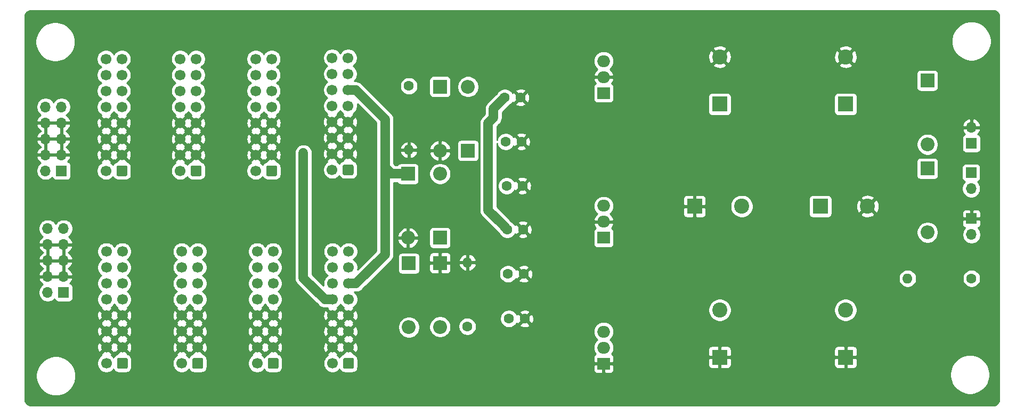
<source format=gbr>
G04 #@! TF.GenerationSoftware,KiCad,Pcbnew,5.1.5+dfsg1-2build2*
G04 #@! TF.CreationDate,2021-03-07T22:41:56+13:00*
G04 #@! TF.ProjectId,MFOS-wallwart,4d464f53-2d77-4616-9c6c-776172742e6b,rev?*
G04 #@! TF.SameCoordinates,Original*
G04 #@! TF.FileFunction,Copper,L2,Bot*
G04 #@! TF.FilePolarity,Positive*
%FSLAX46Y46*%
G04 Gerber Fmt 4.6, Leading zero omitted, Abs format (unit mm)*
G04 Created by KiCad (PCBNEW 5.1.5+dfsg1-2build2) date 2021-03-07 22:41:56*
%MOMM*%
%LPD*%
G04 APERTURE LIST*
%ADD10C,1.700000*%
%ADD11C,0.100000*%
%ADD12O,1.700000X1.700000*%
%ADD13R,1.700000X1.700000*%
%ADD14O,1.600000X1.600000*%
%ADD15C,1.600000*%
%ADD16O,2.200000X2.200000*%
%ADD17R,2.200000X2.200000*%
%ADD18O,2.000000X1.905000*%
%ADD19R,2.000000X1.905000*%
%ADD20C,2.400000*%
%ADD21R,2.400000X2.400000*%
%ADD22C,0.800000*%
%ADD23C,1.500000*%
%ADD24C,0.254000*%
G04 APERTURE END LIST*
D10*
X66525000Y-94420000D03*
X66525000Y-96960000D03*
X66525000Y-99500000D03*
X66525000Y-102040000D03*
X66525000Y-104580000D03*
X66525000Y-107120000D03*
X66525000Y-109660000D03*
X66525000Y-112200000D03*
X69065000Y-94420000D03*
X69065000Y-96960000D03*
X69065000Y-99500000D03*
X69065000Y-102040000D03*
X69065000Y-104580000D03*
X69065000Y-107120000D03*
X69065000Y-109660000D03*
G04 #@! TA.AperFunction,ComponentPad*
D11*
G36*
X69689504Y-111351204D02*
G01*
X69713773Y-111354804D01*
X69737571Y-111360765D01*
X69760671Y-111369030D01*
X69782849Y-111379520D01*
X69803893Y-111392133D01*
X69823598Y-111406747D01*
X69841777Y-111423223D01*
X69858253Y-111441402D01*
X69872867Y-111461107D01*
X69885480Y-111482151D01*
X69895970Y-111504329D01*
X69904235Y-111527429D01*
X69910196Y-111551227D01*
X69913796Y-111575496D01*
X69915000Y-111600000D01*
X69915000Y-112800000D01*
X69913796Y-112824504D01*
X69910196Y-112848773D01*
X69904235Y-112872571D01*
X69895970Y-112895671D01*
X69885480Y-112917849D01*
X69872867Y-112938893D01*
X69858253Y-112958598D01*
X69841777Y-112976777D01*
X69823598Y-112993253D01*
X69803893Y-113007867D01*
X69782849Y-113020480D01*
X69760671Y-113030970D01*
X69737571Y-113039235D01*
X69713773Y-113045196D01*
X69689504Y-113048796D01*
X69665000Y-113050000D01*
X68465000Y-113050000D01*
X68440496Y-113048796D01*
X68416227Y-113045196D01*
X68392429Y-113039235D01*
X68369329Y-113030970D01*
X68347151Y-113020480D01*
X68326107Y-113007867D01*
X68306402Y-112993253D01*
X68288223Y-112976777D01*
X68271747Y-112958598D01*
X68257133Y-112938893D01*
X68244520Y-112917849D01*
X68234030Y-112895671D01*
X68225765Y-112872571D01*
X68219804Y-112848773D01*
X68216204Y-112824504D01*
X68215000Y-112800000D01*
X68215000Y-111600000D01*
X68216204Y-111575496D01*
X68219804Y-111551227D01*
X68225765Y-111527429D01*
X68234030Y-111504329D01*
X68244520Y-111482151D01*
X68257133Y-111461107D01*
X68271747Y-111441402D01*
X68288223Y-111423223D01*
X68306402Y-111406747D01*
X68326107Y-111392133D01*
X68347151Y-111379520D01*
X68369329Y-111369030D01*
X68392429Y-111360765D01*
X68416227Y-111354804D01*
X68440496Y-111351204D01*
X68465000Y-111350000D01*
X69665000Y-111350000D01*
X69689504Y-111351204D01*
G37*
G04 #@! TD.AperFunction*
D10*
X78505000Y-94420000D03*
X78505000Y-96960000D03*
X78505000Y-99500000D03*
X78505000Y-102040000D03*
X78505000Y-104580000D03*
X78505000Y-107120000D03*
X78505000Y-109660000D03*
X78505000Y-112200000D03*
X81045000Y-94420000D03*
X81045000Y-96960000D03*
X81045000Y-99500000D03*
X81045000Y-102040000D03*
X81045000Y-104580000D03*
X81045000Y-107120000D03*
X81045000Y-109660000D03*
G04 #@! TA.AperFunction,ComponentPad*
D11*
G36*
X81669504Y-111351204D02*
G01*
X81693773Y-111354804D01*
X81717571Y-111360765D01*
X81740671Y-111369030D01*
X81762849Y-111379520D01*
X81783893Y-111392133D01*
X81803598Y-111406747D01*
X81821777Y-111423223D01*
X81838253Y-111441402D01*
X81852867Y-111461107D01*
X81865480Y-111482151D01*
X81875970Y-111504329D01*
X81884235Y-111527429D01*
X81890196Y-111551227D01*
X81893796Y-111575496D01*
X81895000Y-111600000D01*
X81895000Y-112800000D01*
X81893796Y-112824504D01*
X81890196Y-112848773D01*
X81884235Y-112872571D01*
X81875970Y-112895671D01*
X81865480Y-112917849D01*
X81852867Y-112938893D01*
X81838253Y-112958598D01*
X81821777Y-112976777D01*
X81803598Y-112993253D01*
X81783893Y-113007867D01*
X81762849Y-113020480D01*
X81740671Y-113030970D01*
X81717571Y-113039235D01*
X81693773Y-113045196D01*
X81669504Y-113048796D01*
X81645000Y-113050000D01*
X80445000Y-113050000D01*
X80420496Y-113048796D01*
X80396227Y-113045196D01*
X80372429Y-113039235D01*
X80349329Y-113030970D01*
X80327151Y-113020480D01*
X80306107Y-113007867D01*
X80286402Y-112993253D01*
X80268223Y-112976777D01*
X80251747Y-112958598D01*
X80237133Y-112938893D01*
X80224520Y-112917849D01*
X80214030Y-112895671D01*
X80205765Y-112872571D01*
X80199804Y-112848773D01*
X80196204Y-112824504D01*
X80195000Y-112800000D01*
X80195000Y-111600000D01*
X80196204Y-111575496D01*
X80199804Y-111551227D01*
X80205765Y-111527429D01*
X80214030Y-111504329D01*
X80224520Y-111482151D01*
X80237133Y-111461107D01*
X80251747Y-111441402D01*
X80268223Y-111423223D01*
X80286402Y-111406747D01*
X80306107Y-111392133D01*
X80327151Y-111379520D01*
X80349329Y-111369030D01*
X80372429Y-111360765D01*
X80396227Y-111354804D01*
X80420496Y-111351204D01*
X80445000Y-111350000D01*
X81645000Y-111350000D01*
X81669504Y-111351204D01*
G37*
G04 #@! TD.AperFunction*
D10*
X90485000Y-94420000D03*
X90485000Y-96960000D03*
X90485000Y-99500000D03*
X90485000Y-102040000D03*
X90485000Y-104580000D03*
X90485000Y-107120000D03*
X90485000Y-109660000D03*
X90485000Y-112200000D03*
X93025000Y-94420000D03*
X93025000Y-96960000D03*
X93025000Y-99500000D03*
X93025000Y-102040000D03*
X93025000Y-104580000D03*
X93025000Y-107120000D03*
X93025000Y-109660000D03*
G04 #@! TA.AperFunction,ComponentPad*
D11*
G36*
X93649504Y-111351204D02*
G01*
X93673773Y-111354804D01*
X93697571Y-111360765D01*
X93720671Y-111369030D01*
X93742849Y-111379520D01*
X93763893Y-111392133D01*
X93783598Y-111406747D01*
X93801777Y-111423223D01*
X93818253Y-111441402D01*
X93832867Y-111461107D01*
X93845480Y-111482151D01*
X93855970Y-111504329D01*
X93864235Y-111527429D01*
X93870196Y-111551227D01*
X93873796Y-111575496D01*
X93875000Y-111600000D01*
X93875000Y-112800000D01*
X93873796Y-112824504D01*
X93870196Y-112848773D01*
X93864235Y-112872571D01*
X93855970Y-112895671D01*
X93845480Y-112917849D01*
X93832867Y-112938893D01*
X93818253Y-112958598D01*
X93801777Y-112976777D01*
X93783598Y-112993253D01*
X93763893Y-113007867D01*
X93742849Y-113020480D01*
X93720671Y-113030970D01*
X93697571Y-113039235D01*
X93673773Y-113045196D01*
X93649504Y-113048796D01*
X93625000Y-113050000D01*
X92425000Y-113050000D01*
X92400496Y-113048796D01*
X92376227Y-113045196D01*
X92352429Y-113039235D01*
X92329329Y-113030970D01*
X92307151Y-113020480D01*
X92286107Y-113007867D01*
X92266402Y-112993253D01*
X92248223Y-112976777D01*
X92231747Y-112958598D01*
X92217133Y-112938893D01*
X92204520Y-112917849D01*
X92194030Y-112895671D01*
X92185765Y-112872571D01*
X92179804Y-112848773D01*
X92176204Y-112824504D01*
X92175000Y-112800000D01*
X92175000Y-111600000D01*
X92176204Y-111575496D01*
X92179804Y-111551227D01*
X92185765Y-111527429D01*
X92194030Y-111504329D01*
X92204520Y-111482151D01*
X92217133Y-111461107D01*
X92231747Y-111441402D01*
X92248223Y-111423223D01*
X92266402Y-111406747D01*
X92286107Y-111392133D01*
X92307151Y-111379520D01*
X92329329Y-111369030D01*
X92352429Y-111360765D01*
X92376227Y-111354804D01*
X92400496Y-111351204D01*
X92425000Y-111350000D01*
X93625000Y-111350000D01*
X93649504Y-111351204D01*
G37*
G04 #@! TD.AperFunction*
D10*
X102465000Y-94420000D03*
X102465000Y-96960000D03*
X102465000Y-99500000D03*
X102465000Y-102040000D03*
X102465000Y-104580000D03*
X102465000Y-107120000D03*
X102465000Y-109660000D03*
X102465000Y-112200000D03*
X105005000Y-94420000D03*
X105005000Y-96960000D03*
X105005000Y-99500000D03*
X105005000Y-102040000D03*
X105005000Y-104580000D03*
X105005000Y-107120000D03*
X105005000Y-109660000D03*
G04 #@! TA.AperFunction,ComponentPad*
D11*
G36*
X105629504Y-111351204D02*
G01*
X105653773Y-111354804D01*
X105677571Y-111360765D01*
X105700671Y-111369030D01*
X105722849Y-111379520D01*
X105743893Y-111392133D01*
X105763598Y-111406747D01*
X105781777Y-111423223D01*
X105798253Y-111441402D01*
X105812867Y-111461107D01*
X105825480Y-111482151D01*
X105835970Y-111504329D01*
X105844235Y-111527429D01*
X105850196Y-111551227D01*
X105853796Y-111575496D01*
X105855000Y-111600000D01*
X105855000Y-112800000D01*
X105853796Y-112824504D01*
X105850196Y-112848773D01*
X105844235Y-112872571D01*
X105835970Y-112895671D01*
X105825480Y-112917849D01*
X105812867Y-112938893D01*
X105798253Y-112958598D01*
X105781777Y-112976777D01*
X105763598Y-112993253D01*
X105743893Y-113007867D01*
X105722849Y-113020480D01*
X105700671Y-113030970D01*
X105677571Y-113039235D01*
X105653773Y-113045196D01*
X105629504Y-113048796D01*
X105605000Y-113050000D01*
X104405000Y-113050000D01*
X104380496Y-113048796D01*
X104356227Y-113045196D01*
X104332429Y-113039235D01*
X104309329Y-113030970D01*
X104287151Y-113020480D01*
X104266107Y-113007867D01*
X104246402Y-112993253D01*
X104228223Y-112976777D01*
X104211747Y-112958598D01*
X104197133Y-112938893D01*
X104184520Y-112917849D01*
X104174030Y-112895671D01*
X104165765Y-112872571D01*
X104159804Y-112848773D01*
X104156204Y-112824504D01*
X104155000Y-112800000D01*
X104155000Y-111600000D01*
X104156204Y-111575496D01*
X104159804Y-111551227D01*
X104165765Y-111527429D01*
X104174030Y-111504329D01*
X104184520Y-111482151D01*
X104197133Y-111461107D01*
X104211747Y-111441402D01*
X104228223Y-111423223D01*
X104246402Y-111406747D01*
X104266107Y-111392133D01*
X104287151Y-111379520D01*
X104309329Y-111369030D01*
X104332429Y-111360765D01*
X104356227Y-111354804D01*
X104380496Y-111351204D01*
X104405000Y-111350000D01*
X105605000Y-111350000D01*
X105629504Y-111351204D01*
G37*
G04 #@! TD.AperFunction*
D12*
X57200000Y-90780000D03*
X59740000Y-90780000D03*
X57200000Y-93320000D03*
X59740000Y-93320000D03*
X57200000Y-95860000D03*
X59740000Y-95860000D03*
X57200000Y-98400000D03*
X59740000Y-98400000D03*
X57200000Y-100940000D03*
D13*
X59740000Y-100940000D03*
D12*
X56860000Y-71440000D03*
X59400000Y-71440000D03*
X56860000Y-73980000D03*
X59400000Y-73980000D03*
X56860000Y-76520000D03*
X59400000Y-76520000D03*
X56860000Y-79060000D03*
X59400000Y-79060000D03*
X56860000Y-81600000D03*
D13*
X59400000Y-81600000D03*
D10*
X66460000Y-63820000D03*
X66460000Y-66360000D03*
X66460000Y-68900000D03*
X66460000Y-71440000D03*
X66460000Y-73980000D03*
X66460000Y-76520000D03*
X66460000Y-79060000D03*
X66460000Y-81600000D03*
X69000000Y-63820000D03*
X69000000Y-66360000D03*
X69000000Y-68900000D03*
X69000000Y-71440000D03*
X69000000Y-73980000D03*
X69000000Y-76520000D03*
X69000000Y-79060000D03*
G04 #@! TA.AperFunction,ComponentPad*
D11*
G36*
X69624504Y-80751204D02*
G01*
X69648773Y-80754804D01*
X69672571Y-80760765D01*
X69695671Y-80769030D01*
X69717849Y-80779520D01*
X69738893Y-80792133D01*
X69758598Y-80806747D01*
X69776777Y-80823223D01*
X69793253Y-80841402D01*
X69807867Y-80861107D01*
X69820480Y-80882151D01*
X69830970Y-80904329D01*
X69839235Y-80927429D01*
X69845196Y-80951227D01*
X69848796Y-80975496D01*
X69850000Y-81000000D01*
X69850000Y-82200000D01*
X69848796Y-82224504D01*
X69845196Y-82248773D01*
X69839235Y-82272571D01*
X69830970Y-82295671D01*
X69820480Y-82317849D01*
X69807867Y-82338893D01*
X69793253Y-82358598D01*
X69776777Y-82376777D01*
X69758598Y-82393253D01*
X69738893Y-82407867D01*
X69717849Y-82420480D01*
X69695671Y-82430970D01*
X69672571Y-82439235D01*
X69648773Y-82445196D01*
X69624504Y-82448796D01*
X69600000Y-82450000D01*
X68400000Y-82450000D01*
X68375496Y-82448796D01*
X68351227Y-82445196D01*
X68327429Y-82439235D01*
X68304329Y-82430970D01*
X68282151Y-82420480D01*
X68261107Y-82407867D01*
X68241402Y-82393253D01*
X68223223Y-82376777D01*
X68206747Y-82358598D01*
X68192133Y-82338893D01*
X68179520Y-82317849D01*
X68169030Y-82295671D01*
X68160765Y-82272571D01*
X68154804Y-82248773D01*
X68151204Y-82224504D01*
X68150000Y-82200000D01*
X68150000Y-81000000D01*
X68151204Y-80975496D01*
X68154804Y-80951227D01*
X68160765Y-80927429D01*
X68169030Y-80904329D01*
X68179520Y-80882151D01*
X68192133Y-80861107D01*
X68206747Y-80841402D01*
X68223223Y-80823223D01*
X68241402Y-80806747D01*
X68261107Y-80792133D01*
X68282151Y-80779520D01*
X68304329Y-80769030D01*
X68327429Y-80760765D01*
X68351227Y-80754804D01*
X68375496Y-80751204D01*
X68400000Y-80750000D01*
X69600000Y-80750000D01*
X69624504Y-80751204D01*
G37*
G04 #@! TD.AperFunction*
D10*
X78260000Y-63820000D03*
X78260000Y-66360000D03*
X78260000Y-68900000D03*
X78260000Y-71440000D03*
X78260000Y-73980000D03*
X78260000Y-76520000D03*
X78260000Y-79060000D03*
X78260000Y-81600000D03*
X80800000Y-63820000D03*
X80800000Y-66360000D03*
X80800000Y-68900000D03*
X80800000Y-71440000D03*
X80800000Y-73980000D03*
X80800000Y-76520000D03*
X80800000Y-79060000D03*
G04 #@! TA.AperFunction,ComponentPad*
D11*
G36*
X81424504Y-80751204D02*
G01*
X81448773Y-80754804D01*
X81472571Y-80760765D01*
X81495671Y-80769030D01*
X81517849Y-80779520D01*
X81538893Y-80792133D01*
X81558598Y-80806747D01*
X81576777Y-80823223D01*
X81593253Y-80841402D01*
X81607867Y-80861107D01*
X81620480Y-80882151D01*
X81630970Y-80904329D01*
X81639235Y-80927429D01*
X81645196Y-80951227D01*
X81648796Y-80975496D01*
X81650000Y-81000000D01*
X81650000Y-82200000D01*
X81648796Y-82224504D01*
X81645196Y-82248773D01*
X81639235Y-82272571D01*
X81630970Y-82295671D01*
X81620480Y-82317849D01*
X81607867Y-82338893D01*
X81593253Y-82358598D01*
X81576777Y-82376777D01*
X81558598Y-82393253D01*
X81538893Y-82407867D01*
X81517849Y-82420480D01*
X81495671Y-82430970D01*
X81472571Y-82439235D01*
X81448773Y-82445196D01*
X81424504Y-82448796D01*
X81400000Y-82450000D01*
X80200000Y-82450000D01*
X80175496Y-82448796D01*
X80151227Y-82445196D01*
X80127429Y-82439235D01*
X80104329Y-82430970D01*
X80082151Y-82420480D01*
X80061107Y-82407867D01*
X80041402Y-82393253D01*
X80023223Y-82376777D01*
X80006747Y-82358598D01*
X79992133Y-82338893D01*
X79979520Y-82317849D01*
X79969030Y-82295671D01*
X79960765Y-82272571D01*
X79954804Y-82248773D01*
X79951204Y-82224504D01*
X79950000Y-82200000D01*
X79950000Y-81000000D01*
X79951204Y-80975496D01*
X79954804Y-80951227D01*
X79960765Y-80927429D01*
X79969030Y-80904329D01*
X79979520Y-80882151D01*
X79992133Y-80861107D01*
X80006747Y-80841402D01*
X80023223Y-80823223D01*
X80041402Y-80806747D01*
X80061107Y-80792133D01*
X80082151Y-80779520D01*
X80104329Y-80769030D01*
X80127429Y-80760765D01*
X80151227Y-80754804D01*
X80175496Y-80751204D01*
X80200000Y-80750000D01*
X81400000Y-80750000D01*
X81424504Y-80751204D01*
G37*
G04 #@! TD.AperFunction*
D10*
X90260000Y-63820000D03*
X90260000Y-66360000D03*
X90260000Y-68900000D03*
X90260000Y-71440000D03*
X90260000Y-73980000D03*
X90260000Y-76520000D03*
X90260000Y-79060000D03*
X90260000Y-81600000D03*
X92800000Y-63820000D03*
X92800000Y-66360000D03*
X92800000Y-68900000D03*
X92800000Y-71440000D03*
X92800000Y-73980000D03*
X92800000Y-76520000D03*
X92800000Y-79060000D03*
G04 #@! TA.AperFunction,ComponentPad*
D11*
G36*
X93424504Y-80751204D02*
G01*
X93448773Y-80754804D01*
X93472571Y-80760765D01*
X93495671Y-80769030D01*
X93517849Y-80779520D01*
X93538893Y-80792133D01*
X93558598Y-80806747D01*
X93576777Y-80823223D01*
X93593253Y-80841402D01*
X93607867Y-80861107D01*
X93620480Y-80882151D01*
X93630970Y-80904329D01*
X93639235Y-80927429D01*
X93645196Y-80951227D01*
X93648796Y-80975496D01*
X93650000Y-81000000D01*
X93650000Y-82200000D01*
X93648796Y-82224504D01*
X93645196Y-82248773D01*
X93639235Y-82272571D01*
X93630970Y-82295671D01*
X93620480Y-82317849D01*
X93607867Y-82338893D01*
X93593253Y-82358598D01*
X93576777Y-82376777D01*
X93558598Y-82393253D01*
X93538893Y-82407867D01*
X93517849Y-82420480D01*
X93495671Y-82430970D01*
X93472571Y-82439235D01*
X93448773Y-82445196D01*
X93424504Y-82448796D01*
X93400000Y-82450000D01*
X92200000Y-82450000D01*
X92175496Y-82448796D01*
X92151227Y-82445196D01*
X92127429Y-82439235D01*
X92104329Y-82430970D01*
X92082151Y-82420480D01*
X92061107Y-82407867D01*
X92041402Y-82393253D01*
X92023223Y-82376777D01*
X92006747Y-82358598D01*
X91992133Y-82338893D01*
X91979520Y-82317849D01*
X91969030Y-82295671D01*
X91960765Y-82272571D01*
X91954804Y-82248773D01*
X91951204Y-82224504D01*
X91950000Y-82200000D01*
X91950000Y-81000000D01*
X91951204Y-80975496D01*
X91954804Y-80951227D01*
X91960765Y-80927429D01*
X91969030Y-80904329D01*
X91979520Y-80882151D01*
X91992133Y-80861107D01*
X92006747Y-80841402D01*
X92023223Y-80823223D01*
X92041402Y-80806747D01*
X92061107Y-80792133D01*
X92082151Y-80779520D01*
X92104329Y-80769030D01*
X92127429Y-80760765D01*
X92151227Y-80754804D01*
X92175496Y-80751204D01*
X92200000Y-80750000D01*
X93400000Y-80750000D01*
X93424504Y-80751204D01*
G37*
G04 #@! TD.AperFunction*
D10*
X102411600Y-63659600D03*
X102411600Y-66199600D03*
X102411600Y-68739600D03*
X102411600Y-71279600D03*
X102411600Y-73819600D03*
X102411600Y-76359600D03*
X102411600Y-78899600D03*
X102411600Y-81439600D03*
X104951600Y-63659600D03*
X104951600Y-66199600D03*
X104951600Y-68739600D03*
X104951600Y-71279600D03*
X104951600Y-73819600D03*
X104951600Y-76359600D03*
X104951600Y-78899600D03*
G04 #@! TA.AperFunction,ComponentPad*
D11*
G36*
X105576104Y-80590804D02*
G01*
X105600373Y-80594404D01*
X105624171Y-80600365D01*
X105647271Y-80608630D01*
X105669449Y-80619120D01*
X105690493Y-80631733D01*
X105710198Y-80646347D01*
X105728377Y-80662823D01*
X105744853Y-80681002D01*
X105759467Y-80700707D01*
X105772080Y-80721751D01*
X105782570Y-80743929D01*
X105790835Y-80767029D01*
X105796796Y-80790827D01*
X105800396Y-80815096D01*
X105801600Y-80839600D01*
X105801600Y-82039600D01*
X105800396Y-82064104D01*
X105796796Y-82088373D01*
X105790835Y-82112171D01*
X105782570Y-82135271D01*
X105772080Y-82157449D01*
X105759467Y-82178493D01*
X105744853Y-82198198D01*
X105728377Y-82216377D01*
X105710198Y-82232853D01*
X105690493Y-82247467D01*
X105669449Y-82260080D01*
X105647271Y-82270570D01*
X105624171Y-82278835D01*
X105600373Y-82284796D01*
X105576104Y-82288396D01*
X105551600Y-82289600D01*
X104351600Y-82289600D01*
X104327096Y-82288396D01*
X104302827Y-82284796D01*
X104279029Y-82278835D01*
X104255929Y-82270570D01*
X104233751Y-82260080D01*
X104212707Y-82247467D01*
X104193002Y-82232853D01*
X104174823Y-82216377D01*
X104158347Y-82198198D01*
X104143733Y-82178493D01*
X104131120Y-82157449D01*
X104120630Y-82135271D01*
X104112365Y-82112171D01*
X104106404Y-82088373D01*
X104102804Y-82064104D01*
X104101600Y-82039600D01*
X104101600Y-80839600D01*
X104102804Y-80815096D01*
X104106404Y-80790827D01*
X104112365Y-80767029D01*
X104120630Y-80743929D01*
X104131120Y-80721751D01*
X104143733Y-80700707D01*
X104158347Y-80681002D01*
X104174823Y-80662823D01*
X104193002Y-80646347D01*
X104212707Y-80631733D01*
X104233751Y-80619120D01*
X104255929Y-80608630D01*
X104279029Y-80600365D01*
X104302827Y-80594404D01*
X104327096Y-80590804D01*
X104351600Y-80589600D01*
X105551600Y-80589600D01*
X105576104Y-80590804D01*
G37*
G04 #@! TD.AperFunction*
D14*
X193852800Y-98704400D03*
D15*
X204012800Y-98704400D03*
D12*
X204012800Y-91744800D03*
D13*
X204012800Y-89204800D03*
D12*
X203962000Y-84429600D03*
D13*
X203962000Y-81889600D03*
D12*
X204001200Y-74699600D03*
D13*
X204001200Y-77239600D03*
D16*
X114452400Y-92252800D03*
D17*
X114452400Y-82092800D03*
D16*
X119551600Y-82079600D03*
D17*
X119551600Y-92239600D03*
D15*
X132645200Y-83985600D03*
X130145200Y-83985600D03*
X130240400Y-90932000D03*
X132740400Y-90932000D03*
D18*
X145551600Y-87159600D03*
X145551600Y-89699600D03*
D19*
X145551600Y-92239600D03*
D18*
X145551600Y-107159600D03*
X145551600Y-109699600D03*
D19*
X145551600Y-112239600D03*
D18*
X145551600Y-64159600D03*
X145551600Y-66699600D03*
D19*
X145551600Y-69239600D03*
D20*
X164001200Y-103739600D03*
D21*
X164001200Y-111239600D03*
D14*
X123901200Y-96164400D03*
D15*
X123901200Y-106324400D03*
D14*
X114604800Y-78282800D03*
D15*
X114604800Y-68122800D03*
D16*
X119551600Y-106399600D03*
D17*
X119551600Y-96239600D03*
D16*
X119551600Y-78399600D03*
D17*
X119551600Y-68239600D03*
D16*
X114604800Y-106476800D03*
D17*
X114604800Y-96316800D03*
D16*
X124002800Y-68224400D03*
D17*
X124002800Y-78384400D03*
D16*
X197001200Y-91399600D03*
D17*
X197001200Y-81239600D03*
D16*
X197001200Y-77399600D03*
D17*
X197001200Y-67239600D03*
D15*
X132852800Y-97993200D03*
X130352800Y-97993200D03*
X132344800Y-69951600D03*
X129844800Y-69951600D03*
X133005200Y-105105200D03*
X130505200Y-105105200D03*
X132497200Y-76962000D03*
X129997200Y-76962000D03*
D20*
X167501200Y-87239600D03*
D21*
X160001200Y-87239600D03*
D20*
X187500000Y-87239600D03*
D21*
X180000000Y-87239600D03*
D20*
X184000000Y-63500000D03*
D21*
X184000000Y-71000000D03*
D20*
X184001200Y-103739600D03*
D21*
X184001200Y-111239600D03*
D20*
X164000000Y-63500000D03*
D21*
X164000000Y-71000000D03*
D22*
X97840000Y-78760000D03*
D23*
X101262919Y-102040000D02*
X102465000Y-102040000D01*
X97840000Y-98617081D02*
X101262919Y-102040000D01*
X97840000Y-78760000D02*
X97840000Y-98617081D01*
X128047199Y-71749201D02*
X128047199Y-73152801D01*
X129844800Y-69951600D02*
X128047199Y-71749201D01*
X128047199Y-73152801D02*
X127200000Y-74000000D01*
X129440401Y-90132001D02*
X130240400Y-90932000D01*
X127200000Y-87891600D02*
X129440401Y-90132001D01*
X127200000Y-74000000D02*
X127200000Y-87891600D01*
X106153681Y-68739600D02*
X110800000Y-73385919D01*
X104951600Y-68739600D02*
X106153681Y-68739600D01*
X111852400Y-82092800D02*
X114452400Y-82092800D01*
X110800000Y-81040400D02*
X111852400Y-82092800D01*
X110800000Y-73385919D02*
X110800000Y-81040400D01*
X110800000Y-94907081D02*
X110800000Y-81040400D01*
X106207081Y-99500000D02*
X110800000Y-94907081D01*
X105005000Y-99500000D02*
X106207081Y-99500000D01*
X204001200Y-81850400D02*
X203962000Y-81889600D01*
D24*
G36*
X207670189Y-56144376D02*
G01*
X207833850Y-56194022D01*
X207984672Y-56274638D01*
X208116870Y-56383130D01*
X208225362Y-56515328D01*
X208305978Y-56666150D01*
X208355624Y-56829811D01*
X208373000Y-57006234D01*
X208373000Y-117993766D01*
X208355624Y-118170189D01*
X208305978Y-118333850D01*
X208225362Y-118484672D01*
X208116870Y-118616870D01*
X207984672Y-118725362D01*
X207833850Y-118805978D01*
X207670189Y-118855624D01*
X207493766Y-118873000D01*
X54506234Y-118873000D01*
X54329811Y-118855624D01*
X54166150Y-118805978D01*
X54015328Y-118725362D01*
X53883130Y-118616870D01*
X53774638Y-118484672D01*
X53694022Y-118333850D01*
X53644376Y-118170189D01*
X53627000Y-117993766D01*
X53627000Y-113888305D01*
X55335313Y-113888305D01*
X55335313Y-114511695D01*
X55456930Y-115123105D01*
X55695490Y-115699042D01*
X56041827Y-116217371D01*
X56482629Y-116658173D01*
X57000958Y-117004510D01*
X57576895Y-117243070D01*
X58188305Y-117364687D01*
X58811695Y-117364687D01*
X59423105Y-117243070D01*
X59999042Y-117004510D01*
X60517371Y-116658173D01*
X60958173Y-116217371D01*
X61304510Y-115699042D01*
X61543070Y-115123105D01*
X61664687Y-114511695D01*
X61664687Y-113888305D01*
X61543070Y-113276895D01*
X61304510Y-112700958D01*
X60958173Y-112182629D01*
X60829284Y-112053740D01*
X65040000Y-112053740D01*
X65040000Y-112346260D01*
X65097068Y-112633158D01*
X65209010Y-112903411D01*
X65371525Y-113146632D01*
X65578368Y-113353475D01*
X65821589Y-113515990D01*
X66091842Y-113627932D01*
X66378740Y-113685000D01*
X66671260Y-113685000D01*
X66958158Y-113627932D01*
X67228411Y-113515990D01*
X67471632Y-113353475D01*
X67658715Y-113166392D01*
X67726595Y-113293386D01*
X67837038Y-113427962D01*
X67971614Y-113538405D01*
X68125150Y-113620472D01*
X68291746Y-113671008D01*
X68465000Y-113688072D01*
X69665000Y-113688072D01*
X69838254Y-113671008D01*
X70004850Y-113620472D01*
X70158386Y-113538405D01*
X70292962Y-113427962D01*
X70403405Y-113293386D01*
X70485472Y-113139850D01*
X70536008Y-112973254D01*
X70553072Y-112800000D01*
X70553072Y-112053740D01*
X77020000Y-112053740D01*
X77020000Y-112346260D01*
X77077068Y-112633158D01*
X77189010Y-112903411D01*
X77351525Y-113146632D01*
X77558368Y-113353475D01*
X77801589Y-113515990D01*
X78071842Y-113627932D01*
X78358740Y-113685000D01*
X78651260Y-113685000D01*
X78938158Y-113627932D01*
X79208411Y-113515990D01*
X79451632Y-113353475D01*
X79638715Y-113166392D01*
X79706595Y-113293386D01*
X79817038Y-113427962D01*
X79951614Y-113538405D01*
X80105150Y-113620472D01*
X80271746Y-113671008D01*
X80445000Y-113688072D01*
X81645000Y-113688072D01*
X81818254Y-113671008D01*
X81984850Y-113620472D01*
X82138386Y-113538405D01*
X82272962Y-113427962D01*
X82383405Y-113293386D01*
X82465472Y-113139850D01*
X82516008Y-112973254D01*
X82533072Y-112800000D01*
X82533072Y-112053740D01*
X89000000Y-112053740D01*
X89000000Y-112346260D01*
X89057068Y-112633158D01*
X89169010Y-112903411D01*
X89331525Y-113146632D01*
X89538368Y-113353475D01*
X89781589Y-113515990D01*
X90051842Y-113627932D01*
X90338740Y-113685000D01*
X90631260Y-113685000D01*
X90918158Y-113627932D01*
X91188411Y-113515990D01*
X91431632Y-113353475D01*
X91618715Y-113166392D01*
X91686595Y-113293386D01*
X91797038Y-113427962D01*
X91931614Y-113538405D01*
X92085150Y-113620472D01*
X92251746Y-113671008D01*
X92425000Y-113688072D01*
X93625000Y-113688072D01*
X93798254Y-113671008D01*
X93964850Y-113620472D01*
X94118386Y-113538405D01*
X94252962Y-113427962D01*
X94363405Y-113293386D01*
X94445472Y-113139850D01*
X94496008Y-112973254D01*
X94513072Y-112800000D01*
X94513072Y-112053740D01*
X100980000Y-112053740D01*
X100980000Y-112346260D01*
X101037068Y-112633158D01*
X101149010Y-112903411D01*
X101311525Y-113146632D01*
X101518368Y-113353475D01*
X101761589Y-113515990D01*
X102031842Y-113627932D01*
X102318740Y-113685000D01*
X102611260Y-113685000D01*
X102898158Y-113627932D01*
X103168411Y-113515990D01*
X103411632Y-113353475D01*
X103598715Y-113166392D01*
X103666595Y-113293386D01*
X103777038Y-113427962D01*
X103911614Y-113538405D01*
X104065150Y-113620472D01*
X104231746Y-113671008D01*
X104405000Y-113688072D01*
X105605000Y-113688072D01*
X105778254Y-113671008D01*
X105944850Y-113620472D01*
X106098386Y-113538405D01*
X106232962Y-113427962D01*
X106343405Y-113293386D01*
X106397543Y-113192100D01*
X143913528Y-113192100D01*
X143925788Y-113316582D01*
X143962098Y-113436280D01*
X144021063Y-113546594D01*
X144100415Y-113643285D01*
X144197106Y-113722637D01*
X144307420Y-113781602D01*
X144427118Y-113817912D01*
X144551600Y-113830172D01*
X145265850Y-113827100D01*
X145424600Y-113668350D01*
X145424600Y-112366600D01*
X145678600Y-112366600D01*
X145678600Y-113668350D01*
X145837350Y-113827100D01*
X146551600Y-113830172D01*
X146676082Y-113817912D01*
X146795780Y-113781602D01*
X146906094Y-113722637D01*
X146947927Y-113688305D01*
X200594113Y-113688305D01*
X200594113Y-114311695D01*
X200715730Y-114923105D01*
X200954290Y-115499042D01*
X201300627Y-116017371D01*
X201741429Y-116458173D01*
X202259758Y-116804510D01*
X202835695Y-117043070D01*
X203447105Y-117164687D01*
X204070495Y-117164687D01*
X204681905Y-117043070D01*
X205257842Y-116804510D01*
X205776171Y-116458173D01*
X206216973Y-116017371D01*
X206563310Y-115499042D01*
X206801870Y-114923105D01*
X206923487Y-114311695D01*
X206923487Y-113688305D01*
X206801870Y-113076895D01*
X206563310Y-112500958D01*
X206216973Y-111982629D01*
X205776171Y-111541827D01*
X205257842Y-111195490D01*
X204681905Y-110956930D01*
X204070495Y-110835313D01*
X203447105Y-110835313D01*
X202835695Y-110956930D01*
X202259758Y-111195490D01*
X201741429Y-111541827D01*
X201300627Y-111982629D01*
X200954290Y-112500958D01*
X200715730Y-113076895D01*
X200594113Y-113688305D01*
X146947927Y-113688305D01*
X147002785Y-113643285D01*
X147082137Y-113546594D01*
X147141102Y-113436280D01*
X147177412Y-113316582D01*
X147189672Y-113192100D01*
X147186600Y-112525350D01*
X147100850Y-112439600D01*
X162163128Y-112439600D01*
X162175388Y-112564082D01*
X162211698Y-112683780D01*
X162270663Y-112794094D01*
X162350015Y-112890785D01*
X162446706Y-112970137D01*
X162557020Y-113029102D01*
X162676718Y-113065412D01*
X162801200Y-113077672D01*
X163715450Y-113074600D01*
X163874200Y-112915850D01*
X163874200Y-111366600D01*
X164128200Y-111366600D01*
X164128200Y-112915850D01*
X164286950Y-113074600D01*
X165201200Y-113077672D01*
X165325682Y-113065412D01*
X165445380Y-113029102D01*
X165555694Y-112970137D01*
X165652385Y-112890785D01*
X165731737Y-112794094D01*
X165790702Y-112683780D01*
X165827012Y-112564082D01*
X165839272Y-112439600D01*
X182163128Y-112439600D01*
X182175388Y-112564082D01*
X182211698Y-112683780D01*
X182270663Y-112794094D01*
X182350015Y-112890785D01*
X182446706Y-112970137D01*
X182557020Y-113029102D01*
X182676718Y-113065412D01*
X182801200Y-113077672D01*
X183715450Y-113074600D01*
X183874200Y-112915850D01*
X183874200Y-111366600D01*
X184128200Y-111366600D01*
X184128200Y-112915850D01*
X184286950Y-113074600D01*
X185201200Y-113077672D01*
X185325682Y-113065412D01*
X185445380Y-113029102D01*
X185555694Y-112970137D01*
X185652385Y-112890785D01*
X185731737Y-112794094D01*
X185790702Y-112683780D01*
X185827012Y-112564082D01*
X185839272Y-112439600D01*
X185836200Y-111525350D01*
X185677450Y-111366600D01*
X184128200Y-111366600D01*
X183874200Y-111366600D01*
X182324950Y-111366600D01*
X182166200Y-111525350D01*
X182163128Y-112439600D01*
X165839272Y-112439600D01*
X165836200Y-111525350D01*
X165677450Y-111366600D01*
X164128200Y-111366600D01*
X163874200Y-111366600D01*
X162324950Y-111366600D01*
X162166200Y-111525350D01*
X162163128Y-112439600D01*
X147100850Y-112439600D01*
X147027850Y-112366600D01*
X145678600Y-112366600D01*
X145424600Y-112366600D01*
X144075350Y-112366600D01*
X143916600Y-112525350D01*
X143913528Y-113192100D01*
X106397543Y-113192100D01*
X106425472Y-113139850D01*
X106476008Y-112973254D01*
X106493072Y-112800000D01*
X106493072Y-111600000D01*
X106476008Y-111426746D01*
X106425472Y-111260150D01*
X106343405Y-111106614D01*
X106232962Y-110972038D01*
X106098386Y-110861595D01*
X105944850Y-110779528D01*
X105835707Y-110746420D01*
X105853792Y-110688397D01*
X105005000Y-109839605D01*
X104156208Y-110688397D01*
X104174293Y-110746420D01*
X104065150Y-110779528D01*
X103911614Y-110861595D01*
X103777038Y-110972038D01*
X103666595Y-111106614D01*
X103598715Y-111233608D01*
X103411632Y-111046525D01*
X103238271Y-110930689D01*
X103313792Y-110688397D01*
X102465000Y-109839605D01*
X101616208Y-110688397D01*
X101691729Y-110930689D01*
X101518368Y-111046525D01*
X101311525Y-111253368D01*
X101149010Y-111496589D01*
X101037068Y-111766842D01*
X100980000Y-112053740D01*
X94513072Y-112053740D01*
X94513072Y-111600000D01*
X94496008Y-111426746D01*
X94445472Y-111260150D01*
X94363405Y-111106614D01*
X94252962Y-110972038D01*
X94118386Y-110861595D01*
X93964850Y-110779528D01*
X93855707Y-110746420D01*
X93873792Y-110688397D01*
X93025000Y-109839605D01*
X92176208Y-110688397D01*
X92194293Y-110746420D01*
X92085150Y-110779528D01*
X91931614Y-110861595D01*
X91797038Y-110972038D01*
X91686595Y-111106614D01*
X91618715Y-111233608D01*
X91431632Y-111046525D01*
X91258271Y-110930689D01*
X91333792Y-110688397D01*
X90485000Y-109839605D01*
X89636208Y-110688397D01*
X89711729Y-110930689D01*
X89538368Y-111046525D01*
X89331525Y-111253368D01*
X89169010Y-111496589D01*
X89057068Y-111766842D01*
X89000000Y-112053740D01*
X82533072Y-112053740D01*
X82533072Y-111600000D01*
X82516008Y-111426746D01*
X82465472Y-111260150D01*
X82383405Y-111106614D01*
X82272962Y-110972038D01*
X82138386Y-110861595D01*
X81984850Y-110779528D01*
X81875707Y-110746420D01*
X81893792Y-110688397D01*
X81045000Y-109839605D01*
X80196208Y-110688397D01*
X80214293Y-110746420D01*
X80105150Y-110779528D01*
X79951614Y-110861595D01*
X79817038Y-110972038D01*
X79706595Y-111106614D01*
X79638715Y-111233608D01*
X79451632Y-111046525D01*
X79278271Y-110930689D01*
X79353792Y-110688397D01*
X78505000Y-109839605D01*
X77656208Y-110688397D01*
X77731729Y-110930689D01*
X77558368Y-111046525D01*
X77351525Y-111253368D01*
X77189010Y-111496589D01*
X77077068Y-111766842D01*
X77020000Y-112053740D01*
X70553072Y-112053740D01*
X70553072Y-111600000D01*
X70536008Y-111426746D01*
X70485472Y-111260150D01*
X70403405Y-111106614D01*
X70292962Y-110972038D01*
X70158386Y-110861595D01*
X70004850Y-110779528D01*
X69895707Y-110746420D01*
X69913792Y-110688397D01*
X69065000Y-109839605D01*
X68216208Y-110688397D01*
X68234293Y-110746420D01*
X68125150Y-110779528D01*
X67971614Y-110861595D01*
X67837038Y-110972038D01*
X67726595Y-111106614D01*
X67658715Y-111233608D01*
X67471632Y-111046525D01*
X67298271Y-110930689D01*
X67373792Y-110688397D01*
X66525000Y-109839605D01*
X65676208Y-110688397D01*
X65751729Y-110930689D01*
X65578368Y-111046525D01*
X65371525Y-111253368D01*
X65209010Y-111496589D01*
X65097068Y-111766842D01*
X65040000Y-112053740D01*
X60829284Y-112053740D01*
X60517371Y-111741827D01*
X59999042Y-111395490D01*
X59423105Y-111156930D01*
X58811695Y-111035313D01*
X58188305Y-111035313D01*
X57576895Y-111156930D01*
X57000958Y-111395490D01*
X56482629Y-111741827D01*
X56041827Y-112182629D01*
X55695490Y-112700958D01*
X55456930Y-113276895D01*
X55335313Y-113888305D01*
X53627000Y-113888305D01*
X53627000Y-109728531D01*
X65034389Y-109728531D01*
X65076401Y-110018019D01*
X65174081Y-110293747D01*
X65247528Y-110431157D01*
X65496603Y-110508792D01*
X66345395Y-109660000D01*
X66704605Y-109660000D01*
X67553397Y-110508792D01*
X67795000Y-110433486D01*
X68036603Y-110508792D01*
X68885395Y-109660000D01*
X69244605Y-109660000D01*
X70093397Y-110508792D01*
X70342472Y-110431157D01*
X70468371Y-110167117D01*
X70540339Y-109883589D01*
X70548445Y-109728531D01*
X77014389Y-109728531D01*
X77056401Y-110018019D01*
X77154081Y-110293747D01*
X77227528Y-110431157D01*
X77476603Y-110508792D01*
X78325395Y-109660000D01*
X78684605Y-109660000D01*
X79533397Y-110508792D01*
X79775000Y-110433486D01*
X80016603Y-110508792D01*
X80865395Y-109660000D01*
X81224605Y-109660000D01*
X82073397Y-110508792D01*
X82322472Y-110431157D01*
X82448371Y-110167117D01*
X82520339Y-109883589D01*
X82528445Y-109728531D01*
X88994389Y-109728531D01*
X89036401Y-110018019D01*
X89134081Y-110293747D01*
X89207528Y-110431157D01*
X89456603Y-110508792D01*
X90305395Y-109660000D01*
X90664605Y-109660000D01*
X91513397Y-110508792D01*
X91755000Y-110433486D01*
X91996603Y-110508792D01*
X92845395Y-109660000D01*
X93204605Y-109660000D01*
X94053397Y-110508792D01*
X94302472Y-110431157D01*
X94428371Y-110167117D01*
X94500339Y-109883589D01*
X94508445Y-109728531D01*
X100974389Y-109728531D01*
X101016401Y-110018019D01*
X101114081Y-110293747D01*
X101187528Y-110431157D01*
X101436603Y-110508792D01*
X102285395Y-109660000D01*
X102644605Y-109660000D01*
X103493397Y-110508792D01*
X103735000Y-110433486D01*
X103976603Y-110508792D01*
X104825395Y-109660000D01*
X105184605Y-109660000D01*
X106033397Y-110508792D01*
X106282472Y-110431157D01*
X106408371Y-110167117D01*
X106480339Y-109883589D01*
X106495611Y-109591469D01*
X106453599Y-109301981D01*
X106355919Y-109026253D01*
X106282472Y-108888843D01*
X106033397Y-108811208D01*
X105184605Y-109660000D01*
X104825395Y-109660000D01*
X103976603Y-108811208D01*
X103735000Y-108886514D01*
X103493397Y-108811208D01*
X102644605Y-109660000D01*
X102285395Y-109660000D01*
X101436603Y-108811208D01*
X101187528Y-108888843D01*
X101061629Y-109152883D01*
X100989661Y-109436411D01*
X100974389Y-109728531D01*
X94508445Y-109728531D01*
X94515611Y-109591469D01*
X94473599Y-109301981D01*
X94375919Y-109026253D01*
X94302472Y-108888843D01*
X94053397Y-108811208D01*
X93204605Y-109660000D01*
X92845395Y-109660000D01*
X91996603Y-108811208D01*
X91755000Y-108886514D01*
X91513397Y-108811208D01*
X90664605Y-109660000D01*
X90305395Y-109660000D01*
X89456603Y-108811208D01*
X89207528Y-108888843D01*
X89081629Y-109152883D01*
X89009661Y-109436411D01*
X88994389Y-109728531D01*
X82528445Y-109728531D01*
X82535611Y-109591469D01*
X82493599Y-109301981D01*
X82395919Y-109026253D01*
X82322472Y-108888843D01*
X82073397Y-108811208D01*
X81224605Y-109660000D01*
X80865395Y-109660000D01*
X80016603Y-108811208D01*
X79775000Y-108886514D01*
X79533397Y-108811208D01*
X78684605Y-109660000D01*
X78325395Y-109660000D01*
X77476603Y-108811208D01*
X77227528Y-108888843D01*
X77101629Y-109152883D01*
X77029661Y-109436411D01*
X77014389Y-109728531D01*
X70548445Y-109728531D01*
X70555611Y-109591469D01*
X70513599Y-109301981D01*
X70415919Y-109026253D01*
X70342472Y-108888843D01*
X70093397Y-108811208D01*
X69244605Y-109660000D01*
X68885395Y-109660000D01*
X68036603Y-108811208D01*
X67795000Y-108886514D01*
X67553397Y-108811208D01*
X66704605Y-109660000D01*
X66345395Y-109660000D01*
X65496603Y-108811208D01*
X65247528Y-108888843D01*
X65121629Y-109152883D01*
X65049661Y-109436411D01*
X65034389Y-109728531D01*
X53627000Y-109728531D01*
X53627000Y-108148397D01*
X65676208Y-108148397D01*
X65751514Y-108390000D01*
X65676208Y-108631603D01*
X66525000Y-109480395D01*
X67373792Y-108631603D01*
X67298486Y-108390000D01*
X67373792Y-108148397D01*
X68216208Y-108148397D01*
X68291514Y-108390000D01*
X68216208Y-108631603D01*
X69065000Y-109480395D01*
X69913792Y-108631603D01*
X69838486Y-108390000D01*
X69913792Y-108148397D01*
X77656208Y-108148397D01*
X77731514Y-108390000D01*
X77656208Y-108631603D01*
X78505000Y-109480395D01*
X79353792Y-108631603D01*
X79278486Y-108390000D01*
X79353792Y-108148397D01*
X80196208Y-108148397D01*
X80271514Y-108390000D01*
X80196208Y-108631603D01*
X81045000Y-109480395D01*
X81893792Y-108631603D01*
X81818486Y-108390000D01*
X81893792Y-108148397D01*
X89636208Y-108148397D01*
X89711514Y-108390000D01*
X89636208Y-108631603D01*
X90485000Y-109480395D01*
X91333792Y-108631603D01*
X91258486Y-108390000D01*
X91333792Y-108148397D01*
X92176208Y-108148397D01*
X92251514Y-108390000D01*
X92176208Y-108631603D01*
X93025000Y-109480395D01*
X93873792Y-108631603D01*
X93798486Y-108390000D01*
X93873792Y-108148397D01*
X101616208Y-108148397D01*
X101691514Y-108390000D01*
X101616208Y-108631603D01*
X102465000Y-109480395D01*
X103313792Y-108631603D01*
X103238486Y-108390000D01*
X103313792Y-108148397D01*
X104156208Y-108148397D01*
X104231514Y-108390000D01*
X104156208Y-108631603D01*
X105005000Y-109480395D01*
X105853792Y-108631603D01*
X105778486Y-108390000D01*
X105853792Y-108148397D01*
X105005000Y-107299605D01*
X104156208Y-108148397D01*
X103313792Y-108148397D01*
X102465000Y-107299605D01*
X101616208Y-108148397D01*
X93873792Y-108148397D01*
X93025000Y-107299605D01*
X92176208Y-108148397D01*
X91333792Y-108148397D01*
X90485000Y-107299605D01*
X89636208Y-108148397D01*
X81893792Y-108148397D01*
X81045000Y-107299605D01*
X80196208Y-108148397D01*
X79353792Y-108148397D01*
X78505000Y-107299605D01*
X77656208Y-108148397D01*
X69913792Y-108148397D01*
X69065000Y-107299605D01*
X68216208Y-108148397D01*
X67373792Y-108148397D01*
X66525000Y-107299605D01*
X65676208Y-108148397D01*
X53627000Y-108148397D01*
X53627000Y-107188531D01*
X65034389Y-107188531D01*
X65076401Y-107478019D01*
X65174081Y-107753747D01*
X65247528Y-107891157D01*
X65496603Y-107968792D01*
X66345395Y-107120000D01*
X66704605Y-107120000D01*
X67553397Y-107968792D01*
X67795000Y-107893486D01*
X68036603Y-107968792D01*
X68885395Y-107120000D01*
X69244605Y-107120000D01*
X70093397Y-107968792D01*
X70342472Y-107891157D01*
X70468371Y-107627117D01*
X70540339Y-107343589D01*
X70548445Y-107188531D01*
X77014389Y-107188531D01*
X77056401Y-107478019D01*
X77154081Y-107753747D01*
X77227528Y-107891157D01*
X77476603Y-107968792D01*
X78325395Y-107120000D01*
X78684605Y-107120000D01*
X79533397Y-107968792D01*
X79775000Y-107893486D01*
X80016603Y-107968792D01*
X80865395Y-107120000D01*
X81224605Y-107120000D01*
X82073397Y-107968792D01*
X82322472Y-107891157D01*
X82448371Y-107627117D01*
X82520339Y-107343589D01*
X82528445Y-107188531D01*
X88994389Y-107188531D01*
X89036401Y-107478019D01*
X89134081Y-107753747D01*
X89207528Y-107891157D01*
X89456603Y-107968792D01*
X90305395Y-107120000D01*
X90664605Y-107120000D01*
X91513397Y-107968792D01*
X91755000Y-107893486D01*
X91996603Y-107968792D01*
X92845395Y-107120000D01*
X93204605Y-107120000D01*
X94053397Y-107968792D01*
X94302472Y-107891157D01*
X94428371Y-107627117D01*
X94500339Y-107343589D01*
X94508445Y-107188531D01*
X100974389Y-107188531D01*
X101016401Y-107478019D01*
X101114081Y-107753747D01*
X101187528Y-107891157D01*
X101436603Y-107968792D01*
X102285395Y-107120000D01*
X102644605Y-107120000D01*
X103493397Y-107968792D01*
X103735000Y-107893486D01*
X103976603Y-107968792D01*
X104825395Y-107120000D01*
X105184605Y-107120000D01*
X106033397Y-107968792D01*
X106282472Y-107891157D01*
X106408371Y-107627117D01*
X106480339Y-107343589D01*
X106495611Y-107051469D01*
X106453599Y-106761981D01*
X106355919Y-106486253D01*
X106282472Y-106348843D01*
X106144754Y-106305917D01*
X112869800Y-106305917D01*
X112869800Y-106647683D01*
X112936475Y-106982881D01*
X113067263Y-107298631D01*
X113257137Y-107582798D01*
X113498802Y-107824463D01*
X113782969Y-108014337D01*
X114098719Y-108145125D01*
X114433917Y-108211800D01*
X114775683Y-108211800D01*
X115110881Y-108145125D01*
X115426631Y-108014337D01*
X115710798Y-107824463D01*
X115952463Y-107582798D01*
X116142337Y-107298631D01*
X116273125Y-106982881D01*
X116339800Y-106647683D01*
X116339800Y-106305917D01*
X116324444Y-106228717D01*
X117816600Y-106228717D01*
X117816600Y-106570483D01*
X117883275Y-106905681D01*
X118014063Y-107221431D01*
X118203937Y-107505598D01*
X118445602Y-107747263D01*
X118729769Y-107937137D01*
X119045519Y-108067925D01*
X119380717Y-108134600D01*
X119722483Y-108134600D01*
X120057681Y-108067925D01*
X120373431Y-107937137D01*
X120657598Y-107747263D01*
X120899263Y-107505598D01*
X121089137Y-107221431D01*
X121219925Y-106905681D01*
X121286600Y-106570483D01*
X121286600Y-106228717D01*
X121277520Y-106183065D01*
X122466200Y-106183065D01*
X122466200Y-106465735D01*
X122521347Y-106742974D01*
X122629520Y-107004127D01*
X122786563Y-107239159D01*
X122986441Y-107439037D01*
X123221473Y-107596080D01*
X123482626Y-107704253D01*
X123759865Y-107759400D01*
X124042535Y-107759400D01*
X124319774Y-107704253D01*
X124580927Y-107596080D01*
X124815959Y-107439037D01*
X125015837Y-107239159D01*
X125068996Y-107159600D01*
X143908919Y-107159600D01*
X143939570Y-107470804D01*
X144030345Y-107770049D01*
X144177755Y-108045835D01*
X144376137Y-108287563D01*
X144549209Y-108429600D01*
X144376137Y-108571637D01*
X144177755Y-108813365D01*
X144030345Y-109089151D01*
X143939570Y-109388396D01*
X143908919Y-109699600D01*
X143939570Y-110010804D01*
X144030345Y-110310049D01*
X144177755Y-110585835D01*
X144281046Y-110711695D01*
X144197106Y-110756563D01*
X144100415Y-110835915D01*
X144021063Y-110932606D01*
X143962098Y-111042920D01*
X143925788Y-111162618D01*
X143913528Y-111287100D01*
X143916600Y-111953850D01*
X144075350Y-112112600D01*
X145424600Y-112112600D01*
X145424600Y-112092600D01*
X145678600Y-112092600D01*
X145678600Y-112112600D01*
X147027850Y-112112600D01*
X147186600Y-111953850D01*
X147189672Y-111287100D01*
X147177412Y-111162618D01*
X147141102Y-111042920D01*
X147082137Y-110932606D01*
X147002785Y-110835915D01*
X146906094Y-110756563D01*
X146822154Y-110711695D01*
X146925445Y-110585835D01*
X147072855Y-110310049D01*
X147154894Y-110039600D01*
X162163128Y-110039600D01*
X162166200Y-110953850D01*
X162324950Y-111112600D01*
X163874200Y-111112600D01*
X163874200Y-109563350D01*
X164128200Y-109563350D01*
X164128200Y-111112600D01*
X165677450Y-111112600D01*
X165836200Y-110953850D01*
X165839272Y-110039600D01*
X182163128Y-110039600D01*
X182166200Y-110953850D01*
X182324950Y-111112600D01*
X183874200Y-111112600D01*
X183874200Y-109563350D01*
X184128200Y-109563350D01*
X184128200Y-111112600D01*
X185677450Y-111112600D01*
X185836200Y-110953850D01*
X185839272Y-110039600D01*
X185827012Y-109915118D01*
X185790702Y-109795420D01*
X185731737Y-109685106D01*
X185652385Y-109588415D01*
X185555694Y-109509063D01*
X185445380Y-109450098D01*
X185325682Y-109413788D01*
X185201200Y-109401528D01*
X184286950Y-109404600D01*
X184128200Y-109563350D01*
X183874200Y-109563350D01*
X183715450Y-109404600D01*
X182801200Y-109401528D01*
X182676718Y-109413788D01*
X182557020Y-109450098D01*
X182446706Y-109509063D01*
X182350015Y-109588415D01*
X182270663Y-109685106D01*
X182211698Y-109795420D01*
X182175388Y-109915118D01*
X182163128Y-110039600D01*
X165839272Y-110039600D01*
X165827012Y-109915118D01*
X165790702Y-109795420D01*
X165731737Y-109685106D01*
X165652385Y-109588415D01*
X165555694Y-109509063D01*
X165445380Y-109450098D01*
X165325682Y-109413788D01*
X165201200Y-109401528D01*
X164286950Y-109404600D01*
X164128200Y-109563350D01*
X163874200Y-109563350D01*
X163715450Y-109404600D01*
X162801200Y-109401528D01*
X162676718Y-109413788D01*
X162557020Y-109450098D01*
X162446706Y-109509063D01*
X162350015Y-109588415D01*
X162270663Y-109685106D01*
X162211698Y-109795420D01*
X162175388Y-109915118D01*
X162163128Y-110039600D01*
X147154894Y-110039600D01*
X147163630Y-110010804D01*
X147194281Y-109699600D01*
X147163630Y-109388396D01*
X147072855Y-109089151D01*
X146925445Y-108813365D01*
X146727063Y-108571637D01*
X146553991Y-108429600D01*
X146727063Y-108287563D01*
X146925445Y-108045835D01*
X147072855Y-107770049D01*
X147163630Y-107470804D01*
X147194281Y-107159600D01*
X147163630Y-106848396D01*
X147072855Y-106549151D01*
X146925445Y-106273365D01*
X146727063Y-106031637D01*
X146485335Y-105833255D01*
X146209549Y-105685845D01*
X145910304Y-105595070D01*
X145677086Y-105572100D01*
X145426114Y-105572100D01*
X145192896Y-105595070D01*
X144893651Y-105685845D01*
X144617865Y-105833255D01*
X144376137Y-106031637D01*
X144177755Y-106273365D01*
X144030345Y-106549151D01*
X143939570Y-106848396D01*
X143908919Y-107159600D01*
X125068996Y-107159600D01*
X125172880Y-107004127D01*
X125281053Y-106742974D01*
X125336200Y-106465735D01*
X125336200Y-106183065D01*
X125281053Y-105905826D01*
X125172880Y-105644673D01*
X125015837Y-105409641D01*
X124815959Y-105209763D01*
X124580927Y-105052720D01*
X124366412Y-104963865D01*
X129070200Y-104963865D01*
X129070200Y-105246535D01*
X129125347Y-105523774D01*
X129233520Y-105784927D01*
X129390563Y-106019959D01*
X129590441Y-106219837D01*
X129825473Y-106376880D01*
X130086626Y-106485053D01*
X130363865Y-106540200D01*
X130646535Y-106540200D01*
X130923774Y-106485053D01*
X131184927Y-106376880D01*
X131419959Y-106219837D01*
X131541894Y-106097902D01*
X132192103Y-106097902D01*
X132263686Y-106341871D01*
X132519196Y-106462771D01*
X132793384Y-106531500D01*
X133075712Y-106545417D01*
X133355330Y-106503987D01*
X133621492Y-106408803D01*
X133746714Y-106341871D01*
X133818297Y-106097902D01*
X133005200Y-105284805D01*
X132192103Y-106097902D01*
X131541894Y-106097902D01*
X131619837Y-106019959D01*
X131753892Y-105819331D01*
X131768529Y-105846714D01*
X132012498Y-105918297D01*
X132825595Y-105105200D01*
X133184805Y-105105200D01*
X133997902Y-105918297D01*
X134241871Y-105846714D01*
X134362771Y-105591204D01*
X134431500Y-105317016D01*
X134445417Y-105034688D01*
X134403987Y-104755070D01*
X134308803Y-104488908D01*
X134241871Y-104363686D01*
X133997902Y-104292103D01*
X133184805Y-105105200D01*
X132825595Y-105105200D01*
X132012498Y-104292103D01*
X131768529Y-104363686D01*
X131754876Y-104392541D01*
X131619837Y-104190441D01*
X131541894Y-104112498D01*
X132192103Y-104112498D01*
X133005200Y-104925595D01*
X133818297Y-104112498D01*
X133746714Y-103868529D01*
X133491204Y-103747629D01*
X133217016Y-103678900D01*
X132934688Y-103664983D01*
X132655070Y-103706413D01*
X132388908Y-103801597D01*
X132263686Y-103868529D01*
X132192103Y-104112498D01*
X131541894Y-104112498D01*
X131419959Y-103990563D01*
X131184927Y-103833520D01*
X130923774Y-103725347D01*
X130646535Y-103670200D01*
X130363865Y-103670200D01*
X130086626Y-103725347D01*
X129825473Y-103833520D01*
X129590441Y-103990563D01*
X129390563Y-104190441D01*
X129233520Y-104425473D01*
X129125347Y-104686626D01*
X129070200Y-104963865D01*
X124366412Y-104963865D01*
X124319774Y-104944547D01*
X124042535Y-104889400D01*
X123759865Y-104889400D01*
X123482626Y-104944547D01*
X123221473Y-105052720D01*
X122986441Y-105209763D01*
X122786563Y-105409641D01*
X122629520Y-105644673D01*
X122521347Y-105905826D01*
X122466200Y-106183065D01*
X121277520Y-106183065D01*
X121219925Y-105893519D01*
X121089137Y-105577769D01*
X120899263Y-105293602D01*
X120657598Y-105051937D01*
X120373431Y-104862063D01*
X120057681Y-104731275D01*
X119722483Y-104664600D01*
X119380717Y-104664600D01*
X119045519Y-104731275D01*
X118729769Y-104862063D01*
X118445602Y-105051937D01*
X118203937Y-105293602D01*
X118014063Y-105577769D01*
X117883275Y-105893519D01*
X117816600Y-106228717D01*
X116324444Y-106228717D01*
X116273125Y-105970719D01*
X116142337Y-105654969D01*
X115952463Y-105370802D01*
X115710798Y-105129137D01*
X115426631Y-104939263D01*
X115110881Y-104808475D01*
X114775683Y-104741800D01*
X114433917Y-104741800D01*
X114098719Y-104808475D01*
X113782969Y-104939263D01*
X113498802Y-105129137D01*
X113257137Y-105370802D01*
X113067263Y-105654969D01*
X112936475Y-105970719D01*
X112869800Y-106305917D01*
X106144754Y-106305917D01*
X106033397Y-106271208D01*
X105184605Y-107120000D01*
X104825395Y-107120000D01*
X103976603Y-106271208D01*
X103735000Y-106346514D01*
X103493397Y-106271208D01*
X102644605Y-107120000D01*
X102285395Y-107120000D01*
X101436603Y-106271208D01*
X101187528Y-106348843D01*
X101061629Y-106612883D01*
X100989661Y-106896411D01*
X100974389Y-107188531D01*
X94508445Y-107188531D01*
X94515611Y-107051469D01*
X94473599Y-106761981D01*
X94375919Y-106486253D01*
X94302472Y-106348843D01*
X94053397Y-106271208D01*
X93204605Y-107120000D01*
X92845395Y-107120000D01*
X91996603Y-106271208D01*
X91755000Y-106346514D01*
X91513397Y-106271208D01*
X90664605Y-107120000D01*
X90305395Y-107120000D01*
X89456603Y-106271208D01*
X89207528Y-106348843D01*
X89081629Y-106612883D01*
X89009661Y-106896411D01*
X88994389Y-107188531D01*
X82528445Y-107188531D01*
X82535611Y-107051469D01*
X82493599Y-106761981D01*
X82395919Y-106486253D01*
X82322472Y-106348843D01*
X82073397Y-106271208D01*
X81224605Y-107120000D01*
X80865395Y-107120000D01*
X80016603Y-106271208D01*
X79775000Y-106346514D01*
X79533397Y-106271208D01*
X78684605Y-107120000D01*
X78325395Y-107120000D01*
X77476603Y-106271208D01*
X77227528Y-106348843D01*
X77101629Y-106612883D01*
X77029661Y-106896411D01*
X77014389Y-107188531D01*
X70548445Y-107188531D01*
X70555611Y-107051469D01*
X70513599Y-106761981D01*
X70415919Y-106486253D01*
X70342472Y-106348843D01*
X70093397Y-106271208D01*
X69244605Y-107120000D01*
X68885395Y-107120000D01*
X68036603Y-106271208D01*
X67795000Y-106346514D01*
X67553397Y-106271208D01*
X66704605Y-107120000D01*
X66345395Y-107120000D01*
X65496603Y-106271208D01*
X65247528Y-106348843D01*
X65121629Y-106612883D01*
X65049661Y-106896411D01*
X65034389Y-107188531D01*
X53627000Y-107188531D01*
X53627000Y-105608397D01*
X65676208Y-105608397D01*
X65751514Y-105850000D01*
X65676208Y-106091603D01*
X66525000Y-106940395D01*
X67373792Y-106091603D01*
X67298486Y-105850000D01*
X67373792Y-105608397D01*
X68216208Y-105608397D01*
X68291514Y-105850000D01*
X68216208Y-106091603D01*
X69065000Y-106940395D01*
X69913792Y-106091603D01*
X69838486Y-105850000D01*
X69913792Y-105608397D01*
X77656208Y-105608397D01*
X77731514Y-105850000D01*
X77656208Y-106091603D01*
X78505000Y-106940395D01*
X79353792Y-106091603D01*
X79278486Y-105850000D01*
X79353792Y-105608397D01*
X80196208Y-105608397D01*
X80271514Y-105850000D01*
X80196208Y-106091603D01*
X81045000Y-106940395D01*
X81893792Y-106091603D01*
X81818486Y-105850000D01*
X81893792Y-105608397D01*
X89636208Y-105608397D01*
X89711514Y-105850000D01*
X89636208Y-106091603D01*
X90485000Y-106940395D01*
X91333792Y-106091603D01*
X91258486Y-105850000D01*
X91333792Y-105608397D01*
X92176208Y-105608397D01*
X92251514Y-105850000D01*
X92176208Y-106091603D01*
X93025000Y-106940395D01*
X93873792Y-106091603D01*
X93798486Y-105850000D01*
X93873792Y-105608397D01*
X101616208Y-105608397D01*
X101691514Y-105850000D01*
X101616208Y-106091603D01*
X102465000Y-106940395D01*
X103313792Y-106091603D01*
X103238486Y-105850000D01*
X103313792Y-105608397D01*
X104156208Y-105608397D01*
X104231514Y-105850000D01*
X104156208Y-106091603D01*
X105005000Y-106940395D01*
X105853792Y-106091603D01*
X105778486Y-105850000D01*
X105853792Y-105608397D01*
X105005000Y-104759605D01*
X104156208Y-105608397D01*
X103313792Y-105608397D01*
X102465000Y-104759605D01*
X101616208Y-105608397D01*
X93873792Y-105608397D01*
X93025000Y-104759605D01*
X92176208Y-105608397D01*
X91333792Y-105608397D01*
X90485000Y-104759605D01*
X89636208Y-105608397D01*
X81893792Y-105608397D01*
X81045000Y-104759605D01*
X80196208Y-105608397D01*
X79353792Y-105608397D01*
X78505000Y-104759605D01*
X77656208Y-105608397D01*
X69913792Y-105608397D01*
X69065000Y-104759605D01*
X68216208Y-105608397D01*
X67373792Y-105608397D01*
X66525000Y-104759605D01*
X65676208Y-105608397D01*
X53627000Y-105608397D01*
X53627000Y-104648531D01*
X65034389Y-104648531D01*
X65076401Y-104938019D01*
X65174081Y-105213747D01*
X65247528Y-105351157D01*
X65496603Y-105428792D01*
X66345395Y-104580000D01*
X66704605Y-104580000D01*
X67553397Y-105428792D01*
X67795000Y-105353486D01*
X68036603Y-105428792D01*
X68885395Y-104580000D01*
X69244605Y-104580000D01*
X70093397Y-105428792D01*
X70342472Y-105351157D01*
X70468371Y-105087117D01*
X70540339Y-104803589D01*
X70548445Y-104648531D01*
X77014389Y-104648531D01*
X77056401Y-104938019D01*
X77154081Y-105213747D01*
X77227528Y-105351157D01*
X77476603Y-105428792D01*
X78325395Y-104580000D01*
X78684605Y-104580000D01*
X79533397Y-105428792D01*
X79775000Y-105353486D01*
X80016603Y-105428792D01*
X80865395Y-104580000D01*
X81224605Y-104580000D01*
X82073397Y-105428792D01*
X82322472Y-105351157D01*
X82448371Y-105087117D01*
X82520339Y-104803589D01*
X82528445Y-104648531D01*
X88994389Y-104648531D01*
X89036401Y-104938019D01*
X89134081Y-105213747D01*
X89207528Y-105351157D01*
X89456603Y-105428792D01*
X90305395Y-104580000D01*
X90664605Y-104580000D01*
X91513397Y-105428792D01*
X91755000Y-105353486D01*
X91996603Y-105428792D01*
X92845395Y-104580000D01*
X93204605Y-104580000D01*
X94053397Y-105428792D01*
X94302472Y-105351157D01*
X94428371Y-105087117D01*
X94500339Y-104803589D01*
X94508445Y-104648531D01*
X100974389Y-104648531D01*
X101016401Y-104938019D01*
X101114081Y-105213747D01*
X101187528Y-105351157D01*
X101436603Y-105428792D01*
X102285395Y-104580000D01*
X102644605Y-104580000D01*
X103493397Y-105428792D01*
X103735000Y-105353486D01*
X103976603Y-105428792D01*
X104825395Y-104580000D01*
X105184605Y-104580000D01*
X106033397Y-105428792D01*
X106282472Y-105351157D01*
X106408371Y-105087117D01*
X106480339Y-104803589D01*
X106495611Y-104511469D01*
X106453599Y-104221981D01*
X106355919Y-103946253D01*
X106282472Y-103808843D01*
X106033397Y-103731208D01*
X105184605Y-104580000D01*
X104825395Y-104580000D01*
X103976603Y-103731208D01*
X103735000Y-103806514D01*
X103493397Y-103731208D01*
X102644605Y-104580000D01*
X102285395Y-104580000D01*
X101436603Y-103731208D01*
X101187528Y-103808843D01*
X101061629Y-104072883D01*
X100989661Y-104356411D01*
X100974389Y-104648531D01*
X94508445Y-104648531D01*
X94515611Y-104511469D01*
X94473599Y-104221981D01*
X94375919Y-103946253D01*
X94302472Y-103808843D01*
X94053397Y-103731208D01*
X93204605Y-104580000D01*
X92845395Y-104580000D01*
X91996603Y-103731208D01*
X91755000Y-103806514D01*
X91513397Y-103731208D01*
X90664605Y-104580000D01*
X90305395Y-104580000D01*
X89456603Y-103731208D01*
X89207528Y-103808843D01*
X89081629Y-104072883D01*
X89009661Y-104356411D01*
X88994389Y-104648531D01*
X82528445Y-104648531D01*
X82535611Y-104511469D01*
X82493599Y-104221981D01*
X82395919Y-103946253D01*
X82322472Y-103808843D01*
X82073397Y-103731208D01*
X81224605Y-104580000D01*
X80865395Y-104580000D01*
X80016603Y-103731208D01*
X79775000Y-103806514D01*
X79533397Y-103731208D01*
X78684605Y-104580000D01*
X78325395Y-104580000D01*
X77476603Y-103731208D01*
X77227528Y-103808843D01*
X77101629Y-104072883D01*
X77029661Y-104356411D01*
X77014389Y-104648531D01*
X70548445Y-104648531D01*
X70555611Y-104511469D01*
X70513599Y-104221981D01*
X70415919Y-103946253D01*
X70342472Y-103808843D01*
X70093397Y-103731208D01*
X69244605Y-104580000D01*
X68885395Y-104580000D01*
X68036603Y-103731208D01*
X67795000Y-103806514D01*
X67553397Y-103731208D01*
X66704605Y-104580000D01*
X66345395Y-104580000D01*
X65496603Y-103731208D01*
X65247528Y-103808843D01*
X65121629Y-104072883D01*
X65049661Y-104356411D01*
X65034389Y-104648531D01*
X53627000Y-104648531D01*
X53627000Y-100793740D01*
X55715000Y-100793740D01*
X55715000Y-101086260D01*
X55772068Y-101373158D01*
X55884010Y-101643411D01*
X56046525Y-101886632D01*
X56253368Y-102093475D01*
X56496589Y-102255990D01*
X56766842Y-102367932D01*
X57053740Y-102425000D01*
X57346260Y-102425000D01*
X57633158Y-102367932D01*
X57903411Y-102255990D01*
X58146632Y-102093475D01*
X58278487Y-101961620D01*
X58300498Y-102034180D01*
X58359463Y-102144494D01*
X58438815Y-102241185D01*
X58535506Y-102320537D01*
X58645820Y-102379502D01*
X58765518Y-102415812D01*
X58890000Y-102428072D01*
X60590000Y-102428072D01*
X60714482Y-102415812D01*
X60834180Y-102379502D01*
X60944494Y-102320537D01*
X61041185Y-102241185D01*
X61120537Y-102144494D01*
X61179502Y-102034180D01*
X61215812Y-101914482D01*
X61228072Y-101790000D01*
X61228072Y-100090000D01*
X61215812Y-99965518D01*
X61179502Y-99845820D01*
X61120537Y-99735506D01*
X61041185Y-99638815D01*
X60944494Y-99559463D01*
X60834180Y-99500498D01*
X60753534Y-99476034D01*
X60837588Y-99400269D01*
X61011641Y-99166920D01*
X61136825Y-98904099D01*
X61181476Y-98756890D01*
X61060155Y-98527000D01*
X59867000Y-98527000D01*
X59867000Y-98547000D01*
X59613000Y-98547000D01*
X59613000Y-98527000D01*
X57327000Y-98527000D01*
X57327000Y-98547000D01*
X57073000Y-98547000D01*
X57073000Y-98527000D01*
X55879845Y-98527000D01*
X55758524Y-98756890D01*
X55803175Y-98904099D01*
X55928359Y-99166920D01*
X56102412Y-99400269D01*
X56318645Y-99595178D01*
X56435534Y-99664805D01*
X56253368Y-99786525D01*
X56046525Y-99993368D01*
X55884010Y-100236589D01*
X55772068Y-100506842D01*
X55715000Y-100793740D01*
X53627000Y-100793740D01*
X53627000Y-96216890D01*
X55758524Y-96216890D01*
X55803175Y-96364099D01*
X55928359Y-96626920D01*
X56102412Y-96860269D01*
X56318645Y-97055178D01*
X56444255Y-97130000D01*
X56318645Y-97204822D01*
X56102412Y-97399731D01*
X55928359Y-97633080D01*
X55803175Y-97895901D01*
X55758524Y-98043110D01*
X55879845Y-98273000D01*
X57073000Y-98273000D01*
X57073000Y-95987000D01*
X57327000Y-95987000D01*
X57327000Y-98273000D01*
X59613000Y-98273000D01*
X59613000Y-95987000D01*
X59867000Y-95987000D01*
X59867000Y-98273000D01*
X61060155Y-98273000D01*
X61181476Y-98043110D01*
X61136825Y-97895901D01*
X61011641Y-97633080D01*
X60837588Y-97399731D01*
X60621355Y-97204822D01*
X60495745Y-97130000D01*
X60621355Y-97055178D01*
X60837588Y-96860269D01*
X61011641Y-96626920D01*
X61136825Y-96364099D01*
X61181476Y-96216890D01*
X61060155Y-95987000D01*
X59867000Y-95987000D01*
X59613000Y-95987000D01*
X57327000Y-95987000D01*
X57073000Y-95987000D01*
X55879845Y-95987000D01*
X55758524Y-96216890D01*
X53627000Y-96216890D01*
X53627000Y-93676890D01*
X55758524Y-93676890D01*
X55803175Y-93824099D01*
X55928359Y-94086920D01*
X56102412Y-94320269D01*
X56318645Y-94515178D01*
X56444255Y-94590000D01*
X56318645Y-94664822D01*
X56102412Y-94859731D01*
X55928359Y-95093080D01*
X55803175Y-95355901D01*
X55758524Y-95503110D01*
X55879845Y-95733000D01*
X57073000Y-95733000D01*
X57073000Y-93447000D01*
X57327000Y-93447000D01*
X57327000Y-95733000D01*
X59613000Y-95733000D01*
X59613000Y-93447000D01*
X59867000Y-93447000D01*
X59867000Y-95733000D01*
X61060155Y-95733000D01*
X61181476Y-95503110D01*
X61136825Y-95355901D01*
X61011641Y-95093080D01*
X60837588Y-94859731D01*
X60621355Y-94664822D01*
X60495745Y-94590000D01*
X60621355Y-94515178D01*
X60837588Y-94320269D01*
X60872293Y-94273740D01*
X65040000Y-94273740D01*
X65040000Y-94566260D01*
X65097068Y-94853158D01*
X65209010Y-95123411D01*
X65371525Y-95366632D01*
X65578368Y-95573475D01*
X65752760Y-95690000D01*
X65578368Y-95806525D01*
X65371525Y-96013368D01*
X65209010Y-96256589D01*
X65097068Y-96526842D01*
X65040000Y-96813740D01*
X65040000Y-97106260D01*
X65097068Y-97393158D01*
X65209010Y-97663411D01*
X65371525Y-97906632D01*
X65578368Y-98113475D01*
X65752760Y-98230000D01*
X65578368Y-98346525D01*
X65371525Y-98553368D01*
X65209010Y-98796589D01*
X65097068Y-99066842D01*
X65040000Y-99353740D01*
X65040000Y-99646260D01*
X65097068Y-99933158D01*
X65209010Y-100203411D01*
X65371525Y-100446632D01*
X65578368Y-100653475D01*
X65752760Y-100770000D01*
X65578368Y-100886525D01*
X65371525Y-101093368D01*
X65209010Y-101336589D01*
X65097068Y-101606842D01*
X65040000Y-101893740D01*
X65040000Y-102186260D01*
X65097068Y-102473158D01*
X65209010Y-102743411D01*
X65371525Y-102986632D01*
X65578368Y-103193475D01*
X65751729Y-103309311D01*
X65676208Y-103551603D01*
X66525000Y-104400395D01*
X67373792Y-103551603D01*
X67298271Y-103309311D01*
X67471632Y-103193475D01*
X67678475Y-102986632D01*
X67795000Y-102812240D01*
X67911525Y-102986632D01*
X68118368Y-103193475D01*
X68291729Y-103309311D01*
X68216208Y-103551603D01*
X69065000Y-104400395D01*
X69913792Y-103551603D01*
X69838271Y-103309311D01*
X70011632Y-103193475D01*
X70218475Y-102986632D01*
X70380990Y-102743411D01*
X70492932Y-102473158D01*
X70550000Y-102186260D01*
X70550000Y-101893740D01*
X70492932Y-101606842D01*
X70380990Y-101336589D01*
X70218475Y-101093368D01*
X70011632Y-100886525D01*
X69837240Y-100770000D01*
X70011632Y-100653475D01*
X70218475Y-100446632D01*
X70380990Y-100203411D01*
X70492932Y-99933158D01*
X70550000Y-99646260D01*
X70550000Y-99353740D01*
X70492932Y-99066842D01*
X70380990Y-98796589D01*
X70218475Y-98553368D01*
X70011632Y-98346525D01*
X69837240Y-98230000D01*
X70011632Y-98113475D01*
X70218475Y-97906632D01*
X70380990Y-97663411D01*
X70492932Y-97393158D01*
X70550000Y-97106260D01*
X70550000Y-96813740D01*
X70492932Y-96526842D01*
X70380990Y-96256589D01*
X70218475Y-96013368D01*
X70011632Y-95806525D01*
X69837240Y-95690000D01*
X70011632Y-95573475D01*
X70218475Y-95366632D01*
X70380990Y-95123411D01*
X70492932Y-94853158D01*
X70550000Y-94566260D01*
X70550000Y-94273740D01*
X77020000Y-94273740D01*
X77020000Y-94566260D01*
X77077068Y-94853158D01*
X77189010Y-95123411D01*
X77351525Y-95366632D01*
X77558368Y-95573475D01*
X77732760Y-95690000D01*
X77558368Y-95806525D01*
X77351525Y-96013368D01*
X77189010Y-96256589D01*
X77077068Y-96526842D01*
X77020000Y-96813740D01*
X77020000Y-97106260D01*
X77077068Y-97393158D01*
X77189010Y-97663411D01*
X77351525Y-97906632D01*
X77558368Y-98113475D01*
X77732760Y-98230000D01*
X77558368Y-98346525D01*
X77351525Y-98553368D01*
X77189010Y-98796589D01*
X77077068Y-99066842D01*
X77020000Y-99353740D01*
X77020000Y-99646260D01*
X77077068Y-99933158D01*
X77189010Y-100203411D01*
X77351525Y-100446632D01*
X77558368Y-100653475D01*
X77732760Y-100770000D01*
X77558368Y-100886525D01*
X77351525Y-101093368D01*
X77189010Y-101336589D01*
X77077068Y-101606842D01*
X77020000Y-101893740D01*
X77020000Y-102186260D01*
X77077068Y-102473158D01*
X77189010Y-102743411D01*
X77351525Y-102986632D01*
X77558368Y-103193475D01*
X77731729Y-103309311D01*
X77656208Y-103551603D01*
X78505000Y-104400395D01*
X79353792Y-103551603D01*
X79278271Y-103309311D01*
X79451632Y-103193475D01*
X79658475Y-102986632D01*
X79775000Y-102812240D01*
X79891525Y-102986632D01*
X80098368Y-103193475D01*
X80271729Y-103309311D01*
X80196208Y-103551603D01*
X81045000Y-104400395D01*
X81893792Y-103551603D01*
X81818271Y-103309311D01*
X81991632Y-103193475D01*
X82198475Y-102986632D01*
X82360990Y-102743411D01*
X82472932Y-102473158D01*
X82530000Y-102186260D01*
X82530000Y-101893740D01*
X82472932Y-101606842D01*
X82360990Y-101336589D01*
X82198475Y-101093368D01*
X81991632Y-100886525D01*
X81817240Y-100770000D01*
X81991632Y-100653475D01*
X82198475Y-100446632D01*
X82360990Y-100203411D01*
X82472932Y-99933158D01*
X82530000Y-99646260D01*
X82530000Y-99353740D01*
X82472932Y-99066842D01*
X82360990Y-98796589D01*
X82198475Y-98553368D01*
X81991632Y-98346525D01*
X81817240Y-98230000D01*
X81991632Y-98113475D01*
X82198475Y-97906632D01*
X82360990Y-97663411D01*
X82472932Y-97393158D01*
X82530000Y-97106260D01*
X82530000Y-96813740D01*
X82472932Y-96526842D01*
X82360990Y-96256589D01*
X82198475Y-96013368D01*
X81991632Y-95806525D01*
X81817240Y-95690000D01*
X81991632Y-95573475D01*
X82198475Y-95366632D01*
X82360990Y-95123411D01*
X82472932Y-94853158D01*
X82530000Y-94566260D01*
X82530000Y-94273740D01*
X89000000Y-94273740D01*
X89000000Y-94566260D01*
X89057068Y-94853158D01*
X89169010Y-95123411D01*
X89331525Y-95366632D01*
X89538368Y-95573475D01*
X89712760Y-95690000D01*
X89538368Y-95806525D01*
X89331525Y-96013368D01*
X89169010Y-96256589D01*
X89057068Y-96526842D01*
X89000000Y-96813740D01*
X89000000Y-97106260D01*
X89057068Y-97393158D01*
X89169010Y-97663411D01*
X89331525Y-97906632D01*
X89538368Y-98113475D01*
X89712760Y-98230000D01*
X89538368Y-98346525D01*
X89331525Y-98553368D01*
X89169010Y-98796589D01*
X89057068Y-99066842D01*
X89000000Y-99353740D01*
X89000000Y-99646260D01*
X89057068Y-99933158D01*
X89169010Y-100203411D01*
X89331525Y-100446632D01*
X89538368Y-100653475D01*
X89712760Y-100770000D01*
X89538368Y-100886525D01*
X89331525Y-101093368D01*
X89169010Y-101336589D01*
X89057068Y-101606842D01*
X89000000Y-101893740D01*
X89000000Y-102186260D01*
X89057068Y-102473158D01*
X89169010Y-102743411D01*
X89331525Y-102986632D01*
X89538368Y-103193475D01*
X89711729Y-103309311D01*
X89636208Y-103551603D01*
X90485000Y-104400395D01*
X91333792Y-103551603D01*
X91258271Y-103309311D01*
X91431632Y-103193475D01*
X91638475Y-102986632D01*
X91755000Y-102812240D01*
X91871525Y-102986632D01*
X92078368Y-103193475D01*
X92251729Y-103309311D01*
X92176208Y-103551603D01*
X93025000Y-104400395D01*
X93873792Y-103551603D01*
X93798271Y-103309311D01*
X93971632Y-103193475D01*
X94178475Y-102986632D01*
X94340990Y-102743411D01*
X94452932Y-102473158D01*
X94510000Y-102186260D01*
X94510000Y-101893740D01*
X94452932Y-101606842D01*
X94340990Y-101336589D01*
X94178475Y-101093368D01*
X93971632Y-100886525D01*
X93797240Y-100770000D01*
X93971632Y-100653475D01*
X94178475Y-100446632D01*
X94340990Y-100203411D01*
X94452932Y-99933158D01*
X94510000Y-99646260D01*
X94510000Y-99353740D01*
X94452932Y-99066842D01*
X94340990Y-98796589D01*
X94221047Y-98617081D01*
X96448300Y-98617081D01*
X96475040Y-98888588D01*
X96554236Y-99149661D01*
X96682844Y-99390269D01*
X96812548Y-99548314D01*
X96812551Y-99548317D01*
X96855920Y-99601162D01*
X96908765Y-99644531D01*
X100235465Y-102971231D01*
X100278838Y-103024081D01*
X100489731Y-103197157D01*
X100730338Y-103325764D01*
X100991412Y-103404960D01*
X101194882Y-103425000D01*
X101194891Y-103425000D01*
X101262918Y-103431700D01*
X101330945Y-103425000D01*
X101655669Y-103425000D01*
X101616208Y-103551603D01*
X102465000Y-104400395D01*
X103313792Y-103551603D01*
X103238271Y-103309311D01*
X103411632Y-103193475D01*
X103618475Y-102986632D01*
X103735000Y-102812240D01*
X103851525Y-102986632D01*
X104058368Y-103193475D01*
X104231729Y-103309311D01*
X104156208Y-103551603D01*
X105005000Y-104400395D01*
X105846527Y-103558868D01*
X162166200Y-103558868D01*
X162166200Y-103920332D01*
X162236718Y-104274850D01*
X162375044Y-104608799D01*
X162575862Y-104909344D01*
X162831456Y-105164938D01*
X163132001Y-105365756D01*
X163465950Y-105504082D01*
X163820468Y-105574600D01*
X164181932Y-105574600D01*
X164536450Y-105504082D01*
X164870399Y-105365756D01*
X165170944Y-105164938D01*
X165426538Y-104909344D01*
X165627356Y-104608799D01*
X165765682Y-104274850D01*
X165836200Y-103920332D01*
X165836200Y-103558868D01*
X182166200Y-103558868D01*
X182166200Y-103920332D01*
X182236718Y-104274850D01*
X182375044Y-104608799D01*
X182575862Y-104909344D01*
X182831456Y-105164938D01*
X183132001Y-105365756D01*
X183465950Y-105504082D01*
X183820468Y-105574600D01*
X184181932Y-105574600D01*
X184536450Y-105504082D01*
X184870399Y-105365756D01*
X185170944Y-105164938D01*
X185426538Y-104909344D01*
X185627356Y-104608799D01*
X185765682Y-104274850D01*
X185836200Y-103920332D01*
X185836200Y-103558868D01*
X185765682Y-103204350D01*
X185627356Y-102870401D01*
X185426538Y-102569856D01*
X185170944Y-102314262D01*
X184870399Y-102113444D01*
X184536450Y-101975118D01*
X184181932Y-101904600D01*
X183820468Y-101904600D01*
X183465950Y-101975118D01*
X183132001Y-102113444D01*
X182831456Y-102314262D01*
X182575862Y-102569856D01*
X182375044Y-102870401D01*
X182236718Y-103204350D01*
X182166200Y-103558868D01*
X165836200Y-103558868D01*
X165765682Y-103204350D01*
X165627356Y-102870401D01*
X165426538Y-102569856D01*
X165170944Y-102314262D01*
X164870399Y-102113444D01*
X164536450Y-101975118D01*
X164181932Y-101904600D01*
X163820468Y-101904600D01*
X163465950Y-101975118D01*
X163132001Y-102113444D01*
X162831456Y-102314262D01*
X162575862Y-102569856D01*
X162375044Y-102870401D01*
X162236718Y-103204350D01*
X162166200Y-103558868D01*
X105846527Y-103558868D01*
X105853792Y-103551603D01*
X105778271Y-103309311D01*
X105951632Y-103193475D01*
X106158475Y-102986632D01*
X106320990Y-102743411D01*
X106432932Y-102473158D01*
X106490000Y-102186260D01*
X106490000Y-101893740D01*
X106432932Y-101606842D01*
X106320990Y-101336589D01*
X106158475Y-101093368D01*
X105951632Y-100886525D01*
X105949350Y-100885000D01*
X106139052Y-100885000D01*
X106207081Y-100891700D01*
X106275110Y-100885000D01*
X106275118Y-100885000D01*
X106478588Y-100864960D01*
X106739662Y-100785764D01*
X106980269Y-100657157D01*
X107191162Y-100484081D01*
X107234535Y-100431231D01*
X111731241Y-95934526D01*
X111784080Y-95891162D01*
X111827445Y-95838322D01*
X111827452Y-95838315D01*
X111957156Y-95680270D01*
X111957157Y-95680269D01*
X112085764Y-95439662D01*
X112153368Y-95216800D01*
X112866728Y-95216800D01*
X112866728Y-97416800D01*
X112878988Y-97541282D01*
X112915298Y-97660980D01*
X112974263Y-97771294D01*
X113053615Y-97867985D01*
X113150306Y-97947337D01*
X113260620Y-98006302D01*
X113380318Y-98042612D01*
X113504800Y-98054872D01*
X115704800Y-98054872D01*
X115829282Y-98042612D01*
X115948980Y-98006302D01*
X116059294Y-97947337D01*
X116155985Y-97867985D01*
X116235337Y-97771294D01*
X116294302Y-97660980D01*
X116330612Y-97541282D01*
X116342872Y-97416800D01*
X116342872Y-97339600D01*
X117813528Y-97339600D01*
X117825788Y-97464082D01*
X117862098Y-97583780D01*
X117921063Y-97694094D01*
X118000415Y-97790785D01*
X118097106Y-97870137D01*
X118207420Y-97929102D01*
X118327118Y-97965412D01*
X118451600Y-97977672D01*
X119265850Y-97974600D01*
X119424600Y-97815850D01*
X119424600Y-96366600D01*
X119678600Y-96366600D01*
X119678600Y-97815850D01*
X119837350Y-97974600D01*
X120651600Y-97977672D01*
X120776082Y-97965412D01*
X120895780Y-97929102D01*
X121006094Y-97870137D01*
X121028358Y-97851865D01*
X128917800Y-97851865D01*
X128917800Y-98134535D01*
X128972947Y-98411774D01*
X129081120Y-98672927D01*
X129238163Y-98907959D01*
X129438041Y-99107837D01*
X129673073Y-99264880D01*
X129934226Y-99373053D01*
X130211465Y-99428200D01*
X130494135Y-99428200D01*
X130771374Y-99373053D01*
X131032527Y-99264880D01*
X131267559Y-99107837D01*
X131389494Y-98985902D01*
X132039703Y-98985902D01*
X132111286Y-99229871D01*
X132366796Y-99350771D01*
X132640984Y-99419500D01*
X132923312Y-99433417D01*
X133202930Y-99391987D01*
X133469092Y-99296803D01*
X133594314Y-99229871D01*
X133665897Y-98985902D01*
X132852800Y-98172805D01*
X132039703Y-98985902D01*
X131389494Y-98985902D01*
X131467437Y-98907959D01*
X131601492Y-98707331D01*
X131616129Y-98734714D01*
X131860098Y-98806297D01*
X132673195Y-97993200D01*
X133032405Y-97993200D01*
X133845502Y-98806297D01*
X134089471Y-98734714D01*
X134170690Y-98563065D01*
X192417800Y-98563065D01*
X192417800Y-98845735D01*
X192472947Y-99122974D01*
X192581120Y-99384127D01*
X192738163Y-99619159D01*
X192938041Y-99819037D01*
X193173073Y-99976080D01*
X193434226Y-100084253D01*
X193711465Y-100139400D01*
X193994135Y-100139400D01*
X194271374Y-100084253D01*
X194532527Y-99976080D01*
X194767559Y-99819037D01*
X194967437Y-99619159D01*
X195124480Y-99384127D01*
X195232653Y-99122974D01*
X195287800Y-98845735D01*
X195287800Y-98563065D01*
X202577800Y-98563065D01*
X202577800Y-98845735D01*
X202632947Y-99122974D01*
X202741120Y-99384127D01*
X202898163Y-99619159D01*
X203098041Y-99819037D01*
X203333073Y-99976080D01*
X203594226Y-100084253D01*
X203871465Y-100139400D01*
X204154135Y-100139400D01*
X204431374Y-100084253D01*
X204692527Y-99976080D01*
X204927559Y-99819037D01*
X205127437Y-99619159D01*
X205284480Y-99384127D01*
X205392653Y-99122974D01*
X205447800Y-98845735D01*
X205447800Y-98563065D01*
X205392653Y-98285826D01*
X205284480Y-98024673D01*
X205127437Y-97789641D01*
X204927559Y-97589763D01*
X204692527Y-97432720D01*
X204431374Y-97324547D01*
X204154135Y-97269400D01*
X203871465Y-97269400D01*
X203594226Y-97324547D01*
X203333073Y-97432720D01*
X203098041Y-97589763D01*
X202898163Y-97789641D01*
X202741120Y-98024673D01*
X202632947Y-98285826D01*
X202577800Y-98563065D01*
X195287800Y-98563065D01*
X195232653Y-98285826D01*
X195124480Y-98024673D01*
X194967437Y-97789641D01*
X194767559Y-97589763D01*
X194532527Y-97432720D01*
X194271374Y-97324547D01*
X193994135Y-97269400D01*
X193711465Y-97269400D01*
X193434226Y-97324547D01*
X193173073Y-97432720D01*
X192938041Y-97589763D01*
X192738163Y-97789641D01*
X192581120Y-98024673D01*
X192472947Y-98285826D01*
X192417800Y-98563065D01*
X134170690Y-98563065D01*
X134210371Y-98479204D01*
X134279100Y-98205016D01*
X134293017Y-97922688D01*
X134251587Y-97643070D01*
X134156403Y-97376908D01*
X134089471Y-97251686D01*
X133845502Y-97180103D01*
X133032405Y-97993200D01*
X132673195Y-97993200D01*
X131860098Y-97180103D01*
X131616129Y-97251686D01*
X131602476Y-97280541D01*
X131467437Y-97078441D01*
X131389494Y-97000498D01*
X132039703Y-97000498D01*
X132852800Y-97813595D01*
X133665897Y-97000498D01*
X133594314Y-96756529D01*
X133338804Y-96635629D01*
X133064616Y-96566900D01*
X132782288Y-96552983D01*
X132502670Y-96594413D01*
X132236508Y-96689597D01*
X132111286Y-96756529D01*
X132039703Y-97000498D01*
X131389494Y-97000498D01*
X131267559Y-96878563D01*
X131032527Y-96721520D01*
X130771374Y-96613347D01*
X130494135Y-96558200D01*
X130211465Y-96558200D01*
X129934226Y-96613347D01*
X129673073Y-96721520D01*
X129438041Y-96878563D01*
X129238163Y-97078441D01*
X129081120Y-97313473D01*
X128972947Y-97574626D01*
X128917800Y-97851865D01*
X121028358Y-97851865D01*
X121102785Y-97790785D01*
X121182137Y-97694094D01*
X121241102Y-97583780D01*
X121277412Y-97464082D01*
X121289672Y-97339600D01*
X121286600Y-96525350D01*
X121274690Y-96513440D01*
X122509291Y-96513440D01*
X122604130Y-96778281D01*
X122748815Y-97019531D01*
X122937786Y-97227919D01*
X123163780Y-97395437D01*
X123418113Y-97515646D01*
X123552161Y-97556304D01*
X123774200Y-97434315D01*
X123774200Y-96291400D01*
X124028200Y-96291400D01*
X124028200Y-97434315D01*
X124250239Y-97556304D01*
X124384287Y-97515646D01*
X124638620Y-97395437D01*
X124864614Y-97227919D01*
X125053585Y-97019531D01*
X125198270Y-96778281D01*
X125293109Y-96513440D01*
X125171824Y-96291400D01*
X124028200Y-96291400D01*
X123774200Y-96291400D01*
X122630576Y-96291400D01*
X122509291Y-96513440D01*
X121274690Y-96513440D01*
X121127850Y-96366600D01*
X119678600Y-96366600D01*
X119424600Y-96366600D01*
X117975350Y-96366600D01*
X117816600Y-96525350D01*
X117813528Y-97339600D01*
X116342872Y-97339600D01*
X116342872Y-95216800D01*
X116335269Y-95139600D01*
X117813528Y-95139600D01*
X117816600Y-95953850D01*
X117975350Y-96112600D01*
X119424600Y-96112600D01*
X119424600Y-94663350D01*
X119678600Y-94663350D01*
X119678600Y-96112600D01*
X121127850Y-96112600D01*
X121286600Y-95953850D01*
X121287122Y-95815360D01*
X122509291Y-95815360D01*
X122630576Y-96037400D01*
X123774200Y-96037400D01*
X123774200Y-94894485D01*
X124028200Y-94894485D01*
X124028200Y-96037400D01*
X125171824Y-96037400D01*
X125293109Y-95815360D01*
X125198270Y-95550519D01*
X125053585Y-95309269D01*
X124864614Y-95100881D01*
X124638620Y-94933363D01*
X124384287Y-94813154D01*
X124250239Y-94772496D01*
X124028200Y-94894485D01*
X123774200Y-94894485D01*
X123552161Y-94772496D01*
X123418113Y-94813154D01*
X123163780Y-94933363D01*
X122937786Y-95100881D01*
X122748815Y-95309269D01*
X122604130Y-95550519D01*
X122509291Y-95815360D01*
X121287122Y-95815360D01*
X121289672Y-95139600D01*
X121277412Y-95015118D01*
X121241102Y-94895420D01*
X121182137Y-94785106D01*
X121102785Y-94688415D01*
X121006094Y-94609063D01*
X120895780Y-94550098D01*
X120776082Y-94513788D01*
X120651600Y-94501528D01*
X119837350Y-94504600D01*
X119678600Y-94663350D01*
X119424600Y-94663350D01*
X119265850Y-94504600D01*
X118451600Y-94501528D01*
X118327118Y-94513788D01*
X118207420Y-94550098D01*
X118097106Y-94609063D01*
X118000415Y-94688415D01*
X117921063Y-94785106D01*
X117862098Y-94895420D01*
X117825788Y-95015118D01*
X117813528Y-95139600D01*
X116335269Y-95139600D01*
X116330612Y-95092318D01*
X116294302Y-94972620D01*
X116235337Y-94862306D01*
X116155985Y-94765615D01*
X116059294Y-94686263D01*
X115948980Y-94627298D01*
X115829282Y-94590988D01*
X115704800Y-94578728D01*
X113504800Y-94578728D01*
X113380318Y-94590988D01*
X113260620Y-94627298D01*
X113150306Y-94686263D01*
X113053615Y-94765615D01*
X112974263Y-94862306D01*
X112915298Y-94972620D01*
X112878988Y-95092318D01*
X112866728Y-95216800D01*
X112153368Y-95216800D01*
X112164960Y-95178588D01*
X112185000Y-94975118D01*
X112185000Y-94975109D01*
X112191700Y-94907082D01*
X112185000Y-94839055D01*
X112185000Y-92648923D01*
X112763221Y-92648923D01*
X112872958Y-92970854D01*
X113043392Y-93265191D01*
X113267973Y-93520622D01*
X113538071Y-93727331D01*
X113843306Y-93877375D01*
X114056278Y-93941975D01*
X114325400Y-93823925D01*
X114325400Y-92379800D01*
X114579400Y-92379800D01*
X114579400Y-93823925D01*
X114848522Y-93941975D01*
X115061494Y-93877375D01*
X115366729Y-93727331D01*
X115636827Y-93520622D01*
X115861408Y-93265191D01*
X116031842Y-92970854D01*
X116141579Y-92648923D01*
X116024000Y-92379800D01*
X114579400Y-92379800D01*
X114325400Y-92379800D01*
X112880800Y-92379800D01*
X112763221Y-92648923D01*
X112185000Y-92648923D01*
X112185000Y-91856677D01*
X112763221Y-91856677D01*
X112880800Y-92125800D01*
X114325400Y-92125800D01*
X114325400Y-90681675D01*
X114579400Y-90681675D01*
X114579400Y-92125800D01*
X116024000Y-92125800D01*
X116141579Y-91856677D01*
X116031842Y-91534746D01*
X115861408Y-91240409D01*
X115772775Y-91139600D01*
X117813528Y-91139600D01*
X117813528Y-93339600D01*
X117825788Y-93464082D01*
X117862098Y-93583780D01*
X117921063Y-93694094D01*
X118000415Y-93790785D01*
X118097106Y-93870137D01*
X118207420Y-93929102D01*
X118327118Y-93965412D01*
X118451600Y-93977672D01*
X120651600Y-93977672D01*
X120776082Y-93965412D01*
X120895780Y-93929102D01*
X121006094Y-93870137D01*
X121102785Y-93790785D01*
X121182137Y-93694094D01*
X121241102Y-93583780D01*
X121277412Y-93464082D01*
X121289672Y-93339600D01*
X121289672Y-91139600D01*
X121277412Y-91015118D01*
X121241102Y-90895420D01*
X121182137Y-90785106D01*
X121102785Y-90688415D01*
X121006094Y-90609063D01*
X120895780Y-90550098D01*
X120776082Y-90513788D01*
X120651600Y-90501528D01*
X118451600Y-90501528D01*
X118327118Y-90513788D01*
X118207420Y-90550098D01*
X118097106Y-90609063D01*
X118000415Y-90688415D01*
X117921063Y-90785106D01*
X117862098Y-90895420D01*
X117825788Y-91015118D01*
X117813528Y-91139600D01*
X115772775Y-91139600D01*
X115636827Y-90984978D01*
X115366729Y-90778269D01*
X115061494Y-90628225D01*
X114848522Y-90563625D01*
X114579400Y-90681675D01*
X114325400Y-90681675D01*
X114056278Y-90563625D01*
X113843306Y-90628225D01*
X113538071Y-90778269D01*
X113267973Y-90984978D01*
X113043392Y-91240409D01*
X112872958Y-91534746D01*
X112763221Y-91856677D01*
X112185000Y-91856677D01*
X112185000Y-83477800D01*
X112784717Y-83477800D01*
X112821863Y-83547294D01*
X112901215Y-83643985D01*
X112997906Y-83723337D01*
X113108220Y-83782302D01*
X113227918Y-83818612D01*
X113352400Y-83830872D01*
X115552400Y-83830872D01*
X115676882Y-83818612D01*
X115796580Y-83782302D01*
X115906894Y-83723337D01*
X116003585Y-83643985D01*
X116082937Y-83547294D01*
X116141902Y-83436980D01*
X116178212Y-83317282D01*
X116190472Y-83192800D01*
X116190472Y-81908717D01*
X117816600Y-81908717D01*
X117816600Y-82250483D01*
X117883275Y-82585681D01*
X118014063Y-82901431D01*
X118203937Y-83185598D01*
X118445602Y-83427263D01*
X118729769Y-83617137D01*
X119045519Y-83747925D01*
X119380717Y-83814600D01*
X119722483Y-83814600D01*
X120057681Y-83747925D01*
X120373431Y-83617137D01*
X120657598Y-83427263D01*
X120899263Y-83185598D01*
X121089137Y-82901431D01*
X121219925Y-82585681D01*
X121286600Y-82250483D01*
X121286600Y-81908717D01*
X121219925Y-81573519D01*
X121089137Y-81257769D01*
X120899263Y-80973602D01*
X120657598Y-80731937D01*
X120373431Y-80542063D01*
X120057681Y-80411275D01*
X119722483Y-80344600D01*
X119380717Y-80344600D01*
X119045519Y-80411275D01*
X118729769Y-80542063D01*
X118445602Y-80731937D01*
X118203937Y-80973602D01*
X118014063Y-81257769D01*
X117883275Y-81573519D01*
X117816600Y-81908717D01*
X116190472Y-81908717D01*
X116190472Y-80992800D01*
X116178212Y-80868318D01*
X116141902Y-80748620D01*
X116082937Y-80638306D01*
X116003585Y-80541615D01*
X115906894Y-80462263D01*
X115796580Y-80403298D01*
X115676882Y-80366988D01*
X115552400Y-80354728D01*
X113352400Y-80354728D01*
X113227918Y-80366988D01*
X113108220Y-80403298D01*
X112997906Y-80462263D01*
X112901215Y-80541615D01*
X112821863Y-80638306D01*
X112784717Y-80707800D01*
X112426086Y-80707800D01*
X112185000Y-80466715D01*
X112185000Y-78631840D01*
X113212891Y-78631840D01*
X113307730Y-78896681D01*
X113452415Y-79137931D01*
X113641386Y-79346319D01*
X113867380Y-79513837D01*
X114121713Y-79634046D01*
X114255761Y-79674704D01*
X114477800Y-79552715D01*
X114477800Y-78409800D01*
X114731800Y-78409800D01*
X114731800Y-79552715D01*
X114953839Y-79674704D01*
X115087887Y-79634046D01*
X115342220Y-79513837D01*
X115568214Y-79346319D01*
X115757185Y-79137931D01*
X115901870Y-78896681D01*
X115938022Y-78795723D01*
X117862421Y-78795723D01*
X117972158Y-79117654D01*
X118142592Y-79411991D01*
X118367173Y-79667422D01*
X118637271Y-79874131D01*
X118942506Y-80024175D01*
X119155478Y-80088775D01*
X119424600Y-79970725D01*
X119424600Y-78526600D01*
X119678600Y-78526600D01*
X119678600Y-79970725D01*
X119947722Y-80088775D01*
X120160694Y-80024175D01*
X120465929Y-79874131D01*
X120736027Y-79667422D01*
X120960608Y-79411991D01*
X121131042Y-79117654D01*
X121240779Y-78795723D01*
X121123200Y-78526600D01*
X119678600Y-78526600D01*
X119424600Y-78526600D01*
X117980000Y-78526600D01*
X117862421Y-78795723D01*
X115938022Y-78795723D01*
X115996709Y-78631840D01*
X115875424Y-78409800D01*
X114731800Y-78409800D01*
X114477800Y-78409800D01*
X113334176Y-78409800D01*
X113212891Y-78631840D01*
X112185000Y-78631840D01*
X112185000Y-77933760D01*
X113212891Y-77933760D01*
X113334176Y-78155800D01*
X114477800Y-78155800D01*
X114477800Y-77012885D01*
X114731800Y-77012885D01*
X114731800Y-78155800D01*
X115875424Y-78155800D01*
X115958627Y-78003477D01*
X117862421Y-78003477D01*
X117980000Y-78272600D01*
X119424600Y-78272600D01*
X119424600Y-76828475D01*
X119678600Y-76828475D01*
X119678600Y-78272600D01*
X121123200Y-78272600D01*
X121240779Y-78003477D01*
X121131042Y-77681546D01*
X120960608Y-77387209D01*
X120870216Y-77284400D01*
X122264728Y-77284400D01*
X122264728Y-79484400D01*
X122276988Y-79608882D01*
X122313298Y-79728580D01*
X122372263Y-79838894D01*
X122451615Y-79935585D01*
X122548306Y-80014937D01*
X122658620Y-80073902D01*
X122778318Y-80110212D01*
X122902800Y-80122472D01*
X125102800Y-80122472D01*
X125227282Y-80110212D01*
X125346980Y-80073902D01*
X125457294Y-80014937D01*
X125553985Y-79935585D01*
X125633337Y-79838894D01*
X125692302Y-79728580D01*
X125728612Y-79608882D01*
X125740872Y-79484400D01*
X125740872Y-77284400D01*
X125728612Y-77159918D01*
X125692302Y-77040220D01*
X125633337Y-76929906D01*
X125553985Y-76833215D01*
X125457294Y-76753863D01*
X125346980Y-76694898D01*
X125227282Y-76658588D01*
X125102800Y-76646328D01*
X122902800Y-76646328D01*
X122778318Y-76658588D01*
X122658620Y-76694898D01*
X122548306Y-76753863D01*
X122451615Y-76833215D01*
X122372263Y-76929906D01*
X122313298Y-77040220D01*
X122276988Y-77159918D01*
X122264728Y-77284400D01*
X120870216Y-77284400D01*
X120736027Y-77131778D01*
X120465929Y-76925069D01*
X120160694Y-76775025D01*
X119947722Y-76710425D01*
X119678600Y-76828475D01*
X119424600Y-76828475D01*
X119155478Y-76710425D01*
X118942506Y-76775025D01*
X118637271Y-76925069D01*
X118367173Y-77131778D01*
X118142592Y-77387209D01*
X117972158Y-77681546D01*
X117862421Y-78003477D01*
X115958627Y-78003477D01*
X115996709Y-77933760D01*
X115901870Y-77668919D01*
X115757185Y-77427669D01*
X115568214Y-77219281D01*
X115342220Y-77051763D01*
X115087887Y-76931554D01*
X114953839Y-76890896D01*
X114731800Y-77012885D01*
X114477800Y-77012885D01*
X114255761Y-76890896D01*
X114121713Y-76931554D01*
X113867380Y-77051763D01*
X113641386Y-77219281D01*
X113452415Y-77427669D01*
X113307730Y-77668919D01*
X113212891Y-77933760D01*
X112185000Y-77933760D01*
X112185000Y-74000000D01*
X125808300Y-74000000D01*
X125815000Y-74068029D01*
X125815001Y-87823561D01*
X125808300Y-87891600D01*
X125835040Y-88163107D01*
X125914236Y-88424180D01*
X126042844Y-88664788D01*
X126172548Y-88822833D01*
X126172551Y-88822836D01*
X126215920Y-88875681D01*
X126268765Y-88919050D01*
X128983375Y-91633660D01*
X129125763Y-91846759D01*
X129325641Y-92046637D01*
X129560673Y-92203680D01*
X129821826Y-92311853D01*
X130099065Y-92367000D01*
X130381735Y-92367000D01*
X130658974Y-92311853D01*
X130920127Y-92203680D01*
X131155159Y-92046637D01*
X131277094Y-91924702D01*
X131927303Y-91924702D01*
X131998886Y-92168671D01*
X132254396Y-92289571D01*
X132528584Y-92358300D01*
X132810912Y-92372217D01*
X133090530Y-92330787D01*
X133356692Y-92235603D01*
X133481914Y-92168671D01*
X133553497Y-91924702D01*
X132740400Y-91111605D01*
X131927303Y-91924702D01*
X131277094Y-91924702D01*
X131355037Y-91846759D01*
X131489092Y-91646131D01*
X131503729Y-91673514D01*
X131747698Y-91745097D01*
X132560795Y-90932000D01*
X132920005Y-90932000D01*
X133733102Y-91745097D01*
X133977071Y-91673514D01*
X134097971Y-91418004D01*
X134130783Y-91287100D01*
X143913528Y-91287100D01*
X143913528Y-93192100D01*
X143925788Y-93316582D01*
X143962098Y-93436280D01*
X144021063Y-93546594D01*
X144100415Y-93643285D01*
X144197106Y-93722637D01*
X144307420Y-93781602D01*
X144427118Y-93817912D01*
X144551600Y-93830172D01*
X146551600Y-93830172D01*
X146676082Y-93817912D01*
X146795780Y-93781602D01*
X146906094Y-93722637D01*
X147002785Y-93643285D01*
X147082137Y-93546594D01*
X147141102Y-93436280D01*
X147177412Y-93316582D01*
X147189672Y-93192100D01*
X147189672Y-91287100D01*
X147183922Y-91228717D01*
X195266200Y-91228717D01*
X195266200Y-91570483D01*
X195332875Y-91905681D01*
X195463663Y-92221431D01*
X195653537Y-92505598D01*
X195895202Y-92747263D01*
X196179369Y-92937137D01*
X196495119Y-93067925D01*
X196830317Y-93134600D01*
X197172083Y-93134600D01*
X197507281Y-93067925D01*
X197823031Y-92937137D01*
X198107198Y-92747263D01*
X198348863Y-92505598D01*
X198538737Y-92221431D01*
X198669525Y-91905681D01*
X198736200Y-91570483D01*
X198736200Y-91228717D01*
X198669525Y-90893519D01*
X198538737Y-90577769D01*
X198348863Y-90293602D01*
X198110061Y-90054800D01*
X202524728Y-90054800D01*
X202536988Y-90179282D01*
X202573298Y-90298980D01*
X202632263Y-90409294D01*
X202711615Y-90505985D01*
X202808306Y-90585337D01*
X202918620Y-90644302D01*
X202991180Y-90666313D01*
X202859325Y-90798168D01*
X202696810Y-91041389D01*
X202584868Y-91311642D01*
X202527800Y-91598540D01*
X202527800Y-91891060D01*
X202584868Y-92177958D01*
X202696810Y-92448211D01*
X202859325Y-92691432D01*
X203066168Y-92898275D01*
X203309389Y-93060790D01*
X203579642Y-93172732D01*
X203866540Y-93229800D01*
X204159060Y-93229800D01*
X204445958Y-93172732D01*
X204716211Y-93060790D01*
X204959432Y-92898275D01*
X205166275Y-92691432D01*
X205328790Y-92448211D01*
X205440732Y-92177958D01*
X205497800Y-91891060D01*
X205497800Y-91598540D01*
X205440732Y-91311642D01*
X205328790Y-91041389D01*
X205166275Y-90798168D01*
X205034420Y-90666313D01*
X205106980Y-90644302D01*
X205217294Y-90585337D01*
X205313985Y-90505985D01*
X205393337Y-90409294D01*
X205452302Y-90298980D01*
X205488612Y-90179282D01*
X205500872Y-90054800D01*
X205497800Y-89490550D01*
X205339050Y-89331800D01*
X204139800Y-89331800D01*
X204139800Y-89351800D01*
X203885800Y-89351800D01*
X203885800Y-89331800D01*
X202686550Y-89331800D01*
X202527800Y-89490550D01*
X202524728Y-90054800D01*
X198110061Y-90054800D01*
X198107198Y-90051937D01*
X197823031Y-89862063D01*
X197507281Y-89731275D01*
X197172083Y-89664600D01*
X196830317Y-89664600D01*
X196495119Y-89731275D01*
X196179369Y-89862063D01*
X195895202Y-90051937D01*
X195653537Y-90293602D01*
X195463663Y-90577769D01*
X195332875Y-90893519D01*
X195266200Y-91228717D01*
X147183922Y-91228717D01*
X147177412Y-91162618D01*
X147141102Y-91042920D01*
X147082137Y-90932606D01*
X147002785Y-90835915D01*
X146906094Y-90756563D01*
X146814381Y-90707541D01*
X146927569Y-90566523D01*
X147071171Y-90290694D01*
X147142163Y-90072580D01*
X147022194Y-89826600D01*
X145678600Y-89826600D01*
X145678600Y-89846600D01*
X145424600Y-89846600D01*
X145424600Y-89826600D01*
X144081006Y-89826600D01*
X143961037Y-90072580D01*
X144032029Y-90290694D01*
X144175631Y-90566523D01*
X144288819Y-90707541D01*
X144197106Y-90756563D01*
X144100415Y-90835915D01*
X144021063Y-90932606D01*
X143962098Y-91042920D01*
X143925788Y-91162618D01*
X143913528Y-91287100D01*
X134130783Y-91287100D01*
X134166700Y-91143816D01*
X134180617Y-90861488D01*
X134139187Y-90581870D01*
X134044003Y-90315708D01*
X133977071Y-90190486D01*
X133733102Y-90118903D01*
X132920005Y-90932000D01*
X132560795Y-90932000D01*
X131747698Y-90118903D01*
X131503729Y-90190486D01*
X131490076Y-90219341D01*
X131355037Y-90017241D01*
X131277094Y-89939298D01*
X131927303Y-89939298D01*
X132740400Y-90752395D01*
X133553497Y-89939298D01*
X133481914Y-89695329D01*
X133226404Y-89574429D01*
X132952216Y-89505700D01*
X132669888Y-89491783D01*
X132390270Y-89533213D01*
X132124108Y-89628397D01*
X131998886Y-89695329D01*
X131927303Y-89939298D01*
X131277094Y-89939298D01*
X131155159Y-89817363D01*
X130942060Y-89674975D01*
X128585000Y-87317915D01*
X128585000Y-87159600D01*
X143908919Y-87159600D01*
X143939570Y-87470804D01*
X144030345Y-87770049D01*
X144177755Y-88045835D01*
X144376137Y-88287563D01*
X144555499Y-88434763D01*
X144370285Y-88590163D01*
X144175631Y-88832677D01*
X144032029Y-89108506D01*
X143961037Y-89326620D01*
X144081006Y-89572600D01*
X145424600Y-89572600D01*
X145424600Y-89552600D01*
X145678600Y-89552600D01*
X145678600Y-89572600D01*
X147022194Y-89572600D01*
X147142163Y-89326620D01*
X147071171Y-89108506D01*
X146927569Y-88832677D01*
X146732915Y-88590163D01*
X146553466Y-88439600D01*
X158163128Y-88439600D01*
X158175388Y-88564082D01*
X158211698Y-88683780D01*
X158270663Y-88794094D01*
X158350015Y-88890785D01*
X158446706Y-88970137D01*
X158557020Y-89029102D01*
X158676718Y-89065412D01*
X158801200Y-89077672D01*
X159715450Y-89074600D01*
X159874200Y-88915850D01*
X159874200Y-87366600D01*
X160128200Y-87366600D01*
X160128200Y-88915850D01*
X160286950Y-89074600D01*
X161201200Y-89077672D01*
X161325682Y-89065412D01*
X161445380Y-89029102D01*
X161555694Y-88970137D01*
X161652385Y-88890785D01*
X161731737Y-88794094D01*
X161790702Y-88683780D01*
X161827012Y-88564082D01*
X161839272Y-88439600D01*
X161836200Y-87525350D01*
X161677450Y-87366600D01*
X160128200Y-87366600D01*
X159874200Y-87366600D01*
X158324950Y-87366600D01*
X158166200Y-87525350D01*
X158163128Y-88439600D01*
X146553466Y-88439600D01*
X146547701Y-88434763D01*
X146727063Y-88287563D01*
X146925445Y-88045835D01*
X147072855Y-87770049D01*
X147163630Y-87470804D01*
X147194281Y-87159600D01*
X147163630Y-86848396D01*
X147072855Y-86549151D01*
X146925445Y-86273365D01*
X146733599Y-86039600D01*
X158163128Y-86039600D01*
X158166200Y-86953850D01*
X158324950Y-87112600D01*
X159874200Y-87112600D01*
X159874200Y-85563350D01*
X160128200Y-85563350D01*
X160128200Y-87112600D01*
X161677450Y-87112600D01*
X161731182Y-87058868D01*
X165666200Y-87058868D01*
X165666200Y-87420332D01*
X165736718Y-87774850D01*
X165875044Y-88108799D01*
X166075862Y-88409344D01*
X166331456Y-88664938D01*
X166632001Y-88865756D01*
X166965950Y-89004082D01*
X167320468Y-89074600D01*
X167681932Y-89074600D01*
X168036450Y-89004082D01*
X168370399Y-88865756D01*
X168670944Y-88664938D01*
X168926538Y-88409344D01*
X169127356Y-88108799D01*
X169265682Y-87774850D01*
X169336200Y-87420332D01*
X169336200Y-87058868D01*
X169265682Y-86704350D01*
X169127356Y-86370401D01*
X168926538Y-86069856D01*
X168896282Y-86039600D01*
X178161928Y-86039600D01*
X178161928Y-88439600D01*
X178174188Y-88564082D01*
X178210498Y-88683780D01*
X178269463Y-88794094D01*
X178348815Y-88890785D01*
X178445506Y-88970137D01*
X178555820Y-89029102D01*
X178675518Y-89065412D01*
X178800000Y-89077672D01*
X181200000Y-89077672D01*
X181324482Y-89065412D01*
X181444180Y-89029102D01*
X181554494Y-88970137D01*
X181651185Y-88890785D01*
X181730537Y-88794094D01*
X181789502Y-88683780D01*
X181825812Y-88564082D01*
X181830391Y-88517580D01*
X186401626Y-88517580D01*
X186521514Y-88802436D01*
X186845210Y-88963299D01*
X187194069Y-89057922D01*
X187554684Y-89082667D01*
X187913198Y-89036585D01*
X188255833Y-88921446D01*
X188478486Y-88802436D01*
X188598374Y-88517580D01*
X188435595Y-88354800D01*
X202524728Y-88354800D01*
X202527800Y-88919050D01*
X202686550Y-89077800D01*
X203885800Y-89077800D01*
X203885800Y-87878550D01*
X204139800Y-87878550D01*
X204139800Y-89077800D01*
X205339050Y-89077800D01*
X205497800Y-88919050D01*
X205500872Y-88354800D01*
X205488612Y-88230318D01*
X205452302Y-88110620D01*
X205393337Y-88000306D01*
X205313985Y-87903615D01*
X205217294Y-87824263D01*
X205106980Y-87765298D01*
X204987282Y-87728988D01*
X204862800Y-87716728D01*
X204298550Y-87719800D01*
X204139800Y-87878550D01*
X203885800Y-87878550D01*
X203727050Y-87719800D01*
X203162800Y-87716728D01*
X203038318Y-87728988D01*
X202918620Y-87765298D01*
X202808306Y-87824263D01*
X202711615Y-87903615D01*
X202632263Y-88000306D01*
X202573298Y-88110620D01*
X202536988Y-88230318D01*
X202524728Y-88354800D01*
X188435595Y-88354800D01*
X187500000Y-87419205D01*
X186401626Y-88517580D01*
X181830391Y-88517580D01*
X181838072Y-88439600D01*
X181838072Y-87294284D01*
X185656933Y-87294284D01*
X185703015Y-87652798D01*
X185818154Y-87995433D01*
X185937164Y-88218086D01*
X186222020Y-88337974D01*
X187320395Y-87239600D01*
X187679605Y-87239600D01*
X188777980Y-88337974D01*
X189062836Y-88218086D01*
X189223699Y-87894390D01*
X189318322Y-87545531D01*
X189343067Y-87184916D01*
X189296985Y-86826402D01*
X189181846Y-86483767D01*
X189062836Y-86261114D01*
X188777980Y-86141226D01*
X187679605Y-87239600D01*
X187320395Y-87239600D01*
X186222020Y-86141226D01*
X185937164Y-86261114D01*
X185776301Y-86584810D01*
X185681678Y-86933669D01*
X185656933Y-87294284D01*
X181838072Y-87294284D01*
X181838072Y-86039600D01*
X181830392Y-85961620D01*
X186401626Y-85961620D01*
X187500000Y-87059995D01*
X188598374Y-85961620D01*
X188478486Y-85676764D01*
X188154790Y-85515901D01*
X187805931Y-85421278D01*
X187445316Y-85396533D01*
X187086802Y-85442615D01*
X186744167Y-85557754D01*
X186521514Y-85676764D01*
X186401626Y-85961620D01*
X181830392Y-85961620D01*
X181825812Y-85915118D01*
X181789502Y-85795420D01*
X181730537Y-85685106D01*
X181651185Y-85588415D01*
X181554494Y-85509063D01*
X181444180Y-85450098D01*
X181324482Y-85413788D01*
X181200000Y-85401528D01*
X178800000Y-85401528D01*
X178675518Y-85413788D01*
X178555820Y-85450098D01*
X178445506Y-85509063D01*
X178348815Y-85588415D01*
X178269463Y-85685106D01*
X178210498Y-85795420D01*
X178174188Y-85915118D01*
X178161928Y-86039600D01*
X168896282Y-86039600D01*
X168670944Y-85814262D01*
X168370399Y-85613444D01*
X168036450Y-85475118D01*
X167681932Y-85404600D01*
X167320468Y-85404600D01*
X166965950Y-85475118D01*
X166632001Y-85613444D01*
X166331456Y-85814262D01*
X166075862Y-86069856D01*
X165875044Y-86370401D01*
X165736718Y-86704350D01*
X165666200Y-87058868D01*
X161731182Y-87058868D01*
X161836200Y-86953850D01*
X161839272Y-86039600D01*
X161827012Y-85915118D01*
X161790702Y-85795420D01*
X161731737Y-85685106D01*
X161652385Y-85588415D01*
X161555694Y-85509063D01*
X161445380Y-85450098D01*
X161325682Y-85413788D01*
X161201200Y-85401528D01*
X160286950Y-85404600D01*
X160128200Y-85563350D01*
X159874200Y-85563350D01*
X159715450Y-85404600D01*
X158801200Y-85401528D01*
X158676718Y-85413788D01*
X158557020Y-85450098D01*
X158446706Y-85509063D01*
X158350015Y-85588415D01*
X158270663Y-85685106D01*
X158211698Y-85795420D01*
X158175388Y-85915118D01*
X158163128Y-86039600D01*
X146733599Y-86039600D01*
X146727063Y-86031637D01*
X146485335Y-85833255D01*
X146209549Y-85685845D01*
X145910304Y-85595070D01*
X145677086Y-85572100D01*
X145426114Y-85572100D01*
X145192896Y-85595070D01*
X144893651Y-85685845D01*
X144617865Y-85833255D01*
X144376137Y-86031637D01*
X144177755Y-86273365D01*
X144030345Y-86549151D01*
X143939570Y-86848396D01*
X143908919Y-87159600D01*
X128585000Y-87159600D01*
X128585000Y-83844265D01*
X128710200Y-83844265D01*
X128710200Y-84126935D01*
X128765347Y-84404174D01*
X128873520Y-84665327D01*
X129030563Y-84900359D01*
X129230441Y-85100237D01*
X129465473Y-85257280D01*
X129726626Y-85365453D01*
X130003865Y-85420600D01*
X130286535Y-85420600D01*
X130563774Y-85365453D01*
X130824927Y-85257280D01*
X131059959Y-85100237D01*
X131181894Y-84978302D01*
X131832103Y-84978302D01*
X131903686Y-85222271D01*
X132159196Y-85343171D01*
X132433384Y-85411900D01*
X132715712Y-85425817D01*
X132995330Y-85384387D01*
X133261492Y-85289203D01*
X133386714Y-85222271D01*
X133458297Y-84978302D01*
X132645200Y-84165205D01*
X131832103Y-84978302D01*
X131181894Y-84978302D01*
X131259837Y-84900359D01*
X131393892Y-84699731D01*
X131408529Y-84727114D01*
X131652498Y-84798697D01*
X132465595Y-83985600D01*
X132824805Y-83985600D01*
X133637902Y-84798697D01*
X133881871Y-84727114D01*
X134002771Y-84471604D01*
X134071500Y-84197416D01*
X134085417Y-83915088D01*
X134043987Y-83635470D01*
X133948803Y-83369308D01*
X133881871Y-83244086D01*
X133637902Y-83172503D01*
X132824805Y-83985600D01*
X132465595Y-83985600D01*
X131652498Y-83172503D01*
X131408529Y-83244086D01*
X131394876Y-83272941D01*
X131259837Y-83070841D01*
X131181894Y-82992898D01*
X131832103Y-82992898D01*
X132645200Y-83805995D01*
X133458297Y-82992898D01*
X133386714Y-82748929D01*
X133131204Y-82628029D01*
X132857016Y-82559300D01*
X132574688Y-82545383D01*
X132295070Y-82586813D01*
X132028908Y-82681997D01*
X131903686Y-82748929D01*
X131832103Y-82992898D01*
X131181894Y-82992898D01*
X131059959Y-82870963D01*
X130824927Y-82713920D01*
X130563774Y-82605747D01*
X130286535Y-82550600D01*
X130003865Y-82550600D01*
X129726626Y-82605747D01*
X129465473Y-82713920D01*
X129230441Y-82870963D01*
X129030563Y-83070841D01*
X128873520Y-83305873D01*
X128765347Y-83567026D01*
X128710200Y-83844265D01*
X128585000Y-83844265D01*
X128585000Y-80139600D01*
X195263128Y-80139600D01*
X195263128Y-82339600D01*
X195275388Y-82464082D01*
X195311698Y-82583780D01*
X195370663Y-82694094D01*
X195450015Y-82790785D01*
X195546706Y-82870137D01*
X195657020Y-82929102D01*
X195776718Y-82965412D01*
X195901200Y-82977672D01*
X198101200Y-82977672D01*
X198225682Y-82965412D01*
X198345380Y-82929102D01*
X198455694Y-82870137D01*
X198552385Y-82790785D01*
X198631737Y-82694094D01*
X198690702Y-82583780D01*
X198727012Y-82464082D01*
X198739272Y-82339600D01*
X198739272Y-81039600D01*
X202473928Y-81039600D01*
X202473928Y-82739600D01*
X202486188Y-82864082D01*
X202522498Y-82983780D01*
X202581463Y-83094094D01*
X202660815Y-83190785D01*
X202757506Y-83270137D01*
X202867820Y-83329102D01*
X202940380Y-83351113D01*
X202808525Y-83482968D01*
X202646010Y-83726189D01*
X202534068Y-83996442D01*
X202477000Y-84283340D01*
X202477000Y-84575860D01*
X202534068Y-84862758D01*
X202646010Y-85133011D01*
X202808525Y-85376232D01*
X203015368Y-85583075D01*
X203258589Y-85745590D01*
X203528842Y-85857532D01*
X203815740Y-85914600D01*
X204108260Y-85914600D01*
X204395158Y-85857532D01*
X204665411Y-85745590D01*
X204908632Y-85583075D01*
X205115475Y-85376232D01*
X205277990Y-85133011D01*
X205389932Y-84862758D01*
X205447000Y-84575860D01*
X205447000Y-84283340D01*
X205389932Y-83996442D01*
X205277990Y-83726189D01*
X205115475Y-83482968D01*
X204983620Y-83351113D01*
X205056180Y-83329102D01*
X205166494Y-83270137D01*
X205263185Y-83190785D01*
X205342537Y-83094094D01*
X205401502Y-82983780D01*
X205437812Y-82864082D01*
X205450072Y-82739600D01*
X205450072Y-81039600D01*
X205437812Y-80915118D01*
X205401502Y-80795420D01*
X205342537Y-80685106D01*
X205263185Y-80588415D01*
X205166494Y-80509063D01*
X205056180Y-80450098D01*
X204936482Y-80413788D01*
X204812000Y-80401528D01*
X203112000Y-80401528D01*
X202987518Y-80413788D01*
X202867820Y-80450098D01*
X202757506Y-80509063D01*
X202660815Y-80588415D01*
X202581463Y-80685106D01*
X202522498Y-80795420D01*
X202486188Y-80915118D01*
X202473928Y-81039600D01*
X198739272Y-81039600D01*
X198739272Y-80139600D01*
X198727012Y-80015118D01*
X198690702Y-79895420D01*
X198631737Y-79785106D01*
X198552385Y-79688415D01*
X198455694Y-79609063D01*
X198345380Y-79550098D01*
X198225682Y-79513788D01*
X198101200Y-79501528D01*
X195901200Y-79501528D01*
X195776718Y-79513788D01*
X195657020Y-79550098D01*
X195546706Y-79609063D01*
X195450015Y-79688415D01*
X195370663Y-79785106D01*
X195311698Y-79895420D01*
X195275388Y-80015118D01*
X195263128Y-80139600D01*
X128585000Y-80139600D01*
X128585000Y-77217957D01*
X128617347Y-77380574D01*
X128725520Y-77641727D01*
X128882563Y-77876759D01*
X129082441Y-78076637D01*
X129317473Y-78233680D01*
X129578626Y-78341853D01*
X129855865Y-78397000D01*
X130138535Y-78397000D01*
X130415774Y-78341853D01*
X130676927Y-78233680D01*
X130911959Y-78076637D01*
X131033894Y-77954702D01*
X131684103Y-77954702D01*
X131755686Y-78198671D01*
X132011196Y-78319571D01*
X132285384Y-78388300D01*
X132567712Y-78402217D01*
X132847330Y-78360787D01*
X133113492Y-78265603D01*
X133238714Y-78198671D01*
X133310297Y-77954702D01*
X132497200Y-77141605D01*
X131684103Y-77954702D01*
X131033894Y-77954702D01*
X131111837Y-77876759D01*
X131245892Y-77676131D01*
X131260529Y-77703514D01*
X131504498Y-77775097D01*
X132317595Y-76962000D01*
X132676805Y-76962000D01*
X133489902Y-77775097D01*
X133733871Y-77703514D01*
X133854771Y-77448004D01*
X133909738Y-77228717D01*
X195266200Y-77228717D01*
X195266200Y-77570483D01*
X195332875Y-77905681D01*
X195463663Y-78221431D01*
X195653537Y-78505598D01*
X195895202Y-78747263D01*
X196179369Y-78937137D01*
X196495119Y-79067925D01*
X196830317Y-79134600D01*
X197172083Y-79134600D01*
X197507281Y-79067925D01*
X197823031Y-78937137D01*
X198107198Y-78747263D01*
X198348863Y-78505598D01*
X198538737Y-78221431D01*
X198669525Y-77905681D01*
X198736200Y-77570483D01*
X198736200Y-77228717D01*
X198669525Y-76893519D01*
X198538737Y-76577769D01*
X198413007Y-76389600D01*
X202513128Y-76389600D01*
X202513128Y-78089600D01*
X202525388Y-78214082D01*
X202561698Y-78333780D01*
X202620663Y-78444094D01*
X202700015Y-78540785D01*
X202796706Y-78620137D01*
X202907020Y-78679102D01*
X203026718Y-78715412D01*
X203151200Y-78727672D01*
X204851200Y-78727672D01*
X204975682Y-78715412D01*
X205095380Y-78679102D01*
X205205694Y-78620137D01*
X205302385Y-78540785D01*
X205381737Y-78444094D01*
X205440702Y-78333780D01*
X205477012Y-78214082D01*
X205489272Y-78089600D01*
X205489272Y-76389600D01*
X205477012Y-76265118D01*
X205440702Y-76145420D01*
X205381737Y-76035106D01*
X205302385Y-75938415D01*
X205205694Y-75859063D01*
X205095380Y-75800098D01*
X205014734Y-75775634D01*
X205098788Y-75699869D01*
X205272841Y-75466520D01*
X205398025Y-75203699D01*
X205442676Y-75056490D01*
X205321355Y-74826600D01*
X204128200Y-74826600D01*
X204128200Y-74846600D01*
X203874200Y-74846600D01*
X203874200Y-74826600D01*
X202681045Y-74826600D01*
X202559724Y-75056490D01*
X202604375Y-75203699D01*
X202729559Y-75466520D01*
X202903612Y-75699869D01*
X202987666Y-75775634D01*
X202907020Y-75800098D01*
X202796706Y-75859063D01*
X202700015Y-75938415D01*
X202620663Y-76035106D01*
X202561698Y-76145420D01*
X202525388Y-76265118D01*
X202513128Y-76389600D01*
X198413007Y-76389600D01*
X198348863Y-76293602D01*
X198107198Y-76051937D01*
X197823031Y-75862063D01*
X197507281Y-75731275D01*
X197172083Y-75664600D01*
X196830317Y-75664600D01*
X196495119Y-75731275D01*
X196179369Y-75862063D01*
X195895202Y-76051937D01*
X195653537Y-76293602D01*
X195463663Y-76577769D01*
X195332875Y-76893519D01*
X195266200Y-77228717D01*
X133909738Y-77228717D01*
X133923500Y-77173816D01*
X133937417Y-76891488D01*
X133895987Y-76611870D01*
X133800803Y-76345708D01*
X133733871Y-76220486D01*
X133489902Y-76148903D01*
X132676805Y-76962000D01*
X132317595Y-76962000D01*
X131504498Y-76148903D01*
X131260529Y-76220486D01*
X131246876Y-76249341D01*
X131111837Y-76047241D01*
X131033894Y-75969298D01*
X131684103Y-75969298D01*
X132497200Y-76782395D01*
X133310297Y-75969298D01*
X133238714Y-75725329D01*
X132983204Y-75604429D01*
X132709016Y-75535700D01*
X132426688Y-75521783D01*
X132147070Y-75563213D01*
X131880908Y-75658397D01*
X131755686Y-75725329D01*
X131684103Y-75969298D01*
X131033894Y-75969298D01*
X130911959Y-75847363D01*
X130676927Y-75690320D01*
X130415774Y-75582147D01*
X130138535Y-75527000D01*
X129855865Y-75527000D01*
X129578626Y-75582147D01*
X129317473Y-75690320D01*
X129082441Y-75847363D01*
X128882563Y-76047241D01*
X128725520Y-76282273D01*
X128617347Y-76543426D01*
X128585000Y-76706043D01*
X128585000Y-74573685D01*
X128815975Y-74342710D01*
X202559724Y-74342710D01*
X202681045Y-74572600D01*
X203874200Y-74572600D01*
X203874200Y-73378786D01*
X204128200Y-73378786D01*
X204128200Y-74572600D01*
X205321355Y-74572600D01*
X205442676Y-74342710D01*
X205398025Y-74195501D01*
X205272841Y-73932680D01*
X205098788Y-73699331D01*
X204882555Y-73504422D01*
X204632452Y-73355443D01*
X204358091Y-73258119D01*
X204128200Y-73378786D01*
X203874200Y-73378786D01*
X203644309Y-73258119D01*
X203369948Y-73355443D01*
X203119845Y-73504422D01*
X202903612Y-73699331D01*
X202729559Y-73932680D01*
X202604375Y-74195501D01*
X202559724Y-74342710D01*
X128815975Y-74342710D01*
X128978430Y-74180255D01*
X129031280Y-74136882D01*
X129204356Y-73925989D01*
X129332963Y-73685382D01*
X129412159Y-73424308D01*
X129432199Y-73220838D01*
X129432199Y-73220829D01*
X129438899Y-73152802D01*
X129432199Y-73084775D01*
X129432199Y-72322886D01*
X130546463Y-71208623D01*
X130759559Y-71066237D01*
X130881494Y-70944302D01*
X131531703Y-70944302D01*
X131603286Y-71188271D01*
X131858796Y-71309171D01*
X132132984Y-71377900D01*
X132415312Y-71391817D01*
X132694930Y-71350387D01*
X132961092Y-71255203D01*
X133086314Y-71188271D01*
X133157897Y-70944302D01*
X132344800Y-70131205D01*
X131531703Y-70944302D01*
X130881494Y-70944302D01*
X130959437Y-70866359D01*
X131093492Y-70665731D01*
X131108129Y-70693114D01*
X131352098Y-70764697D01*
X132165195Y-69951600D01*
X132524405Y-69951600D01*
X133337502Y-70764697D01*
X133581471Y-70693114D01*
X133702371Y-70437604D01*
X133771100Y-70163416D01*
X133785017Y-69881088D01*
X133743587Y-69601470D01*
X133648403Y-69335308D01*
X133581471Y-69210086D01*
X133337502Y-69138503D01*
X132524405Y-69951600D01*
X132165195Y-69951600D01*
X131352098Y-69138503D01*
X131108129Y-69210086D01*
X131094476Y-69238941D01*
X130959437Y-69036841D01*
X130881494Y-68958898D01*
X131531703Y-68958898D01*
X132344800Y-69771995D01*
X133157897Y-68958898D01*
X133086314Y-68714929D01*
X132830804Y-68594029D01*
X132556616Y-68525300D01*
X132274288Y-68511383D01*
X131994670Y-68552813D01*
X131728508Y-68647997D01*
X131603286Y-68714929D01*
X131531703Y-68958898D01*
X130881494Y-68958898D01*
X130759559Y-68836963D01*
X130524527Y-68679920D01*
X130263374Y-68571747D01*
X129986135Y-68516600D01*
X129703465Y-68516600D01*
X129426226Y-68571747D01*
X129165073Y-68679920D01*
X128930041Y-68836963D01*
X128730163Y-69036841D01*
X128587777Y-69249937D01*
X127115964Y-70721751D01*
X127063118Y-70765121D01*
X127019749Y-70817966D01*
X127019747Y-70817968D01*
X126996379Y-70846442D01*
X126890042Y-70976014D01*
X126841817Y-71066237D01*
X126761435Y-71216621D01*
X126712512Y-71377900D01*
X126682239Y-71477695D01*
X126662199Y-71681165D01*
X126662199Y-71681172D01*
X126655499Y-71749201D01*
X126662199Y-71817230D01*
X126662199Y-72579116D01*
X126268765Y-72972550D01*
X126215919Y-73015920D01*
X126172550Y-73068765D01*
X126172548Y-73068767D01*
X126121304Y-73131208D01*
X126042843Y-73226813D01*
X125994166Y-73317882D01*
X125914236Y-73467420D01*
X125843887Y-73699331D01*
X125835040Y-73728494D01*
X125815000Y-73931964D01*
X125815000Y-73931971D01*
X125808300Y-74000000D01*
X112185000Y-74000000D01*
X112185000Y-73453945D01*
X112191700Y-73385918D01*
X112185000Y-73317891D01*
X112185000Y-73317882D01*
X112164960Y-73114412D01*
X112085764Y-72853338D01*
X111957157Y-72612731D01*
X111909363Y-72554494D01*
X111827452Y-72454685D01*
X111827445Y-72454678D01*
X111784080Y-72401838D01*
X111731241Y-72358474D01*
X107354232Y-67981465D01*
X113169800Y-67981465D01*
X113169800Y-68264135D01*
X113224947Y-68541374D01*
X113333120Y-68802527D01*
X113490163Y-69037559D01*
X113690041Y-69237437D01*
X113925073Y-69394480D01*
X114186226Y-69502653D01*
X114463465Y-69557800D01*
X114746135Y-69557800D01*
X115023374Y-69502653D01*
X115284527Y-69394480D01*
X115519559Y-69237437D01*
X115719437Y-69037559D01*
X115876480Y-68802527D01*
X115984653Y-68541374D01*
X116039800Y-68264135D01*
X116039800Y-67981465D01*
X115984653Y-67704226D01*
X115876480Y-67443073D01*
X115719437Y-67208041D01*
X115650996Y-67139600D01*
X117813528Y-67139600D01*
X117813528Y-69339600D01*
X117825788Y-69464082D01*
X117862098Y-69583780D01*
X117921063Y-69694094D01*
X118000415Y-69790785D01*
X118097106Y-69870137D01*
X118207420Y-69929102D01*
X118327118Y-69965412D01*
X118451600Y-69977672D01*
X120651600Y-69977672D01*
X120776082Y-69965412D01*
X120895780Y-69929102D01*
X121006094Y-69870137D01*
X121102785Y-69790785D01*
X121182137Y-69694094D01*
X121241102Y-69583780D01*
X121277412Y-69464082D01*
X121289672Y-69339600D01*
X121289672Y-68053517D01*
X122267800Y-68053517D01*
X122267800Y-68395283D01*
X122334475Y-68730481D01*
X122465263Y-69046231D01*
X122655137Y-69330398D01*
X122896802Y-69572063D01*
X123180969Y-69761937D01*
X123496719Y-69892725D01*
X123831917Y-69959400D01*
X124173683Y-69959400D01*
X124508881Y-69892725D01*
X124824631Y-69761937D01*
X125108798Y-69572063D01*
X125350463Y-69330398D01*
X125540337Y-69046231D01*
X125671125Y-68730481D01*
X125737800Y-68395283D01*
X125737800Y-68287100D01*
X143913528Y-68287100D01*
X143913528Y-70192100D01*
X143925788Y-70316582D01*
X143962098Y-70436280D01*
X144021063Y-70546594D01*
X144100415Y-70643285D01*
X144197106Y-70722637D01*
X144307420Y-70781602D01*
X144427118Y-70817912D01*
X144551600Y-70830172D01*
X146551600Y-70830172D01*
X146676082Y-70817912D01*
X146795780Y-70781602D01*
X146906094Y-70722637D01*
X147002785Y-70643285D01*
X147082137Y-70546594D01*
X147141102Y-70436280D01*
X147177412Y-70316582D01*
X147189672Y-70192100D01*
X147189672Y-69800000D01*
X162161928Y-69800000D01*
X162161928Y-72200000D01*
X162174188Y-72324482D01*
X162210498Y-72444180D01*
X162269463Y-72554494D01*
X162348815Y-72651185D01*
X162445506Y-72730537D01*
X162555820Y-72789502D01*
X162675518Y-72825812D01*
X162800000Y-72838072D01*
X165200000Y-72838072D01*
X165324482Y-72825812D01*
X165444180Y-72789502D01*
X165554494Y-72730537D01*
X165651185Y-72651185D01*
X165730537Y-72554494D01*
X165789502Y-72444180D01*
X165825812Y-72324482D01*
X165838072Y-72200000D01*
X165838072Y-69800000D01*
X182161928Y-69800000D01*
X182161928Y-72200000D01*
X182174188Y-72324482D01*
X182210498Y-72444180D01*
X182269463Y-72554494D01*
X182348815Y-72651185D01*
X182445506Y-72730537D01*
X182555820Y-72789502D01*
X182675518Y-72825812D01*
X182800000Y-72838072D01*
X185200000Y-72838072D01*
X185324482Y-72825812D01*
X185444180Y-72789502D01*
X185554494Y-72730537D01*
X185651185Y-72651185D01*
X185730537Y-72554494D01*
X185789502Y-72444180D01*
X185825812Y-72324482D01*
X185838072Y-72200000D01*
X185838072Y-69800000D01*
X185825812Y-69675518D01*
X185789502Y-69555820D01*
X185730537Y-69445506D01*
X185651185Y-69348815D01*
X185554494Y-69269463D01*
X185444180Y-69210498D01*
X185324482Y-69174188D01*
X185200000Y-69161928D01*
X182800000Y-69161928D01*
X182675518Y-69174188D01*
X182555820Y-69210498D01*
X182445506Y-69269463D01*
X182348815Y-69348815D01*
X182269463Y-69445506D01*
X182210498Y-69555820D01*
X182174188Y-69675518D01*
X182161928Y-69800000D01*
X165838072Y-69800000D01*
X165825812Y-69675518D01*
X165789502Y-69555820D01*
X165730537Y-69445506D01*
X165651185Y-69348815D01*
X165554494Y-69269463D01*
X165444180Y-69210498D01*
X165324482Y-69174188D01*
X165200000Y-69161928D01*
X162800000Y-69161928D01*
X162675518Y-69174188D01*
X162555820Y-69210498D01*
X162445506Y-69269463D01*
X162348815Y-69348815D01*
X162269463Y-69445506D01*
X162210498Y-69555820D01*
X162174188Y-69675518D01*
X162161928Y-69800000D01*
X147189672Y-69800000D01*
X147189672Y-68287100D01*
X147177412Y-68162618D01*
X147141102Y-68042920D01*
X147082137Y-67932606D01*
X147002785Y-67835915D01*
X146906094Y-67756563D01*
X146814381Y-67707541D01*
X146927569Y-67566523D01*
X147071171Y-67290694D01*
X147142163Y-67072580D01*
X147022194Y-66826600D01*
X145678600Y-66826600D01*
X145678600Y-66846600D01*
X145424600Y-66846600D01*
X145424600Y-66826600D01*
X144081006Y-66826600D01*
X143961037Y-67072580D01*
X144032029Y-67290694D01*
X144175631Y-67566523D01*
X144288819Y-67707541D01*
X144197106Y-67756563D01*
X144100415Y-67835915D01*
X144021063Y-67932606D01*
X143962098Y-68042920D01*
X143925788Y-68162618D01*
X143913528Y-68287100D01*
X125737800Y-68287100D01*
X125737800Y-68053517D01*
X125671125Y-67718319D01*
X125540337Y-67402569D01*
X125350463Y-67118402D01*
X125108798Y-66876737D01*
X124824631Y-66686863D01*
X124508881Y-66556075D01*
X124173683Y-66489400D01*
X123831917Y-66489400D01*
X123496719Y-66556075D01*
X123180969Y-66686863D01*
X122896802Y-66876737D01*
X122655137Y-67118402D01*
X122465263Y-67402569D01*
X122334475Y-67718319D01*
X122267800Y-68053517D01*
X121289672Y-68053517D01*
X121289672Y-67139600D01*
X121277412Y-67015118D01*
X121241102Y-66895420D01*
X121182137Y-66785106D01*
X121102785Y-66688415D01*
X121006094Y-66609063D01*
X120895780Y-66550098D01*
X120776082Y-66513788D01*
X120651600Y-66501528D01*
X118451600Y-66501528D01*
X118327118Y-66513788D01*
X118207420Y-66550098D01*
X118097106Y-66609063D01*
X118000415Y-66688415D01*
X117921063Y-66785106D01*
X117862098Y-66895420D01*
X117825788Y-67015118D01*
X117813528Y-67139600D01*
X115650996Y-67139600D01*
X115519559Y-67008163D01*
X115284527Y-66851120D01*
X115023374Y-66742947D01*
X114746135Y-66687800D01*
X114463465Y-66687800D01*
X114186226Y-66742947D01*
X113925073Y-66851120D01*
X113690041Y-67008163D01*
X113490163Y-67208041D01*
X113333120Y-67443073D01*
X113224947Y-67704226D01*
X113169800Y-67981465D01*
X107354232Y-67981465D01*
X107181135Y-67808369D01*
X107137762Y-67755519D01*
X106926869Y-67582443D01*
X106686262Y-67453836D01*
X106425188Y-67374640D01*
X106221718Y-67354600D01*
X106221710Y-67354600D01*
X106153681Y-67347900D01*
X106085652Y-67354600D01*
X105895950Y-67354600D01*
X105898232Y-67353075D01*
X106105075Y-67146232D01*
X106267590Y-66903011D01*
X106379532Y-66632758D01*
X106436600Y-66345860D01*
X106436600Y-66053340D01*
X106379532Y-65766442D01*
X106267590Y-65496189D01*
X106105075Y-65252968D01*
X105898232Y-65046125D01*
X105723840Y-64929600D01*
X105898232Y-64813075D01*
X106105075Y-64606232D01*
X106267590Y-64363011D01*
X106351845Y-64159600D01*
X143908919Y-64159600D01*
X143939570Y-64470804D01*
X144030345Y-64770049D01*
X144177755Y-65045835D01*
X144376137Y-65287563D01*
X144555499Y-65434763D01*
X144370285Y-65590163D01*
X144175631Y-65832677D01*
X144032029Y-66108506D01*
X143961037Y-66326620D01*
X144081006Y-66572600D01*
X145424600Y-66572600D01*
X145424600Y-66552600D01*
X145678600Y-66552600D01*
X145678600Y-66572600D01*
X147022194Y-66572600D01*
X147142163Y-66326620D01*
X147081292Y-66139600D01*
X195263128Y-66139600D01*
X195263128Y-68339600D01*
X195275388Y-68464082D01*
X195311698Y-68583780D01*
X195370663Y-68694094D01*
X195450015Y-68790785D01*
X195546706Y-68870137D01*
X195657020Y-68929102D01*
X195776718Y-68965412D01*
X195901200Y-68977672D01*
X198101200Y-68977672D01*
X198225682Y-68965412D01*
X198345380Y-68929102D01*
X198455694Y-68870137D01*
X198552385Y-68790785D01*
X198631737Y-68694094D01*
X198690702Y-68583780D01*
X198727012Y-68464082D01*
X198739272Y-68339600D01*
X198739272Y-66139600D01*
X198727012Y-66015118D01*
X198690702Y-65895420D01*
X198631737Y-65785106D01*
X198552385Y-65688415D01*
X198455694Y-65609063D01*
X198345380Y-65550098D01*
X198225682Y-65513788D01*
X198101200Y-65501528D01*
X195901200Y-65501528D01*
X195776718Y-65513788D01*
X195657020Y-65550098D01*
X195546706Y-65609063D01*
X195450015Y-65688415D01*
X195370663Y-65785106D01*
X195311698Y-65895420D01*
X195275388Y-66015118D01*
X195263128Y-66139600D01*
X147081292Y-66139600D01*
X147071171Y-66108506D01*
X146927569Y-65832677D01*
X146732915Y-65590163D01*
X146547701Y-65434763D01*
X146727063Y-65287563D01*
X146925445Y-65045835D01*
X147068615Y-64777980D01*
X162901626Y-64777980D01*
X163021514Y-65062836D01*
X163345210Y-65223699D01*
X163694069Y-65318322D01*
X164054684Y-65343067D01*
X164413198Y-65296985D01*
X164755833Y-65181846D01*
X164978486Y-65062836D01*
X165098374Y-64777980D01*
X182901626Y-64777980D01*
X183021514Y-65062836D01*
X183345210Y-65223699D01*
X183694069Y-65318322D01*
X184054684Y-65343067D01*
X184413198Y-65296985D01*
X184755833Y-65181846D01*
X184978486Y-65062836D01*
X185098374Y-64777980D01*
X184000000Y-63679605D01*
X182901626Y-64777980D01*
X165098374Y-64777980D01*
X164000000Y-63679605D01*
X162901626Y-64777980D01*
X147068615Y-64777980D01*
X147072855Y-64770049D01*
X147163630Y-64470804D01*
X147194281Y-64159600D01*
X147163630Y-63848396D01*
X147074534Y-63554684D01*
X162156933Y-63554684D01*
X162203015Y-63913198D01*
X162318154Y-64255833D01*
X162437164Y-64478486D01*
X162722020Y-64598374D01*
X163820395Y-63500000D01*
X164179605Y-63500000D01*
X165277980Y-64598374D01*
X165562836Y-64478486D01*
X165723699Y-64154790D01*
X165818322Y-63805931D01*
X165835562Y-63554684D01*
X182156933Y-63554684D01*
X182203015Y-63913198D01*
X182318154Y-64255833D01*
X182437164Y-64478486D01*
X182722020Y-64598374D01*
X183820395Y-63500000D01*
X184179605Y-63500000D01*
X185277980Y-64598374D01*
X185562836Y-64478486D01*
X185723699Y-64154790D01*
X185818322Y-63805931D01*
X185843067Y-63445316D01*
X185796985Y-63086802D01*
X185681846Y-62744167D01*
X185562836Y-62521514D01*
X185277980Y-62401626D01*
X184179605Y-63500000D01*
X183820395Y-63500000D01*
X182722020Y-62401626D01*
X182437164Y-62521514D01*
X182276301Y-62845210D01*
X182181678Y-63194069D01*
X182156933Y-63554684D01*
X165835562Y-63554684D01*
X165843067Y-63445316D01*
X165796985Y-63086802D01*
X165681846Y-62744167D01*
X165562836Y-62521514D01*
X165277980Y-62401626D01*
X164179605Y-63500000D01*
X163820395Y-63500000D01*
X162722020Y-62401626D01*
X162437164Y-62521514D01*
X162276301Y-62845210D01*
X162181678Y-63194069D01*
X162156933Y-63554684D01*
X147074534Y-63554684D01*
X147072855Y-63549151D01*
X146925445Y-63273365D01*
X146727063Y-63031637D01*
X146485335Y-62833255D01*
X146209549Y-62685845D01*
X145910304Y-62595070D01*
X145677086Y-62572100D01*
X145426114Y-62572100D01*
X145192896Y-62595070D01*
X144893651Y-62685845D01*
X144617865Y-62833255D01*
X144376137Y-63031637D01*
X144177755Y-63273365D01*
X144030345Y-63549151D01*
X143939570Y-63848396D01*
X143908919Y-64159600D01*
X106351845Y-64159600D01*
X106379532Y-64092758D01*
X106436600Y-63805860D01*
X106436600Y-63513340D01*
X106379532Y-63226442D01*
X106267590Y-62956189D01*
X106105075Y-62712968D01*
X105898232Y-62506125D01*
X105655011Y-62343610D01*
X105384758Y-62231668D01*
X105336255Y-62222020D01*
X162901626Y-62222020D01*
X164000000Y-63320395D01*
X165098374Y-62222020D01*
X182901626Y-62222020D01*
X184000000Y-63320395D01*
X185098374Y-62222020D01*
X184978486Y-61937164D01*
X184654790Y-61776301D01*
X184305931Y-61681678D01*
X183945316Y-61656933D01*
X183586802Y-61703015D01*
X183244167Y-61818154D01*
X183021514Y-61937164D01*
X182901626Y-62222020D01*
X165098374Y-62222020D01*
X164978486Y-61937164D01*
X164654790Y-61776301D01*
X164305931Y-61681678D01*
X163945316Y-61656933D01*
X163586802Y-61703015D01*
X163244167Y-61818154D01*
X163021514Y-61937164D01*
X162901626Y-62222020D01*
X105336255Y-62222020D01*
X105097860Y-62174600D01*
X104805340Y-62174600D01*
X104518442Y-62231668D01*
X104248189Y-62343610D01*
X104004968Y-62506125D01*
X103798125Y-62712968D01*
X103681600Y-62887360D01*
X103565075Y-62712968D01*
X103358232Y-62506125D01*
X103115011Y-62343610D01*
X102844758Y-62231668D01*
X102557860Y-62174600D01*
X102265340Y-62174600D01*
X101978442Y-62231668D01*
X101708189Y-62343610D01*
X101464968Y-62506125D01*
X101258125Y-62712968D01*
X101095610Y-62956189D01*
X100983668Y-63226442D01*
X100926600Y-63513340D01*
X100926600Y-63805860D01*
X100983668Y-64092758D01*
X101095610Y-64363011D01*
X101258125Y-64606232D01*
X101464968Y-64813075D01*
X101639360Y-64929600D01*
X101464968Y-65046125D01*
X101258125Y-65252968D01*
X101095610Y-65496189D01*
X100983668Y-65766442D01*
X100926600Y-66053340D01*
X100926600Y-66345860D01*
X100983668Y-66632758D01*
X101095610Y-66903011D01*
X101258125Y-67146232D01*
X101464968Y-67353075D01*
X101639360Y-67469600D01*
X101464968Y-67586125D01*
X101258125Y-67792968D01*
X101095610Y-68036189D01*
X100983668Y-68306442D01*
X100926600Y-68593340D01*
X100926600Y-68885860D01*
X100983668Y-69172758D01*
X101095610Y-69443011D01*
X101258125Y-69686232D01*
X101464968Y-69893075D01*
X101639360Y-70009600D01*
X101464968Y-70126125D01*
X101258125Y-70332968D01*
X101095610Y-70576189D01*
X100983668Y-70846442D01*
X100926600Y-71133340D01*
X100926600Y-71425860D01*
X100983668Y-71712758D01*
X101095610Y-71983011D01*
X101258125Y-72226232D01*
X101464968Y-72433075D01*
X101638329Y-72548911D01*
X101562808Y-72791203D01*
X102411600Y-73639995D01*
X103260392Y-72791203D01*
X103184871Y-72548911D01*
X103358232Y-72433075D01*
X103565075Y-72226232D01*
X103681600Y-72051840D01*
X103798125Y-72226232D01*
X104004968Y-72433075D01*
X104178329Y-72548911D01*
X104102808Y-72791203D01*
X104951600Y-73639995D01*
X105800392Y-72791203D01*
X105724871Y-72548911D01*
X105898232Y-72433075D01*
X106105075Y-72226232D01*
X106267590Y-71983011D01*
X106379532Y-71712758D01*
X106436600Y-71425860D01*
X106436600Y-71133340D01*
X106398824Y-70943428D01*
X109415000Y-73959605D01*
X109415001Y-80972361D01*
X109408300Y-81040400D01*
X109415001Y-81108437D01*
X109415000Y-94333395D01*
X106452224Y-97296172D01*
X106490000Y-97106260D01*
X106490000Y-96813740D01*
X106432932Y-96526842D01*
X106320990Y-96256589D01*
X106158475Y-96013368D01*
X105951632Y-95806525D01*
X105777240Y-95690000D01*
X105951632Y-95573475D01*
X106158475Y-95366632D01*
X106320990Y-95123411D01*
X106432932Y-94853158D01*
X106490000Y-94566260D01*
X106490000Y-94273740D01*
X106432932Y-93986842D01*
X106320990Y-93716589D01*
X106158475Y-93473368D01*
X105951632Y-93266525D01*
X105708411Y-93104010D01*
X105438158Y-92992068D01*
X105151260Y-92935000D01*
X104858740Y-92935000D01*
X104571842Y-92992068D01*
X104301589Y-93104010D01*
X104058368Y-93266525D01*
X103851525Y-93473368D01*
X103735000Y-93647760D01*
X103618475Y-93473368D01*
X103411632Y-93266525D01*
X103168411Y-93104010D01*
X102898158Y-92992068D01*
X102611260Y-92935000D01*
X102318740Y-92935000D01*
X102031842Y-92992068D01*
X101761589Y-93104010D01*
X101518368Y-93266525D01*
X101311525Y-93473368D01*
X101149010Y-93716589D01*
X101037068Y-93986842D01*
X100980000Y-94273740D01*
X100980000Y-94566260D01*
X101037068Y-94853158D01*
X101149010Y-95123411D01*
X101311525Y-95366632D01*
X101518368Y-95573475D01*
X101692760Y-95690000D01*
X101518368Y-95806525D01*
X101311525Y-96013368D01*
X101149010Y-96256589D01*
X101037068Y-96526842D01*
X100980000Y-96813740D01*
X100980000Y-97106260D01*
X101037068Y-97393158D01*
X101149010Y-97663411D01*
X101311525Y-97906632D01*
X101518368Y-98113475D01*
X101692760Y-98230000D01*
X101518368Y-98346525D01*
X101311525Y-98553368D01*
X101149010Y-98796589D01*
X101037068Y-99066842D01*
X100980000Y-99353740D01*
X100980000Y-99646260D01*
X101017776Y-99836172D01*
X99225000Y-98043396D01*
X99225000Y-81293340D01*
X100926600Y-81293340D01*
X100926600Y-81585860D01*
X100983668Y-81872758D01*
X101095610Y-82143011D01*
X101258125Y-82386232D01*
X101464968Y-82593075D01*
X101708189Y-82755590D01*
X101978442Y-82867532D01*
X102265340Y-82924600D01*
X102557860Y-82924600D01*
X102844758Y-82867532D01*
X103115011Y-82755590D01*
X103358232Y-82593075D01*
X103545315Y-82405992D01*
X103613195Y-82532986D01*
X103723638Y-82667562D01*
X103858214Y-82778005D01*
X104011750Y-82860072D01*
X104178346Y-82910608D01*
X104351600Y-82927672D01*
X105551600Y-82927672D01*
X105724854Y-82910608D01*
X105891450Y-82860072D01*
X106044986Y-82778005D01*
X106179562Y-82667562D01*
X106290005Y-82532986D01*
X106372072Y-82379450D01*
X106422608Y-82212854D01*
X106439672Y-82039600D01*
X106439672Y-80839600D01*
X106422608Y-80666346D01*
X106372072Y-80499750D01*
X106290005Y-80346214D01*
X106179562Y-80211638D01*
X106044986Y-80101195D01*
X105891450Y-80019128D01*
X105782307Y-79986020D01*
X105800392Y-79927997D01*
X104951600Y-79079205D01*
X104102808Y-79927997D01*
X104120893Y-79986020D01*
X104011750Y-80019128D01*
X103858214Y-80101195D01*
X103723638Y-80211638D01*
X103613195Y-80346214D01*
X103545315Y-80473208D01*
X103358232Y-80286125D01*
X103184871Y-80170289D01*
X103260392Y-79927997D01*
X102411600Y-79079205D01*
X101562808Y-79927997D01*
X101638329Y-80170289D01*
X101464968Y-80286125D01*
X101258125Y-80492968D01*
X101095610Y-80736189D01*
X100983668Y-81006442D01*
X100926600Y-81293340D01*
X99225000Y-81293340D01*
X99225000Y-78968131D01*
X100920989Y-78968131D01*
X100963001Y-79257619D01*
X101060681Y-79533347D01*
X101134128Y-79670757D01*
X101383203Y-79748392D01*
X102231995Y-78899600D01*
X102591205Y-78899600D01*
X103439997Y-79748392D01*
X103681600Y-79673086D01*
X103923203Y-79748392D01*
X104771995Y-78899600D01*
X105131205Y-78899600D01*
X105979997Y-79748392D01*
X106229072Y-79670757D01*
X106354971Y-79406717D01*
X106426939Y-79123189D01*
X106442211Y-78831069D01*
X106400199Y-78541581D01*
X106302519Y-78265853D01*
X106229072Y-78128443D01*
X105979997Y-78050808D01*
X105131205Y-78899600D01*
X104771995Y-78899600D01*
X103923203Y-78050808D01*
X103681600Y-78126114D01*
X103439997Y-78050808D01*
X102591205Y-78899600D01*
X102231995Y-78899600D01*
X101383203Y-78050808D01*
X101134128Y-78128443D01*
X101008229Y-78392483D01*
X100936261Y-78676011D01*
X100920989Y-78968131D01*
X99225000Y-78968131D01*
X99225000Y-78691963D01*
X99204960Y-78488493D01*
X99125764Y-78227419D01*
X98997157Y-77986812D01*
X98824080Y-77775919D01*
X98613187Y-77602843D01*
X98372580Y-77474236D01*
X98111506Y-77395040D01*
X98039998Y-77387997D01*
X101562808Y-77387997D01*
X101638114Y-77629600D01*
X101562808Y-77871203D01*
X102411600Y-78719995D01*
X103260392Y-77871203D01*
X103185086Y-77629600D01*
X103260392Y-77387997D01*
X104102808Y-77387997D01*
X104178114Y-77629600D01*
X104102808Y-77871203D01*
X104951600Y-78719995D01*
X105800392Y-77871203D01*
X105725086Y-77629600D01*
X105800392Y-77387997D01*
X104951600Y-76539205D01*
X104102808Y-77387997D01*
X103260392Y-77387997D01*
X102411600Y-76539205D01*
X101562808Y-77387997D01*
X98039998Y-77387997D01*
X97840000Y-77368299D01*
X97568493Y-77395040D01*
X97307419Y-77474236D01*
X97066812Y-77602843D01*
X96855919Y-77775920D01*
X96682843Y-77986813D01*
X96554236Y-78227420D01*
X96475040Y-78488494D01*
X96455000Y-78691964D01*
X96455001Y-98549042D01*
X96448300Y-98617081D01*
X94221047Y-98617081D01*
X94178475Y-98553368D01*
X93971632Y-98346525D01*
X93797240Y-98230000D01*
X93971632Y-98113475D01*
X94178475Y-97906632D01*
X94340990Y-97663411D01*
X94452932Y-97393158D01*
X94510000Y-97106260D01*
X94510000Y-96813740D01*
X94452932Y-96526842D01*
X94340990Y-96256589D01*
X94178475Y-96013368D01*
X93971632Y-95806525D01*
X93797240Y-95690000D01*
X93971632Y-95573475D01*
X94178475Y-95366632D01*
X94340990Y-95123411D01*
X94452932Y-94853158D01*
X94510000Y-94566260D01*
X94510000Y-94273740D01*
X94452932Y-93986842D01*
X94340990Y-93716589D01*
X94178475Y-93473368D01*
X93971632Y-93266525D01*
X93728411Y-93104010D01*
X93458158Y-92992068D01*
X93171260Y-92935000D01*
X92878740Y-92935000D01*
X92591842Y-92992068D01*
X92321589Y-93104010D01*
X92078368Y-93266525D01*
X91871525Y-93473368D01*
X91755000Y-93647760D01*
X91638475Y-93473368D01*
X91431632Y-93266525D01*
X91188411Y-93104010D01*
X90918158Y-92992068D01*
X90631260Y-92935000D01*
X90338740Y-92935000D01*
X90051842Y-92992068D01*
X89781589Y-93104010D01*
X89538368Y-93266525D01*
X89331525Y-93473368D01*
X89169010Y-93716589D01*
X89057068Y-93986842D01*
X89000000Y-94273740D01*
X82530000Y-94273740D01*
X82472932Y-93986842D01*
X82360990Y-93716589D01*
X82198475Y-93473368D01*
X81991632Y-93266525D01*
X81748411Y-93104010D01*
X81478158Y-92992068D01*
X81191260Y-92935000D01*
X80898740Y-92935000D01*
X80611842Y-92992068D01*
X80341589Y-93104010D01*
X80098368Y-93266525D01*
X79891525Y-93473368D01*
X79775000Y-93647760D01*
X79658475Y-93473368D01*
X79451632Y-93266525D01*
X79208411Y-93104010D01*
X78938158Y-92992068D01*
X78651260Y-92935000D01*
X78358740Y-92935000D01*
X78071842Y-92992068D01*
X77801589Y-93104010D01*
X77558368Y-93266525D01*
X77351525Y-93473368D01*
X77189010Y-93716589D01*
X77077068Y-93986842D01*
X77020000Y-94273740D01*
X70550000Y-94273740D01*
X70492932Y-93986842D01*
X70380990Y-93716589D01*
X70218475Y-93473368D01*
X70011632Y-93266525D01*
X69768411Y-93104010D01*
X69498158Y-92992068D01*
X69211260Y-92935000D01*
X68918740Y-92935000D01*
X68631842Y-92992068D01*
X68361589Y-93104010D01*
X68118368Y-93266525D01*
X67911525Y-93473368D01*
X67795000Y-93647760D01*
X67678475Y-93473368D01*
X67471632Y-93266525D01*
X67228411Y-93104010D01*
X66958158Y-92992068D01*
X66671260Y-92935000D01*
X66378740Y-92935000D01*
X66091842Y-92992068D01*
X65821589Y-93104010D01*
X65578368Y-93266525D01*
X65371525Y-93473368D01*
X65209010Y-93716589D01*
X65097068Y-93986842D01*
X65040000Y-94273740D01*
X60872293Y-94273740D01*
X61011641Y-94086920D01*
X61136825Y-93824099D01*
X61181476Y-93676890D01*
X61060155Y-93447000D01*
X59867000Y-93447000D01*
X59613000Y-93447000D01*
X57327000Y-93447000D01*
X57073000Y-93447000D01*
X55879845Y-93447000D01*
X55758524Y-93676890D01*
X53627000Y-93676890D01*
X53627000Y-90633740D01*
X55715000Y-90633740D01*
X55715000Y-90926260D01*
X55772068Y-91213158D01*
X55884010Y-91483411D01*
X56046525Y-91726632D01*
X56253368Y-91933475D01*
X56435534Y-92055195D01*
X56318645Y-92124822D01*
X56102412Y-92319731D01*
X55928359Y-92553080D01*
X55803175Y-92815901D01*
X55758524Y-92963110D01*
X55879845Y-93193000D01*
X57073000Y-93193000D01*
X57073000Y-93173000D01*
X57327000Y-93173000D01*
X57327000Y-93193000D01*
X59613000Y-93193000D01*
X59613000Y-93173000D01*
X59867000Y-93173000D01*
X59867000Y-93193000D01*
X61060155Y-93193000D01*
X61181476Y-92963110D01*
X61136825Y-92815901D01*
X61011641Y-92553080D01*
X60837588Y-92319731D01*
X60621355Y-92124822D01*
X60504466Y-92055195D01*
X60686632Y-91933475D01*
X60893475Y-91726632D01*
X61055990Y-91483411D01*
X61167932Y-91213158D01*
X61225000Y-90926260D01*
X61225000Y-90633740D01*
X61167932Y-90346842D01*
X61055990Y-90076589D01*
X60893475Y-89833368D01*
X60686632Y-89626525D01*
X60443411Y-89464010D01*
X60173158Y-89352068D01*
X59886260Y-89295000D01*
X59593740Y-89295000D01*
X59306842Y-89352068D01*
X59036589Y-89464010D01*
X58793368Y-89626525D01*
X58586525Y-89833368D01*
X58470000Y-90007760D01*
X58353475Y-89833368D01*
X58146632Y-89626525D01*
X57903411Y-89464010D01*
X57633158Y-89352068D01*
X57346260Y-89295000D01*
X57053740Y-89295000D01*
X56766842Y-89352068D01*
X56496589Y-89464010D01*
X56253368Y-89626525D01*
X56046525Y-89833368D01*
X55884010Y-90076589D01*
X55772068Y-90346842D01*
X55715000Y-90633740D01*
X53627000Y-90633740D01*
X53627000Y-81453740D01*
X55375000Y-81453740D01*
X55375000Y-81746260D01*
X55432068Y-82033158D01*
X55544010Y-82303411D01*
X55706525Y-82546632D01*
X55913368Y-82753475D01*
X56156589Y-82915990D01*
X56426842Y-83027932D01*
X56713740Y-83085000D01*
X57006260Y-83085000D01*
X57293158Y-83027932D01*
X57563411Y-82915990D01*
X57806632Y-82753475D01*
X57938487Y-82621620D01*
X57960498Y-82694180D01*
X58019463Y-82804494D01*
X58098815Y-82901185D01*
X58195506Y-82980537D01*
X58305820Y-83039502D01*
X58425518Y-83075812D01*
X58550000Y-83088072D01*
X60250000Y-83088072D01*
X60374482Y-83075812D01*
X60494180Y-83039502D01*
X60604494Y-82980537D01*
X60701185Y-82901185D01*
X60780537Y-82804494D01*
X60839502Y-82694180D01*
X60875812Y-82574482D01*
X60888072Y-82450000D01*
X60888072Y-81453740D01*
X64975000Y-81453740D01*
X64975000Y-81746260D01*
X65032068Y-82033158D01*
X65144010Y-82303411D01*
X65306525Y-82546632D01*
X65513368Y-82753475D01*
X65756589Y-82915990D01*
X66026842Y-83027932D01*
X66313740Y-83085000D01*
X66606260Y-83085000D01*
X66893158Y-83027932D01*
X67163411Y-82915990D01*
X67406632Y-82753475D01*
X67593715Y-82566392D01*
X67661595Y-82693386D01*
X67772038Y-82827962D01*
X67906614Y-82938405D01*
X68060150Y-83020472D01*
X68226746Y-83071008D01*
X68400000Y-83088072D01*
X69600000Y-83088072D01*
X69773254Y-83071008D01*
X69939850Y-83020472D01*
X70093386Y-82938405D01*
X70227962Y-82827962D01*
X70338405Y-82693386D01*
X70420472Y-82539850D01*
X70471008Y-82373254D01*
X70488072Y-82200000D01*
X70488072Y-81453740D01*
X76775000Y-81453740D01*
X76775000Y-81746260D01*
X76832068Y-82033158D01*
X76944010Y-82303411D01*
X77106525Y-82546632D01*
X77313368Y-82753475D01*
X77556589Y-82915990D01*
X77826842Y-83027932D01*
X78113740Y-83085000D01*
X78406260Y-83085000D01*
X78693158Y-83027932D01*
X78963411Y-82915990D01*
X79206632Y-82753475D01*
X79393715Y-82566392D01*
X79461595Y-82693386D01*
X79572038Y-82827962D01*
X79706614Y-82938405D01*
X79860150Y-83020472D01*
X80026746Y-83071008D01*
X80200000Y-83088072D01*
X81400000Y-83088072D01*
X81573254Y-83071008D01*
X81739850Y-83020472D01*
X81893386Y-82938405D01*
X82027962Y-82827962D01*
X82138405Y-82693386D01*
X82220472Y-82539850D01*
X82271008Y-82373254D01*
X82288072Y-82200000D01*
X82288072Y-81453740D01*
X88775000Y-81453740D01*
X88775000Y-81746260D01*
X88832068Y-82033158D01*
X88944010Y-82303411D01*
X89106525Y-82546632D01*
X89313368Y-82753475D01*
X89556589Y-82915990D01*
X89826842Y-83027932D01*
X90113740Y-83085000D01*
X90406260Y-83085000D01*
X90693158Y-83027932D01*
X90963411Y-82915990D01*
X91206632Y-82753475D01*
X91393715Y-82566392D01*
X91461595Y-82693386D01*
X91572038Y-82827962D01*
X91706614Y-82938405D01*
X91860150Y-83020472D01*
X92026746Y-83071008D01*
X92200000Y-83088072D01*
X93400000Y-83088072D01*
X93573254Y-83071008D01*
X93739850Y-83020472D01*
X93893386Y-82938405D01*
X94027962Y-82827962D01*
X94138405Y-82693386D01*
X94220472Y-82539850D01*
X94271008Y-82373254D01*
X94288072Y-82200000D01*
X94288072Y-81000000D01*
X94271008Y-80826746D01*
X94220472Y-80660150D01*
X94138405Y-80506614D01*
X94027962Y-80372038D01*
X93893386Y-80261595D01*
X93739850Y-80179528D01*
X93630707Y-80146420D01*
X93648792Y-80088397D01*
X92800000Y-79239605D01*
X91951208Y-80088397D01*
X91969293Y-80146420D01*
X91860150Y-80179528D01*
X91706614Y-80261595D01*
X91572038Y-80372038D01*
X91461595Y-80506614D01*
X91393715Y-80633608D01*
X91206632Y-80446525D01*
X91033271Y-80330689D01*
X91108792Y-80088397D01*
X90260000Y-79239605D01*
X89411208Y-80088397D01*
X89486729Y-80330689D01*
X89313368Y-80446525D01*
X89106525Y-80653368D01*
X88944010Y-80896589D01*
X88832068Y-81166842D01*
X88775000Y-81453740D01*
X82288072Y-81453740D01*
X82288072Y-81000000D01*
X82271008Y-80826746D01*
X82220472Y-80660150D01*
X82138405Y-80506614D01*
X82027962Y-80372038D01*
X81893386Y-80261595D01*
X81739850Y-80179528D01*
X81630707Y-80146420D01*
X81648792Y-80088397D01*
X80800000Y-79239605D01*
X79951208Y-80088397D01*
X79969293Y-80146420D01*
X79860150Y-80179528D01*
X79706614Y-80261595D01*
X79572038Y-80372038D01*
X79461595Y-80506614D01*
X79393715Y-80633608D01*
X79206632Y-80446525D01*
X79033271Y-80330689D01*
X79108792Y-80088397D01*
X78260000Y-79239605D01*
X77411208Y-80088397D01*
X77486729Y-80330689D01*
X77313368Y-80446525D01*
X77106525Y-80653368D01*
X76944010Y-80896589D01*
X76832068Y-81166842D01*
X76775000Y-81453740D01*
X70488072Y-81453740D01*
X70488072Y-81000000D01*
X70471008Y-80826746D01*
X70420472Y-80660150D01*
X70338405Y-80506614D01*
X70227962Y-80372038D01*
X70093386Y-80261595D01*
X69939850Y-80179528D01*
X69830707Y-80146420D01*
X69848792Y-80088397D01*
X69000000Y-79239605D01*
X68151208Y-80088397D01*
X68169293Y-80146420D01*
X68060150Y-80179528D01*
X67906614Y-80261595D01*
X67772038Y-80372038D01*
X67661595Y-80506614D01*
X67593715Y-80633608D01*
X67406632Y-80446525D01*
X67233271Y-80330689D01*
X67308792Y-80088397D01*
X66460000Y-79239605D01*
X65611208Y-80088397D01*
X65686729Y-80330689D01*
X65513368Y-80446525D01*
X65306525Y-80653368D01*
X65144010Y-80896589D01*
X65032068Y-81166842D01*
X64975000Y-81453740D01*
X60888072Y-81453740D01*
X60888072Y-80750000D01*
X60875812Y-80625518D01*
X60839502Y-80505820D01*
X60780537Y-80395506D01*
X60701185Y-80298815D01*
X60604494Y-80219463D01*
X60494180Y-80160498D01*
X60413534Y-80136034D01*
X60497588Y-80060269D01*
X60671641Y-79826920D01*
X60796825Y-79564099D01*
X60841476Y-79416890D01*
X60720155Y-79187000D01*
X59527000Y-79187000D01*
X59527000Y-79207000D01*
X59273000Y-79207000D01*
X59273000Y-79187000D01*
X56987000Y-79187000D01*
X56987000Y-79207000D01*
X56733000Y-79207000D01*
X56733000Y-79187000D01*
X55539845Y-79187000D01*
X55418524Y-79416890D01*
X55463175Y-79564099D01*
X55588359Y-79826920D01*
X55762412Y-80060269D01*
X55978645Y-80255178D01*
X56095534Y-80324805D01*
X55913368Y-80446525D01*
X55706525Y-80653368D01*
X55544010Y-80896589D01*
X55432068Y-81166842D01*
X55375000Y-81453740D01*
X53627000Y-81453740D01*
X53627000Y-79128531D01*
X64969389Y-79128531D01*
X65011401Y-79418019D01*
X65109081Y-79693747D01*
X65182528Y-79831157D01*
X65431603Y-79908792D01*
X66280395Y-79060000D01*
X66639605Y-79060000D01*
X67488397Y-79908792D01*
X67730000Y-79833486D01*
X67971603Y-79908792D01*
X68820395Y-79060000D01*
X69179605Y-79060000D01*
X70028397Y-79908792D01*
X70277472Y-79831157D01*
X70403371Y-79567117D01*
X70475339Y-79283589D01*
X70483445Y-79128531D01*
X76769389Y-79128531D01*
X76811401Y-79418019D01*
X76909081Y-79693747D01*
X76982528Y-79831157D01*
X77231603Y-79908792D01*
X78080395Y-79060000D01*
X78439605Y-79060000D01*
X79288397Y-79908792D01*
X79530000Y-79833486D01*
X79771603Y-79908792D01*
X80620395Y-79060000D01*
X80979605Y-79060000D01*
X81828397Y-79908792D01*
X82077472Y-79831157D01*
X82203371Y-79567117D01*
X82275339Y-79283589D01*
X82283445Y-79128531D01*
X88769389Y-79128531D01*
X88811401Y-79418019D01*
X88909081Y-79693747D01*
X88982528Y-79831157D01*
X89231603Y-79908792D01*
X90080395Y-79060000D01*
X90439605Y-79060000D01*
X91288397Y-79908792D01*
X91530000Y-79833486D01*
X91771603Y-79908792D01*
X92620395Y-79060000D01*
X92979605Y-79060000D01*
X93828397Y-79908792D01*
X94077472Y-79831157D01*
X94203371Y-79567117D01*
X94275339Y-79283589D01*
X94290611Y-78991469D01*
X94248599Y-78701981D01*
X94150919Y-78426253D01*
X94077472Y-78288843D01*
X93828397Y-78211208D01*
X92979605Y-79060000D01*
X92620395Y-79060000D01*
X91771603Y-78211208D01*
X91530000Y-78286514D01*
X91288397Y-78211208D01*
X90439605Y-79060000D01*
X90080395Y-79060000D01*
X89231603Y-78211208D01*
X88982528Y-78288843D01*
X88856629Y-78552883D01*
X88784661Y-78836411D01*
X88769389Y-79128531D01*
X82283445Y-79128531D01*
X82290611Y-78991469D01*
X82248599Y-78701981D01*
X82150919Y-78426253D01*
X82077472Y-78288843D01*
X81828397Y-78211208D01*
X80979605Y-79060000D01*
X80620395Y-79060000D01*
X79771603Y-78211208D01*
X79530000Y-78286514D01*
X79288397Y-78211208D01*
X78439605Y-79060000D01*
X78080395Y-79060000D01*
X77231603Y-78211208D01*
X76982528Y-78288843D01*
X76856629Y-78552883D01*
X76784661Y-78836411D01*
X76769389Y-79128531D01*
X70483445Y-79128531D01*
X70490611Y-78991469D01*
X70448599Y-78701981D01*
X70350919Y-78426253D01*
X70277472Y-78288843D01*
X70028397Y-78211208D01*
X69179605Y-79060000D01*
X68820395Y-79060000D01*
X67971603Y-78211208D01*
X67730000Y-78286514D01*
X67488397Y-78211208D01*
X66639605Y-79060000D01*
X66280395Y-79060000D01*
X65431603Y-78211208D01*
X65182528Y-78288843D01*
X65056629Y-78552883D01*
X64984661Y-78836411D01*
X64969389Y-79128531D01*
X53627000Y-79128531D01*
X53627000Y-76876890D01*
X55418524Y-76876890D01*
X55463175Y-77024099D01*
X55588359Y-77286920D01*
X55762412Y-77520269D01*
X55978645Y-77715178D01*
X56104255Y-77790000D01*
X55978645Y-77864822D01*
X55762412Y-78059731D01*
X55588359Y-78293080D01*
X55463175Y-78555901D01*
X55418524Y-78703110D01*
X55539845Y-78933000D01*
X56733000Y-78933000D01*
X56733000Y-76647000D01*
X56987000Y-76647000D01*
X56987000Y-78933000D01*
X59273000Y-78933000D01*
X59273000Y-76647000D01*
X59527000Y-76647000D01*
X59527000Y-78933000D01*
X60720155Y-78933000D01*
X60841476Y-78703110D01*
X60796825Y-78555901D01*
X60671641Y-78293080D01*
X60497588Y-78059731D01*
X60281355Y-77864822D01*
X60155745Y-77790000D01*
X60281355Y-77715178D01*
X60466382Y-77548397D01*
X65611208Y-77548397D01*
X65686514Y-77790000D01*
X65611208Y-78031603D01*
X66460000Y-78880395D01*
X67308792Y-78031603D01*
X67233486Y-77790000D01*
X67308792Y-77548397D01*
X68151208Y-77548397D01*
X68226514Y-77790000D01*
X68151208Y-78031603D01*
X69000000Y-78880395D01*
X69848792Y-78031603D01*
X69773486Y-77790000D01*
X69848792Y-77548397D01*
X77411208Y-77548397D01*
X77486514Y-77790000D01*
X77411208Y-78031603D01*
X78260000Y-78880395D01*
X79108792Y-78031603D01*
X79033486Y-77790000D01*
X79108792Y-77548397D01*
X79951208Y-77548397D01*
X80026514Y-77790000D01*
X79951208Y-78031603D01*
X80800000Y-78880395D01*
X81648792Y-78031603D01*
X81573486Y-77790000D01*
X81648792Y-77548397D01*
X89411208Y-77548397D01*
X89486514Y-77790000D01*
X89411208Y-78031603D01*
X90260000Y-78880395D01*
X91108792Y-78031603D01*
X91033486Y-77790000D01*
X91108792Y-77548397D01*
X91951208Y-77548397D01*
X92026514Y-77790000D01*
X91951208Y-78031603D01*
X92800000Y-78880395D01*
X93648792Y-78031603D01*
X93573486Y-77790000D01*
X93648792Y-77548397D01*
X92800000Y-76699605D01*
X91951208Y-77548397D01*
X91108792Y-77548397D01*
X90260000Y-76699605D01*
X89411208Y-77548397D01*
X81648792Y-77548397D01*
X80800000Y-76699605D01*
X79951208Y-77548397D01*
X79108792Y-77548397D01*
X78260000Y-76699605D01*
X77411208Y-77548397D01*
X69848792Y-77548397D01*
X69000000Y-76699605D01*
X68151208Y-77548397D01*
X67308792Y-77548397D01*
X66460000Y-76699605D01*
X65611208Y-77548397D01*
X60466382Y-77548397D01*
X60497588Y-77520269D01*
X60671641Y-77286920D01*
X60796825Y-77024099D01*
X60841476Y-76876890D01*
X60720155Y-76647000D01*
X59527000Y-76647000D01*
X59273000Y-76647000D01*
X56987000Y-76647000D01*
X56733000Y-76647000D01*
X55539845Y-76647000D01*
X55418524Y-76876890D01*
X53627000Y-76876890D01*
X53627000Y-76588531D01*
X64969389Y-76588531D01*
X65011401Y-76878019D01*
X65109081Y-77153747D01*
X65182528Y-77291157D01*
X65431603Y-77368792D01*
X66280395Y-76520000D01*
X66639605Y-76520000D01*
X67488397Y-77368792D01*
X67730000Y-77293486D01*
X67971603Y-77368792D01*
X68820395Y-76520000D01*
X69179605Y-76520000D01*
X70028397Y-77368792D01*
X70277472Y-77291157D01*
X70403371Y-77027117D01*
X70475339Y-76743589D01*
X70483445Y-76588531D01*
X76769389Y-76588531D01*
X76811401Y-76878019D01*
X76909081Y-77153747D01*
X76982528Y-77291157D01*
X77231603Y-77368792D01*
X78080395Y-76520000D01*
X78439605Y-76520000D01*
X79288397Y-77368792D01*
X79530000Y-77293486D01*
X79771603Y-77368792D01*
X80620395Y-76520000D01*
X80979605Y-76520000D01*
X81828397Y-77368792D01*
X82077472Y-77291157D01*
X82203371Y-77027117D01*
X82275339Y-76743589D01*
X82283445Y-76588531D01*
X88769389Y-76588531D01*
X88811401Y-76878019D01*
X88909081Y-77153747D01*
X88982528Y-77291157D01*
X89231603Y-77368792D01*
X90080395Y-76520000D01*
X90439605Y-76520000D01*
X91288397Y-77368792D01*
X91530000Y-77293486D01*
X91771603Y-77368792D01*
X92620395Y-76520000D01*
X92979605Y-76520000D01*
X93828397Y-77368792D01*
X94077472Y-77291157D01*
X94203371Y-77027117D01*
X94275339Y-76743589D01*
X94290611Y-76451469D01*
X94287225Y-76428131D01*
X100920989Y-76428131D01*
X100963001Y-76717619D01*
X101060681Y-76993347D01*
X101134128Y-77130757D01*
X101383203Y-77208392D01*
X102231995Y-76359600D01*
X102591205Y-76359600D01*
X103439997Y-77208392D01*
X103681600Y-77133086D01*
X103923203Y-77208392D01*
X104771995Y-76359600D01*
X105131205Y-76359600D01*
X105979997Y-77208392D01*
X106229072Y-77130757D01*
X106354971Y-76866717D01*
X106426939Y-76583189D01*
X106442211Y-76291069D01*
X106400199Y-76001581D01*
X106302519Y-75725853D01*
X106229072Y-75588443D01*
X105979997Y-75510808D01*
X105131205Y-76359600D01*
X104771995Y-76359600D01*
X103923203Y-75510808D01*
X103681600Y-75586114D01*
X103439997Y-75510808D01*
X102591205Y-76359600D01*
X102231995Y-76359600D01*
X101383203Y-75510808D01*
X101134128Y-75588443D01*
X101008229Y-75852483D01*
X100936261Y-76136011D01*
X100920989Y-76428131D01*
X94287225Y-76428131D01*
X94248599Y-76161981D01*
X94150919Y-75886253D01*
X94077472Y-75748843D01*
X93828397Y-75671208D01*
X92979605Y-76520000D01*
X92620395Y-76520000D01*
X91771603Y-75671208D01*
X91530000Y-75746514D01*
X91288397Y-75671208D01*
X90439605Y-76520000D01*
X90080395Y-76520000D01*
X89231603Y-75671208D01*
X88982528Y-75748843D01*
X88856629Y-76012883D01*
X88784661Y-76296411D01*
X88769389Y-76588531D01*
X82283445Y-76588531D01*
X82290611Y-76451469D01*
X82248599Y-76161981D01*
X82150919Y-75886253D01*
X82077472Y-75748843D01*
X81828397Y-75671208D01*
X80979605Y-76520000D01*
X80620395Y-76520000D01*
X79771603Y-75671208D01*
X79530000Y-75746514D01*
X79288397Y-75671208D01*
X78439605Y-76520000D01*
X78080395Y-76520000D01*
X77231603Y-75671208D01*
X76982528Y-75748843D01*
X76856629Y-76012883D01*
X76784661Y-76296411D01*
X76769389Y-76588531D01*
X70483445Y-76588531D01*
X70490611Y-76451469D01*
X70448599Y-76161981D01*
X70350919Y-75886253D01*
X70277472Y-75748843D01*
X70028397Y-75671208D01*
X69179605Y-76520000D01*
X68820395Y-76520000D01*
X67971603Y-75671208D01*
X67730000Y-75746514D01*
X67488397Y-75671208D01*
X66639605Y-76520000D01*
X66280395Y-76520000D01*
X65431603Y-75671208D01*
X65182528Y-75748843D01*
X65056629Y-76012883D01*
X64984661Y-76296411D01*
X64969389Y-76588531D01*
X53627000Y-76588531D01*
X53627000Y-74336890D01*
X55418524Y-74336890D01*
X55463175Y-74484099D01*
X55588359Y-74746920D01*
X55762412Y-74980269D01*
X55978645Y-75175178D01*
X56104255Y-75250000D01*
X55978645Y-75324822D01*
X55762412Y-75519731D01*
X55588359Y-75753080D01*
X55463175Y-76015901D01*
X55418524Y-76163110D01*
X55539845Y-76393000D01*
X56733000Y-76393000D01*
X56733000Y-74107000D01*
X56987000Y-74107000D01*
X56987000Y-76393000D01*
X59273000Y-76393000D01*
X59273000Y-74107000D01*
X59527000Y-74107000D01*
X59527000Y-76393000D01*
X60720155Y-76393000D01*
X60841476Y-76163110D01*
X60796825Y-76015901D01*
X60671641Y-75753080D01*
X60497588Y-75519731D01*
X60281355Y-75324822D01*
X60155745Y-75250000D01*
X60281355Y-75175178D01*
X60466382Y-75008397D01*
X65611208Y-75008397D01*
X65686514Y-75250000D01*
X65611208Y-75491603D01*
X66460000Y-76340395D01*
X67308792Y-75491603D01*
X67233486Y-75250000D01*
X67308792Y-75008397D01*
X68151208Y-75008397D01*
X68226514Y-75250000D01*
X68151208Y-75491603D01*
X69000000Y-76340395D01*
X69848792Y-75491603D01*
X69773486Y-75250000D01*
X69848792Y-75008397D01*
X77411208Y-75008397D01*
X77486514Y-75250000D01*
X77411208Y-75491603D01*
X78260000Y-76340395D01*
X79108792Y-75491603D01*
X79033486Y-75250000D01*
X79108792Y-75008397D01*
X79951208Y-75008397D01*
X80026514Y-75250000D01*
X79951208Y-75491603D01*
X80800000Y-76340395D01*
X81648792Y-75491603D01*
X81573486Y-75250000D01*
X81648792Y-75008397D01*
X89411208Y-75008397D01*
X89486514Y-75250000D01*
X89411208Y-75491603D01*
X90260000Y-76340395D01*
X91108792Y-75491603D01*
X91033486Y-75250000D01*
X91108792Y-75008397D01*
X91951208Y-75008397D01*
X92026514Y-75250000D01*
X91951208Y-75491603D01*
X92800000Y-76340395D01*
X93648792Y-75491603D01*
X93573486Y-75250000D01*
X93648792Y-75008397D01*
X93488392Y-74847997D01*
X101562808Y-74847997D01*
X101638114Y-75089600D01*
X101562808Y-75331203D01*
X102411600Y-76179995D01*
X103260392Y-75331203D01*
X103185086Y-75089600D01*
X103260392Y-74847997D01*
X104102808Y-74847997D01*
X104178114Y-75089600D01*
X104102808Y-75331203D01*
X104951600Y-76179995D01*
X105800392Y-75331203D01*
X105725086Y-75089600D01*
X105800392Y-74847997D01*
X104951600Y-73999205D01*
X104102808Y-74847997D01*
X103260392Y-74847997D01*
X102411600Y-73999205D01*
X101562808Y-74847997D01*
X93488392Y-74847997D01*
X92800000Y-74159605D01*
X91951208Y-75008397D01*
X91108792Y-75008397D01*
X90260000Y-74159605D01*
X89411208Y-75008397D01*
X81648792Y-75008397D01*
X80800000Y-74159605D01*
X79951208Y-75008397D01*
X79108792Y-75008397D01*
X78260000Y-74159605D01*
X77411208Y-75008397D01*
X69848792Y-75008397D01*
X69000000Y-74159605D01*
X68151208Y-75008397D01*
X67308792Y-75008397D01*
X66460000Y-74159605D01*
X65611208Y-75008397D01*
X60466382Y-75008397D01*
X60497588Y-74980269D01*
X60671641Y-74746920D01*
X60796825Y-74484099D01*
X60841476Y-74336890D01*
X60720155Y-74107000D01*
X59527000Y-74107000D01*
X59273000Y-74107000D01*
X56987000Y-74107000D01*
X56733000Y-74107000D01*
X55539845Y-74107000D01*
X55418524Y-74336890D01*
X53627000Y-74336890D01*
X53627000Y-74048531D01*
X64969389Y-74048531D01*
X65011401Y-74338019D01*
X65109081Y-74613747D01*
X65182528Y-74751157D01*
X65431603Y-74828792D01*
X66280395Y-73980000D01*
X66639605Y-73980000D01*
X67488397Y-74828792D01*
X67730000Y-74753486D01*
X67971603Y-74828792D01*
X68820395Y-73980000D01*
X69179605Y-73980000D01*
X70028397Y-74828792D01*
X70277472Y-74751157D01*
X70403371Y-74487117D01*
X70475339Y-74203589D01*
X70483445Y-74048531D01*
X76769389Y-74048531D01*
X76811401Y-74338019D01*
X76909081Y-74613747D01*
X76982528Y-74751157D01*
X77231603Y-74828792D01*
X78080395Y-73980000D01*
X78439605Y-73980000D01*
X79288397Y-74828792D01*
X79530000Y-74753486D01*
X79771603Y-74828792D01*
X80620395Y-73980000D01*
X80979605Y-73980000D01*
X81828397Y-74828792D01*
X82077472Y-74751157D01*
X82203371Y-74487117D01*
X82275339Y-74203589D01*
X82283445Y-74048531D01*
X88769389Y-74048531D01*
X88811401Y-74338019D01*
X88909081Y-74613747D01*
X88982528Y-74751157D01*
X89231603Y-74828792D01*
X90080395Y-73980000D01*
X90439605Y-73980000D01*
X91288397Y-74828792D01*
X91530000Y-74753486D01*
X91771603Y-74828792D01*
X92620395Y-73980000D01*
X92979605Y-73980000D01*
X93828397Y-74828792D01*
X94077472Y-74751157D01*
X94203371Y-74487117D01*
X94275339Y-74203589D01*
X94290611Y-73911469D01*
X94287225Y-73888131D01*
X100920989Y-73888131D01*
X100963001Y-74177619D01*
X101060681Y-74453347D01*
X101134128Y-74590757D01*
X101383203Y-74668392D01*
X102231995Y-73819600D01*
X102591205Y-73819600D01*
X103439997Y-74668392D01*
X103681600Y-74593086D01*
X103923203Y-74668392D01*
X104771995Y-73819600D01*
X105131205Y-73819600D01*
X105979997Y-74668392D01*
X106229072Y-74590757D01*
X106354971Y-74326717D01*
X106426939Y-74043189D01*
X106442211Y-73751069D01*
X106400199Y-73461581D01*
X106302519Y-73185853D01*
X106229072Y-73048443D01*
X105979997Y-72970808D01*
X105131205Y-73819600D01*
X104771995Y-73819600D01*
X103923203Y-72970808D01*
X103681600Y-73046114D01*
X103439997Y-72970808D01*
X102591205Y-73819600D01*
X102231995Y-73819600D01*
X101383203Y-72970808D01*
X101134128Y-73048443D01*
X101008229Y-73312483D01*
X100936261Y-73596011D01*
X100920989Y-73888131D01*
X94287225Y-73888131D01*
X94248599Y-73621981D01*
X94150919Y-73346253D01*
X94077472Y-73208843D01*
X93828397Y-73131208D01*
X92979605Y-73980000D01*
X92620395Y-73980000D01*
X91771603Y-73131208D01*
X91530000Y-73206514D01*
X91288397Y-73131208D01*
X90439605Y-73980000D01*
X90080395Y-73980000D01*
X89231603Y-73131208D01*
X88982528Y-73208843D01*
X88856629Y-73472883D01*
X88784661Y-73756411D01*
X88769389Y-74048531D01*
X82283445Y-74048531D01*
X82290611Y-73911469D01*
X82248599Y-73621981D01*
X82150919Y-73346253D01*
X82077472Y-73208843D01*
X81828397Y-73131208D01*
X80979605Y-73980000D01*
X80620395Y-73980000D01*
X79771603Y-73131208D01*
X79530000Y-73206514D01*
X79288397Y-73131208D01*
X78439605Y-73980000D01*
X78080395Y-73980000D01*
X77231603Y-73131208D01*
X76982528Y-73208843D01*
X76856629Y-73472883D01*
X76784661Y-73756411D01*
X76769389Y-74048531D01*
X70483445Y-74048531D01*
X70490611Y-73911469D01*
X70448599Y-73621981D01*
X70350919Y-73346253D01*
X70277472Y-73208843D01*
X70028397Y-73131208D01*
X69179605Y-73980000D01*
X68820395Y-73980000D01*
X67971603Y-73131208D01*
X67730000Y-73206514D01*
X67488397Y-73131208D01*
X66639605Y-73980000D01*
X66280395Y-73980000D01*
X65431603Y-73131208D01*
X65182528Y-73208843D01*
X65056629Y-73472883D01*
X64984661Y-73756411D01*
X64969389Y-74048531D01*
X53627000Y-74048531D01*
X53627000Y-71293740D01*
X55375000Y-71293740D01*
X55375000Y-71586260D01*
X55432068Y-71873158D01*
X55544010Y-72143411D01*
X55706525Y-72386632D01*
X55913368Y-72593475D01*
X56095534Y-72715195D01*
X55978645Y-72784822D01*
X55762412Y-72979731D01*
X55588359Y-73213080D01*
X55463175Y-73475901D01*
X55418524Y-73623110D01*
X55539845Y-73853000D01*
X56733000Y-73853000D01*
X56733000Y-73833000D01*
X56987000Y-73833000D01*
X56987000Y-73853000D01*
X59273000Y-73853000D01*
X59273000Y-73833000D01*
X59527000Y-73833000D01*
X59527000Y-73853000D01*
X60720155Y-73853000D01*
X60841476Y-73623110D01*
X60796825Y-73475901D01*
X60671641Y-73213080D01*
X60497588Y-72979731D01*
X60281355Y-72784822D01*
X60164466Y-72715195D01*
X60346632Y-72593475D01*
X60553475Y-72386632D01*
X60715990Y-72143411D01*
X60827932Y-71873158D01*
X60885000Y-71586260D01*
X60885000Y-71293740D01*
X60827932Y-71006842D01*
X60715990Y-70736589D01*
X60553475Y-70493368D01*
X60346632Y-70286525D01*
X60103411Y-70124010D01*
X59833158Y-70012068D01*
X59546260Y-69955000D01*
X59253740Y-69955000D01*
X58966842Y-70012068D01*
X58696589Y-70124010D01*
X58453368Y-70286525D01*
X58246525Y-70493368D01*
X58130000Y-70667760D01*
X58013475Y-70493368D01*
X57806632Y-70286525D01*
X57563411Y-70124010D01*
X57293158Y-70012068D01*
X57006260Y-69955000D01*
X56713740Y-69955000D01*
X56426842Y-70012068D01*
X56156589Y-70124010D01*
X55913368Y-70286525D01*
X55706525Y-70493368D01*
X55544010Y-70736589D01*
X55432068Y-71006842D01*
X55375000Y-71293740D01*
X53627000Y-71293740D01*
X53627000Y-60788305D01*
X55235313Y-60788305D01*
X55235313Y-61411695D01*
X55356930Y-62023105D01*
X55595490Y-62599042D01*
X55941827Y-63117371D01*
X56382629Y-63558173D01*
X56900958Y-63904510D01*
X57476895Y-64143070D01*
X58088305Y-64264687D01*
X58711695Y-64264687D01*
X59323105Y-64143070D01*
X59899042Y-63904510D01*
X60244413Y-63673740D01*
X64975000Y-63673740D01*
X64975000Y-63966260D01*
X65032068Y-64253158D01*
X65144010Y-64523411D01*
X65306525Y-64766632D01*
X65513368Y-64973475D01*
X65687760Y-65090000D01*
X65513368Y-65206525D01*
X65306525Y-65413368D01*
X65144010Y-65656589D01*
X65032068Y-65926842D01*
X64975000Y-66213740D01*
X64975000Y-66506260D01*
X65032068Y-66793158D01*
X65144010Y-67063411D01*
X65306525Y-67306632D01*
X65513368Y-67513475D01*
X65687760Y-67630000D01*
X65513368Y-67746525D01*
X65306525Y-67953368D01*
X65144010Y-68196589D01*
X65032068Y-68466842D01*
X64975000Y-68753740D01*
X64975000Y-69046260D01*
X65032068Y-69333158D01*
X65144010Y-69603411D01*
X65306525Y-69846632D01*
X65513368Y-70053475D01*
X65687760Y-70170000D01*
X65513368Y-70286525D01*
X65306525Y-70493368D01*
X65144010Y-70736589D01*
X65032068Y-71006842D01*
X64975000Y-71293740D01*
X64975000Y-71586260D01*
X65032068Y-71873158D01*
X65144010Y-72143411D01*
X65306525Y-72386632D01*
X65513368Y-72593475D01*
X65686729Y-72709311D01*
X65611208Y-72951603D01*
X66460000Y-73800395D01*
X67308792Y-72951603D01*
X67233271Y-72709311D01*
X67406632Y-72593475D01*
X67613475Y-72386632D01*
X67730000Y-72212240D01*
X67846525Y-72386632D01*
X68053368Y-72593475D01*
X68226729Y-72709311D01*
X68151208Y-72951603D01*
X69000000Y-73800395D01*
X69848792Y-72951603D01*
X69773271Y-72709311D01*
X69946632Y-72593475D01*
X70153475Y-72386632D01*
X70315990Y-72143411D01*
X70427932Y-71873158D01*
X70485000Y-71586260D01*
X70485000Y-71293740D01*
X70427932Y-71006842D01*
X70315990Y-70736589D01*
X70153475Y-70493368D01*
X69946632Y-70286525D01*
X69772240Y-70170000D01*
X69946632Y-70053475D01*
X70153475Y-69846632D01*
X70315990Y-69603411D01*
X70427932Y-69333158D01*
X70485000Y-69046260D01*
X70485000Y-68753740D01*
X70427932Y-68466842D01*
X70315990Y-68196589D01*
X70153475Y-67953368D01*
X69946632Y-67746525D01*
X69772240Y-67630000D01*
X69946632Y-67513475D01*
X70153475Y-67306632D01*
X70315990Y-67063411D01*
X70427932Y-66793158D01*
X70485000Y-66506260D01*
X70485000Y-66213740D01*
X70427932Y-65926842D01*
X70315990Y-65656589D01*
X70153475Y-65413368D01*
X69946632Y-65206525D01*
X69772240Y-65090000D01*
X69946632Y-64973475D01*
X70153475Y-64766632D01*
X70315990Y-64523411D01*
X70427932Y-64253158D01*
X70485000Y-63966260D01*
X70485000Y-63673740D01*
X76775000Y-63673740D01*
X76775000Y-63966260D01*
X76832068Y-64253158D01*
X76944010Y-64523411D01*
X77106525Y-64766632D01*
X77313368Y-64973475D01*
X77487760Y-65090000D01*
X77313368Y-65206525D01*
X77106525Y-65413368D01*
X76944010Y-65656589D01*
X76832068Y-65926842D01*
X76775000Y-66213740D01*
X76775000Y-66506260D01*
X76832068Y-66793158D01*
X76944010Y-67063411D01*
X77106525Y-67306632D01*
X77313368Y-67513475D01*
X77487760Y-67630000D01*
X77313368Y-67746525D01*
X77106525Y-67953368D01*
X76944010Y-68196589D01*
X76832068Y-68466842D01*
X76775000Y-68753740D01*
X76775000Y-69046260D01*
X76832068Y-69333158D01*
X76944010Y-69603411D01*
X77106525Y-69846632D01*
X77313368Y-70053475D01*
X77487760Y-70170000D01*
X77313368Y-70286525D01*
X77106525Y-70493368D01*
X76944010Y-70736589D01*
X76832068Y-71006842D01*
X76775000Y-71293740D01*
X76775000Y-71586260D01*
X76832068Y-71873158D01*
X76944010Y-72143411D01*
X77106525Y-72386632D01*
X77313368Y-72593475D01*
X77486729Y-72709311D01*
X77411208Y-72951603D01*
X78260000Y-73800395D01*
X79108792Y-72951603D01*
X79033271Y-72709311D01*
X79206632Y-72593475D01*
X79413475Y-72386632D01*
X79530000Y-72212240D01*
X79646525Y-72386632D01*
X79853368Y-72593475D01*
X80026729Y-72709311D01*
X79951208Y-72951603D01*
X80800000Y-73800395D01*
X81648792Y-72951603D01*
X81573271Y-72709311D01*
X81746632Y-72593475D01*
X81953475Y-72386632D01*
X82115990Y-72143411D01*
X82227932Y-71873158D01*
X82285000Y-71586260D01*
X82285000Y-71293740D01*
X82227932Y-71006842D01*
X82115990Y-70736589D01*
X81953475Y-70493368D01*
X81746632Y-70286525D01*
X81572240Y-70170000D01*
X81746632Y-70053475D01*
X81953475Y-69846632D01*
X82115990Y-69603411D01*
X82227932Y-69333158D01*
X82285000Y-69046260D01*
X82285000Y-68753740D01*
X82227932Y-68466842D01*
X82115990Y-68196589D01*
X81953475Y-67953368D01*
X81746632Y-67746525D01*
X81572240Y-67630000D01*
X81746632Y-67513475D01*
X81953475Y-67306632D01*
X82115990Y-67063411D01*
X82227932Y-66793158D01*
X82285000Y-66506260D01*
X82285000Y-66213740D01*
X82227932Y-65926842D01*
X82115990Y-65656589D01*
X81953475Y-65413368D01*
X81746632Y-65206525D01*
X81572240Y-65090000D01*
X81746632Y-64973475D01*
X81953475Y-64766632D01*
X82115990Y-64523411D01*
X82227932Y-64253158D01*
X82285000Y-63966260D01*
X82285000Y-63673740D01*
X88775000Y-63673740D01*
X88775000Y-63966260D01*
X88832068Y-64253158D01*
X88944010Y-64523411D01*
X89106525Y-64766632D01*
X89313368Y-64973475D01*
X89487760Y-65090000D01*
X89313368Y-65206525D01*
X89106525Y-65413368D01*
X88944010Y-65656589D01*
X88832068Y-65926842D01*
X88775000Y-66213740D01*
X88775000Y-66506260D01*
X88832068Y-66793158D01*
X88944010Y-67063411D01*
X89106525Y-67306632D01*
X89313368Y-67513475D01*
X89487760Y-67630000D01*
X89313368Y-67746525D01*
X89106525Y-67953368D01*
X88944010Y-68196589D01*
X88832068Y-68466842D01*
X88775000Y-68753740D01*
X88775000Y-69046260D01*
X88832068Y-69333158D01*
X88944010Y-69603411D01*
X89106525Y-69846632D01*
X89313368Y-70053475D01*
X89487760Y-70170000D01*
X89313368Y-70286525D01*
X89106525Y-70493368D01*
X88944010Y-70736589D01*
X88832068Y-71006842D01*
X88775000Y-71293740D01*
X88775000Y-71586260D01*
X88832068Y-71873158D01*
X88944010Y-72143411D01*
X89106525Y-72386632D01*
X89313368Y-72593475D01*
X89486729Y-72709311D01*
X89411208Y-72951603D01*
X90260000Y-73800395D01*
X91108792Y-72951603D01*
X91033271Y-72709311D01*
X91206632Y-72593475D01*
X91413475Y-72386632D01*
X91530000Y-72212240D01*
X91646525Y-72386632D01*
X91853368Y-72593475D01*
X92026729Y-72709311D01*
X91951208Y-72951603D01*
X92800000Y-73800395D01*
X93648792Y-72951603D01*
X93573271Y-72709311D01*
X93746632Y-72593475D01*
X93953475Y-72386632D01*
X94115990Y-72143411D01*
X94227932Y-71873158D01*
X94285000Y-71586260D01*
X94285000Y-71293740D01*
X94227932Y-71006842D01*
X94115990Y-70736589D01*
X93953475Y-70493368D01*
X93746632Y-70286525D01*
X93572240Y-70170000D01*
X93746632Y-70053475D01*
X93953475Y-69846632D01*
X94115990Y-69603411D01*
X94227932Y-69333158D01*
X94285000Y-69046260D01*
X94285000Y-68753740D01*
X94227932Y-68466842D01*
X94115990Y-68196589D01*
X93953475Y-67953368D01*
X93746632Y-67746525D01*
X93572240Y-67630000D01*
X93746632Y-67513475D01*
X93953475Y-67306632D01*
X94115990Y-67063411D01*
X94227932Y-66793158D01*
X94285000Y-66506260D01*
X94285000Y-66213740D01*
X94227932Y-65926842D01*
X94115990Y-65656589D01*
X93953475Y-65413368D01*
X93746632Y-65206525D01*
X93572240Y-65090000D01*
X93746632Y-64973475D01*
X93953475Y-64766632D01*
X94115990Y-64523411D01*
X94227932Y-64253158D01*
X94285000Y-63966260D01*
X94285000Y-63673740D01*
X94227932Y-63386842D01*
X94115990Y-63116589D01*
X93953475Y-62873368D01*
X93746632Y-62666525D01*
X93503411Y-62504010D01*
X93233158Y-62392068D01*
X92946260Y-62335000D01*
X92653740Y-62335000D01*
X92366842Y-62392068D01*
X92096589Y-62504010D01*
X91853368Y-62666525D01*
X91646525Y-62873368D01*
X91530000Y-63047760D01*
X91413475Y-62873368D01*
X91206632Y-62666525D01*
X90963411Y-62504010D01*
X90693158Y-62392068D01*
X90406260Y-62335000D01*
X90113740Y-62335000D01*
X89826842Y-62392068D01*
X89556589Y-62504010D01*
X89313368Y-62666525D01*
X89106525Y-62873368D01*
X88944010Y-63116589D01*
X88832068Y-63386842D01*
X88775000Y-63673740D01*
X82285000Y-63673740D01*
X82227932Y-63386842D01*
X82115990Y-63116589D01*
X81953475Y-62873368D01*
X81746632Y-62666525D01*
X81503411Y-62504010D01*
X81233158Y-62392068D01*
X80946260Y-62335000D01*
X80653740Y-62335000D01*
X80366842Y-62392068D01*
X80096589Y-62504010D01*
X79853368Y-62666525D01*
X79646525Y-62873368D01*
X79530000Y-63047760D01*
X79413475Y-62873368D01*
X79206632Y-62666525D01*
X78963411Y-62504010D01*
X78693158Y-62392068D01*
X78406260Y-62335000D01*
X78113740Y-62335000D01*
X77826842Y-62392068D01*
X77556589Y-62504010D01*
X77313368Y-62666525D01*
X77106525Y-62873368D01*
X76944010Y-63116589D01*
X76832068Y-63386842D01*
X76775000Y-63673740D01*
X70485000Y-63673740D01*
X70427932Y-63386842D01*
X70315990Y-63116589D01*
X70153475Y-62873368D01*
X69946632Y-62666525D01*
X69703411Y-62504010D01*
X69433158Y-62392068D01*
X69146260Y-62335000D01*
X68853740Y-62335000D01*
X68566842Y-62392068D01*
X68296589Y-62504010D01*
X68053368Y-62666525D01*
X67846525Y-62873368D01*
X67730000Y-63047760D01*
X67613475Y-62873368D01*
X67406632Y-62666525D01*
X67163411Y-62504010D01*
X66893158Y-62392068D01*
X66606260Y-62335000D01*
X66313740Y-62335000D01*
X66026842Y-62392068D01*
X65756589Y-62504010D01*
X65513368Y-62666525D01*
X65306525Y-62873368D01*
X65144010Y-63116589D01*
X65032068Y-63386842D01*
X64975000Y-63673740D01*
X60244413Y-63673740D01*
X60417371Y-63558173D01*
X60858173Y-63117371D01*
X61204510Y-62599042D01*
X61443070Y-62023105D01*
X61564687Y-61411695D01*
X61564687Y-60788305D01*
X61544796Y-60688305D01*
X200835313Y-60688305D01*
X200835313Y-61311695D01*
X200956930Y-61923105D01*
X201195490Y-62499042D01*
X201541827Y-63017371D01*
X201982629Y-63458173D01*
X202500958Y-63804510D01*
X203076895Y-64043070D01*
X203688305Y-64164687D01*
X204311695Y-64164687D01*
X204923105Y-64043070D01*
X205499042Y-63804510D01*
X206017371Y-63458173D01*
X206458173Y-63017371D01*
X206804510Y-62499042D01*
X207043070Y-61923105D01*
X207164687Y-61311695D01*
X207164687Y-60688305D01*
X207043070Y-60076895D01*
X206804510Y-59500958D01*
X206458173Y-58982629D01*
X206017371Y-58541827D01*
X205499042Y-58195490D01*
X204923105Y-57956930D01*
X204311695Y-57835313D01*
X203688305Y-57835313D01*
X203076895Y-57956930D01*
X202500958Y-58195490D01*
X201982629Y-58541827D01*
X201541827Y-58982629D01*
X201195490Y-59500958D01*
X200956930Y-60076895D01*
X200835313Y-60688305D01*
X61544796Y-60688305D01*
X61443070Y-60176895D01*
X61204510Y-59600958D01*
X60858173Y-59082629D01*
X60417371Y-58641827D01*
X59899042Y-58295490D01*
X59323105Y-58056930D01*
X58711695Y-57935313D01*
X58088305Y-57935313D01*
X57476895Y-58056930D01*
X56900958Y-58295490D01*
X56382629Y-58641827D01*
X55941827Y-59082629D01*
X55595490Y-59600958D01*
X55356930Y-60176895D01*
X55235313Y-60788305D01*
X53627000Y-60788305D01*
X53627000Y-57006234D01*
X53644376Y-56829811D01*
X53694022Y-56666150D01*
X53774638Y-56515328D01*
X53883130Y-56383130D01*
X54015328Y-56274638D01*
X54166150Y-56194022D01*
X54329811Y-56144376D01*
X54506234Y-56127000D01*
X207493766Y-56127000D01*
X207670189Y-56144376D01*
G37*
X207670189Y-56144376D02*
X207833850Y-56194022D01*
X207984672Y-56274638D01*
X208116870Y-56383130D01*
X208225362Y-56515328D01*
X208305978Y-56666150D01*
X208355624Y-56829811D01*
X208373000Y-57006234D01*
X208373000Y-117993766D01*
X208355624Y-118170189D01*
X208305978Y-118333850D01*
X208225362Y-118484672D01*
X208116870Y-118616870D01*
X207984672Y-118725362D01*
X207833850Y-118805978D01*
X207670189Y-118855624D01*
X207493766Y-118873000D01*
X54506234Y-118873000D01*
X54329811Y-118855624D01*
X54166150Y-118805978D01*
X54015328Y-118725362D01*
X53883130Y-118616870D01*
X53774638Y-118484672D01*
X53694022Y-118333850D01*
X53644376Y-118170189D01*
X53627000Y-117993766D01*
X53627000Y-113888305D01*
X55335313Y-113888305D01*
X55335313Y-114511695D01*
X55456930Y-115123105D01*
X55695490Y-115699042D01*
X56041827Y-116217371D01*
X56482629Y-116658173D01*
X57000958Y-117004510D01*
X57576895Y-117243070D01*
X58188305Y-117364687D01*
X58811695Y-117364687D01*
X59423105Y-117243070D01*
X59999042Y-117004510D01*
X60517371Y-116658173D01*
X60958173Y-116217371D01*
X61304510Y-115699042D01*
X61543070Y-115123105D01*
X61664687Y-114511695D01*
X61664687Y-113888305D01*
X61543070Y-113276895D01*
X61304510Y-112700958D01*
X60958173Y-112182629D01*
X60829284Y-112053740D01*
X65040000Y-112053740D01*
X65040000Y-112346260D01*
X65097068Y-112633158D01*
X65209010Y-112903411D01*
X65371525Y-113146632D01*
X65578368Y-113353475D01*
X65821589Y-113515990D01*
X66091842Y-113627932D01*
X66378740Y-113685000D01*
X66671260Y-113685000D01*
X66958158Y-113627932D01*
X67228411Y-113515990D01*
X67471632Y-113353475D01*
X67658715Y-113166392D01*
X67726595Y-113293386D01*
X67837038Y-113427962D01*
X67971614Y-113538405D01*
X68125150Y-113620472D01*
X68291746Y-113671008D01*
X68465000Y-113688072D01*
X69665000Y-113688072D01*
X69838254Y-113671008D01*
X70004850Y-113620472D01*
X70158386Y-113538405D01*
X70292962Y-113427962D01*
X70403405Y-113293386D01*
X70485472Y-113139850D01*
X70536008Y-112973254D01*
X70553072Y-112800000D01*
X70553072Y-112053740D01*
X77020000Y-112053740D01*
X77020000Y-112346260D01*
X77077068Y-112633158D01*
X77189010Y-112903411D01*
X77351525Y-113146632D01*
X77558368Y-113353475D01*
X77801589Y-113515990D01*
X78071842Y-113627932D01*
X78358740Y-113685000D01*
X78651260Y-113685000D01*
X78938158Y-113627932D01*
X79208411Y-113515990D01*
X79451632Y-113353475D01*
X79638715Y-113166392D01*
X79706595Y-113293386D01*
X79817038Y-113427962D01*
X79951614Y-113538405D01*
X80105150Y-113620472D01*
X80271746Y-113671008D01*
X80445000Y-113688072D01*
X81645000Y-113688072D01*
X81818254Y-113671008D01*
X81984850Y-113620472D01*
X82138386Y-113538405D01*
X82272962Y-113427962D01*
X82383405Y-113293386D01*
X82465472Y-113139850D01*
X82516008Y-112973254D01*
X82533072Y-112800000D01*
X82533072Y-112053740D01*
X89000000Y-112053740D01*
X89000000Y-112346260D01*
X89057068Y-112633158D01*
X89169010Y-112903411D01*
X89331525Y-113146632D01*
X89538368Y-113353475D01*
X89781589Y-113515990D01*
X90051842Y-113627932D01*
X90338740Y-113685000D01*
X90631260Y-113685000D01*
X90918158Y-113627932D01*
X91188411Y-113515990D01*
X91431632Y-113353475D01*
X91618715Y-113166392D01*
X91686595Y-113293386D01*
X91797038Y-113427962D01*
X91931614Y-113538405D01*
X92085150Y-113620472D01*
X92251746Y-113671008D01*
X92425000Y-113688072D01*
X93625000Y-113688072D01*
X93798254Y-113671008D01*
X93964850Y-113620472D01*
X94118386Y-113538405D01*
X94252962Y-113427962D01*
X94363405Y-113293386D01*
X94445472Y-113139850D01*
X94496008Y-112973254D01*
X94513072Y-112800000D01*
X94513072Y-112053740D01*
X100980000Y-112053740D01*
X100980000Y-112346260D01*
X101037068Y-112633158D01*
X101149010Y-112903411D01*
X101311525Y-113146632D01*
X101518368Y-113353475D01*
X101761589Y-113515990D01*
X102031842Y-113627932D01*
X102318740Y-113685000D01*
X102611260Y-113685000D01*
X102898158Y-113627932D01*
X103168411Y-113515990D01*
X103411632Y-113353475D01*
X103598715Y-113166392D01*
X103666595Y-113293386D01*
X103777038Y-113427962D01*
X103911614Y-113538405D01*
X104065150Y-113620472D01*
X104231746Y-113671008D01*
X104405000Y-113688072D01*
X105605000Y-113688072D01*
X105778254Y-113671008D01*
X105944850Y-113620472D01*
X106098386Y-113538405D01*
X106232962Y-113427962D01*
X106343405Y-113293386D01*
X106397543Y-113192100D01*
X143913528Y-113192100D01*
X143925788Y-113316582D01*
X143962098Y-113436280D01*
X144021063Y-113546594D01*
X144100415Y-113643285D01*
X144197106Y-113722637D01*
X144307420Y-113781602D01*
X144427118Y-113817912D01*
X144551600Y-113830172D01*
X145265850Y-113827100D01*
X145424600Y-113668350D01*
X145424600Y-112366600D01*
X145678600Y-112366600D01*
X145678600Y-113668350D01*
X145837350Y-113827100D01*
X146551600Y-113830172D01*
X146676082Y-113817912D01*
X146795780Y-113781602D01*
X146906094Y-113722637D01*
X146947927Y-113688305D01*
X200594113Y-113688305D01*
X200594113Y-114311695D01*
X200715730Y-114923105D01*
X200954290Y-115499042D01*
X201300627Y-116017371D01*
X201741429Y-116458173D01*
X202259758Y-116804510D01*
X202835695Y-117043070D01*
X203447105Y-117164687D01*
X204070495Y-117164687D01*
X204681905Y-117043070D01*
X205257842Y-116804510D01*
X205776171Y-116458173D01*
X206216973Y-116017371D01*
X206563310Y-115499042D01*
X206801870Y-114923105D01*
X206923487Y-114311695D01*
X206923487Y-113688305D01*
X206801870Y-113076895D01*
X206563310Y-112500958D01*
X206216973Y-111982629D01*
X205776171Y-111541827D01*
X205257842Y-111195490D01*
X204681905Y-110956930D01*
X204070495Y-110835313D01*
X203447105Y-110835313D01*
X202835695Y-110956930D01*
X202259758Y-111195490D01*
X201741429Y-111541827D01*
X201300627Y-111982629D01*
X200954290Y-112500958D01*
X200715730Y-113076895D01*
X200594113Y-113688305D01*
X146947927Y-113688305D01*
X147002785Y-113643285D01*
X147082137Y-113546594D01*
X147141102Y-113436280D01*
X147177412Y-113316582D01*
X147189672Y-113192100D01*
X147186600Y-112525350D01*
X147100850Y-112439600D01*
X162163128Y-112439600D01*
X162175388Y-112564082D01*
X162211698Y-112683780D01*
X162270663Y-112794094D01*
X162350015Y-112890785D01*
X162446706Y-112970137D01*
X162557020Y-113029102D01*
X162676718Y-113065412D01*
X162801200Y-113077672D01*
X163715450Y-113074600D01*
X163874200Y-112915850D01*
X163874200Y-111366600D01*
X164128200Y-111366600D01*
X164128200Y-112915850D01*
X164286950Y-113074600D01*
X165201200Y-113077672D01*
X165325682Y-113065412D01*
X165445380Y-113029102D01*
X165555694Y-112970137D01*
X165652385Y-112890785D01*
X165731737Y-112794094D01*
X165790702Y-112683780D01*
X165827012Y-112564082D01*
X165839272Y-112439600D01*
X182163128Y-112439600D01*
X182175388Y-112564082D01*
X182211698Y-112683780D01*
X182270663Y-112794094D01*
X182350015Y-112890785D01*
X182446706Y-112970137D01*
X182557020Y-113029102D01*
X182676718Y-113065412D01*
X182801200Y-113077672D01*
X183715450Y-113074600D01*
X183874200Y-112915850D01*
X183874200Y-111366600D01*
X184128200Y-111366600D01*
X184128200Y-112915850D01*
X184286950Y-113074600D01*
X185201200Y-113077672D01*
X185325682Y-113065412D01*
X185445380Y-113029102D01*
X185555694Y-112970137D01*
X185652385Y-112890785D01*
X185731737Y-112794094D01*
X185790702Y-112683780D01*
X185827012Y-112564082D01*
X185839272Y-112439600D01*
X185836200Y-111525350D01*
X185677450Y-111366600D01*
X184128200Y-111366600D01*
X183874200Y-111366600D01*
X182324950Y-111366600D01*
X182166200Y-111525350D01*
X182163128Y-112439600D01*
X165839272Y-112439600D01*
X165836200Y-111525350D01*
X165677450Y-111366600D01*
X164128200Y-111366600D01*
X163874200Y-111366600D01*
X162324950Y-111366600D01*
X162166200Y-111525350D01*
X162163128Y-112439600D01*
X147100850Y-112439600D01*
X147027850Y-112366600D01*
X145678600Y-112366600D01*
X145424600Y-112366600D01*
X144075350Y-112366600D01*
X143916600Y-112525350D01*
X143913528Y-113192100D01*
X106397543Y-113192100D01*
X106425472Y-113139850D01*
X106476008Y-112973254D01*
X106493072Y-112800000D01*
X106493072Y-111600000D01*
X106476008Y-111426746D01*
X106425472Y-111260150D01*
X106343405Y-111106614D01*
X106232962Y-110972038D01*
X106098386Y-110861595D01*
X105944850Y-110779528D01*
X105835707Y-110746420D01*
X105853792Y-110688397D01*
X105005000Y-109839605D01*
X104156208Y-110688397D01*
X104174293Y-110746420D01*
X104065150Y-110779528D01*
X103911614Y-110861595D01*
X103777038Y-110972038D01*
X103666595Y-111106614D01*
X103598715Y-111233608D01*
X103411632Y-111046525D01*
X103238271Y-110930689D01*
X103313792Y-110688397D01*
X102465000Y-109839605D01*
X101616208Y-110688397D01*
X101691729Y-110930689D01*
X101518368Y-111046525D01*
X101311525Y-111253368D01*
X101149010Y-111496589D01*
X101037068Y-111766842D01*
X100980000Y-112053740D01*
X94513072Y-112053740D01*
X94513072Y-111600000D01*
X94496008Y-111426746D01*
X94445472Y-111260150D01*
X94363405Y-111106614D01*
X94252962Y-110972038D01*
X94118386Y-110861595D01*
X93964850Y-110779528D01*
X93855707Y-110746420D01*
X93873792Y-110688397D01*
X93025000Y-109839605D01*
X92176208Y-110688397D01*
X92194293Y-110746420D01*
X92085150Y-110779528D01*
X91931614Y-110861595D01*
X91797038Y-110972038D01*
X91686595Y-111106614D01*
X91618715Y-111233608D01*
X91431632Y-111046525D01*
X91258271Y-110930689D01*
X91333792Y-110688397D01*
X90485000Y-109839605D01*
X89636208Y-110688397D01*
X89711729Y-110930689D01*
X89538368Y-111046525D01*
X89331525Y-111253368D01*
X89169010Y-111496589D01*
X89057068Y-111766842D01*
X89000000Y-112053740D01*
X82533072Y-112053740D01*
X82533072Y-111600000D01*
X82516008Y-111426746D01*
X82465472Y-111260150D01*
X82383405Y-111106614D01*
X82272962Y-110972038D01*
X82138386Y-110861595D01*
X81984850Y-110779528D01*
X81875707Y-110746420D01*
X81893792Y-110688397D01*
X81045000Y-109839605D01*
X80196208Y-110688397D01*
X80214293Y-110746420D01*
X80105150Y-110779528D01*
X79951614Y-110861595D01*
X79817038Y-110972038D01*
X79706595Y-111106614D01*
X79638715Y-111233608D01*
X79451632Y-111046525D01*
X79278271Y-110930689D01*
X79353792Y-110688397D01*
X78505000Y-109839605D01*
X77656208Y-110688397D01*
X77731729Y-110930689D01*
X77558368Y-111046525D01*
X77351525Y-111253368D01*
X77189010Y-111496589D01*
X77077068Y-111766842D01*
X77020000Y-112053740D01*
X70553072Y-112053740D01*
X70553072Y-111600000D01*
X70536008Y-111426746D01*
X70485472Y-111260150D01*
X70403405Y-111106614D01*
X70292962Y-110972038D01*
X70158386Y-110861595D01*
X70004850Y-110779528D01*
X69895707Y-110746420D01*
X69913792Y-110688397D01*
X69065000Y-109839605D01*
X68216208Y-110688397D01*
X68234293Y-110746420D01*
X68125150Y-110779528D01*
X67971614Y-110861595D01*
X67837038Y-110972038D01*
X67726595Y-111106614D01*
X67658715Y-111233608D01*
X67471632Y-111046525D01*
X67298271Y-110930689D01*
X67373792Y-110688397D01*
X66525000Y-109839605D01*
X65676208Y-110688397D01*
X65751729Y-110930689D01*
X65578368Y-111046525D01*
X65371525Y-111253368D01*
X65209010Y-111496589D01*
X65097068Y-111766842D01*
X65040000Y-112053740D01*
X60829284Y-112053740D01*
X60517371Y-111741827D01*
X59999042Y-111395490D01*
X59423105Y-111156930D01*
X58811695Y-111035313D01*
X58188305Y-111035313D01*
X57576895Y-111156930D01*
X57000958Y-111395490D01*
X56482629Y-111741827D01*
X56041827Y-112182629D01*
X55695490Y-112700958D01*
X55456930Y-113276895D01*
X55335313Y-113888305D01*
X53627000Y-113888305D01*
X53627000Y-109728531D01*
X65034389Y-109728531D01*
X65076401Y-110018019D01*
X65174081Y-110293747D01*
X65247528Y-110431157D01*
X65496603Y-110508792D01*
X66345395Y-109660000D01*
X66704605Y-109660000D01*
X67553397Y-110508792D01*
X67795000Y-110433486D01*
X68036603Y-110508792D01*
X68885395Y-109660000D01*
X69244605Y-109660000D01*
X70093397Y-110508792D01*
X70342472Y-110431157D01*
X70468371Y-110167117D01*
X70540339Y-109883589D01*
X70548445Y-109728531D01*
X77014389Y-109728531D01*
X77056401Y-110018019D01*
X77154081Y-110293747D01*
X77227528Y-110431157D01*
X77476603Y-110508792D01*
X78325395Y-109660000D01*
X78684605Y-109660000D01*
X79533397Y-110508792D01*
X79775000Y-110433486D01*
X80016603Y-110508792D01*
X80865395Y-109660000D01*
X81224605Y-109660000D01*
X82073397Y-110508792D01*
X82322472Y-110431157D01*
X82448371Y-110167117D01*
X82520339Y-109883589D01*
X82528445Y-109728531D01*
X88994389Y-109728531D01*
X89036401Y-110018019D01*
X89134081Y-110293747D01*
X89207528Y-110431157D01*
X89456603Y-110508792D01*
X90305395Y-109660000D01*
X90664605Y-109660000D01*
X91513397Y-110508792D01*
X91755000Y-110433486D01*
X91996603Y-110508792D01*
X92845395Y-109660000D01*
X93204605Y-109660000D01*
X94053397Y-110508792D01*
X94302472Y-110431157D01*
X94428371Y-110167117D01*
X94500339Y-109883589D01*
X94508445Y-109728531D01*
X100974389Y-109728531D01*
X101016401Y-110018019D01*
X101114081Y-110293747D01*
X101187528Y-110431157D01*
X101436603Y-110508792D01*
X102285395Y-109660000D01*
X102644605Y-109660000D01*
X103493397Y-110508792D01*
X103735000Y-110433486D01*
X103976603Y-110508792D01*
X104825395Y-109660000D01*
X105184605Y-109660000D01*
X106033397Y-110508792D01*
X106282472Y-110431157D01*
X106408371Y-110167117D01*
X106480339Y-109883589D01*
X106495611Y-109591469D01*
X106453599Y-109301981D01*
X106355919Y-109026253D01*
X106282472Y-108888843D01*
X106033397Y-108811208D01*
X105184605Y-109660000D01*
X104825395Y-109660000D01*
X103976603Y-108811208D01*
X103735000Y-108886514D01*
X103493397Y-108811208D01*
X102644605Y-109660000D01*
X102285395Y-109660000D01*
X101436603Y-108811208D01*
X101187528Y-108888843D01*
X101061629Y-109152883D01*
X100989661Y-109436411D01*
X100974389Y-109728531D01*
X94508445Y-109728531D01*
X94515611Y-109591469D01*
X94473599Y-109301981D01*
X94375919Y-109026253D01*
X94302472Y-108888843D01*
X94053397Y-108811208D01*
X93204605Y-109660000D01*
X92845395Y-109660000D01*
X91996603Y-108811208D01*
X91755000Y-108886514D01*
X91513397Y-108811208D01*
X90664605Y-109660000D01*
X90305395Y-109660000D01*
X89456603Y-108811208D01*
X89207528Y-108888843D01*
X89081629Y-109152883D01*
X89009661Y-109436411D01*
X88994389Y-109728531D01*
X82528445Y-109728531D01*
X82535611Y-109591469D01*
X82493599Y-109301981D01*
X82395919Y-109026253D01*
X82322472Y-108888843D01*
X82073397Y-108811208D01*
X81224605Y-109660000D01*
X80865395Y-109660000D01*
X80016603Y-108811208D01*
X79775000Y-108886514D01*
X79533397Y-108811208D01*
X78684605Y-109660000D01*
X78325395Y-109660000D01*
X77476603Y-108811208D01*
X77227528Y-108888843D01*
X77101629Y-109152883D01*
X77029661Y-109436411D01*
X77014389Y-109728531D01*
X70548445Y-109728531D01*
X70555611Y-109591469D01*
X70513599Y-109301981D01*
X70415919Y-109026253D01*
X70342472Y-108888843D01*
X70093397Y-108811208D01*
X69244605Y-109660000D01*
X68885395Y-109660000D01*
X68036603Y-108811208D01*
X67795000Y-108886514D01*
X67553397Y-108811208D01*
X66704605Y-109660000D01*
X66345395Y-109660000D01*
X65496603Y-108811208D01*
X65247528Y-108888843D01*
X65121629Y-109152883D01*
X65049661Y-109436411D01*
X65034389Y-109728531D01*
X53627000Y-109728531D01*
X53627000Y-108148397D01*
X65676208Y-108148397D01*
X65751514Y-108390000D01*
X65676208Y-108631603D01*
X66525000Y-109480395D01*
X67373792Y-108631603D01*
X67298486Y-108390000D01*
X67373792Y-108148397D01*
X68216208Y-108148397D01*
X68291514Y-108390000D01*
X68216208Y-108631603D01*
X69065000Y-109480395D01*
X69913792Y-108631603D01*
X69838486Y-108390000D01*
X69913792Y-108148397D01*
X77656208Y-108148397D01*
X77731514Y-108390000D01*
X77656208Y-108631603D01*
X78505000Y-109480395D01*
X79353792Y-108631603D01*
X79278486Y-108390000D01*
X79353792Y-108148397D01*
X80196208Y-108148397D01*
X80271514Y-108390000D01*
X80196208Y-108631603D01*
X81045000Y-109480395D01*
X81893792Y-108631603D01*
X81818486Y-108390000D01*
X81893792Y-108148397D01*
X89636208Y-108148397D01*
X89711514Y-108390000D01*
X89636208Y-108631603D01*
X90485000Y-109480395D01*
X91333792Y-108631603D01*
X91258486Y-108390000D01*
X91333792Y-108148397D01*
X92176208Y-108148397D01*
X92251514Y-108390000D01*
X92176208Y-108631603D01*
X93025000Y-109480395D01*
X93873792Y-108631603D01*
X93798486Y-108390000D01*
X93873792Y-108148397D01*
X101616208Y-108148397D01*
X101691514Y-108390000D01*
X101616208Y-108631603D01*
X102465000Y-109480395D01*
X103313792Y-108631603D01*
X103238486Y-108390000D01*
X103313792Y-108148397D01*
X104156208Y-108148397D01*
X104231514Y-108390000D01*
X104156208Y-108631603D01*
X105005000Y-109480395D01*
X105853792Y-108631603D01*
X105778486Y-108390000D01*
X105853792Y-108148397D01*
X105005000Y-107299605D01*
X104156208Y-108148397D01*
X103313792Y-108148397D01*
X102465000Y-107299605D01*
X101616208Y-108148397D01*
X93873792Y-108148397D01*
X93025000Y-107299605D01*
X92176208Y-108148397D01*
X91333792Y-108148397D01*
X90485000Y-107299605D01*
X89636208Y-108148397D01*
X81893792Y-108148397D01*
X81045000Y-107299605D01*
X80196208Y-108148397D01*
X79353792Y-108148397D01*
X78505000Y-107299605D01*
X77656208Y-108148397D01*
X69913792Y-108148397D01*
X69065000Y-107299605D01*
X68216208Y-108148397D01*
X67373792Y-108148397D01*
X66525000Y-107299605D01*
X65676208Y-108148397D01*
X53627000Y-108148397D01*
X53627000Y-107188531D01*
X65034389Y-107188531D01*
X65076401Y-107478019D01*
X65174081Y-107753747D01*
X65247528Y-107891157D01*
X65496603Y-107968792D01*
X66345395Y-107120000D01*
X66704605Y-107120000D01*
X67553397Y-107968792D01*
X67795000Y-107893486D01*
X68036603Y-107968792D01*
X68885395Y-107120000D01*
X69244605Y-107120000D01*
X70093397Y-107968792D01*
X70342472Y-107891157D01*
X70468371Y-107627117D01*
X70540339Y-107343589D01*
X70548445Y-107188531D01*
X77014389Y-107188531D01*
X77056401Y-107478019D01*
X77154081Y-107753747D01*
X77227528Y-107891157D01*
X77476603Y-107968792D01*
X78325395Y-107120000D01*
X78684605Y-107120000D01*
X79533397Y-107968792D01*
X79775000Y-107893486D01*
X80016603Y-107968792D01*
X80865395Y-107120000D01*
X81224605Y-107120000D01*
X82073397Y-107968792D01*
X82322472Y-107891157D01*
X82448371Y-107627117D01*
X82520339Y-107343589D01*
X82528445Y-107188531D01*
X88994389Y-107188531D01*
X89036401Y-107478019D01*
X89134081Y-107753747D01*
X89207528Y-107891157D01*
X89456603Y-107968792D01*
X90305395Y-107120000D01*
X90664605Y-107120000D01*
X91513397Y-107968792D01*
X91755000Y-107893486D01*
X91996603Y-107968792D01*
X92845395Y-107120000D01*
X93204605Y-107120000D01*
X94053397Y-107968792D01*
X94302472Y-107891157D01*
X94428371Y-107627117D01*
X94500339Y-107343589D01*
X94508445Y-107188531D01*
X100974389Y-107188531D01*
X101016401Y-107478019D01*
X101114081Y-107753747D01*
X101187528Y-107891157D01*
X101436603Y-107968792D01*
X102285395Y-107120000D01*
X102644605Y-107120000D01*
X103493397Y-107968792D01*
X103735000Y-107893486D01*
X103976603Y-107968792D01*
X104825395Y-107120000D01*
X105184605Y-107120000D01*
X106033397Y-107968792D01*
X106282472Y-107891157D01*
X106408371Y-107627117D01*
X106480339Y-107343589D01*
X106495611Y-107051469D01*
X106453599Y-106761981D01*
X106355919Y-106486253D01*
X106282472Y-106348843D01*
X106144754Y-106305917D01*
X112869800Y-106305917D01*
X112869800Y-106647683D01*
X112936475Y-106982881D01*
X113067263Y-107298631D01*
X113257137Y-107582798D01*
X113498802Y-107824463D01*
X113782969Y-108014337D01*
X114098719Y-108145125D01*
X114433917Y-108211800D01*
X114775683Y-108211800D01*
X115110881Y-108145125D01*
X115426631Y-108014337D01*
X115710798Y-107824463D01*
X115952463Y-107582798D01*
X116142337Y-107298631D01*
X116273125Y-106982881D01*
X116339800Y-106647683D01*
X116339800Y-106305917D01*
X116324444Y-106228717D01*
X117816600Y-106228717D01*
X117816600Y-106570483D01*
X117883275Y-106905681D01*
X118014063Y-107221431D01*
X118203937Y-107505598D01*
X118445602Y-107747263D01*
X118729769Y-107937137D01*
X119045519Y-108067925D01*
X119380717Y-108134600D01*
X119722483Y-108134600D01*
X120057681Y-108067925D01*
X120373431Y-107937137D01*
X120657598Y-107747263D01*
X120899263Y-107505598D01*
X121089137Y-107221431D01*
X121219925Y-106905681D01*
X121286600Y-106570483D01*
X121286600Y-106228717D01*
X121277520Y-106183065D01*
X122466200Y-106183065D01*
X122466200Y-106465735D01*
X122521347Y-106742974D01*
X122629520Y-107004127D01*
X122786563Y-107239159D01*
X122986441Y-107439037D01*
X123221473Y-107596080D01*
X123482626Y-107704253D01*
X123759865Y-107759400D01*
X124042535Y-107759400D01*
X124319774Y-107704253D01*
X124580927Y-107596080D01*
X124815959Y-107439037D01*
X125015837Y-107239159D01*
X125068996Y-107159600D01*
X143908919Y-107159600D01*
X143939570Y-107470804D01*
X144030345Y-107770049D01*
X144177755Y-108045835D01*
X144376137Y-108287563D01*
X144549209Y-108429600D01*
X144376137Y-108571637D01*
X144177755Y-108813365D01*
X144030345Y-109089151D01*
X143939570Y-109388396D01*
X143908919Y-109699600D01*
X143939570Y-110010804D01*
X144030345Y-110310049D01*
X144177755Y-110585835D01*
X144281046Y-110711695D01*
X144197106Y-110756563D01*
X144100415Y-110835915D01*
X144021063Y-110932606D01*
X143962098Y-111042920D01*
X143925788Y-111162618D01*
X143913528Y-111287100D01*
X143916600Y-111953850D01*
X144075350Y-112112600D01*
X145424600Y-112112600D01*
X145424600Y-112092600D01*
X145678600Y-112092600D01*
X145678600Y-112112600D01*
X147027850Y-112112600D01*
X147186600Y-111953850D01*
X147189672Y-111287100D01*
X147177412Y-111162618D01*
X147141102Y-111042920D01*
X147082137Y-110932606D01*
X147002785Y-110835915D01*
X146906094Y-110756563D01*
X146822154Y-110711695D01*
X146925445Y-110585835D01*
X147072855Y-110310049D01*
X147154894Y-110039600D01*
X162163128Y-110039600D01*
X162166200Y-110953850D01*
X162324950Y-111112600D01*
X163874200Y-111112600D01*
X163874200Y-109563350D01*
X164128200Y-109563350D01*
X164128200Y-111112600D01*
X165677450Y-111112600D01*
X165836200Y-110953850D01*
X165839272Y-110039600D01*
X182163128Y-110039600D01*
X182166200Y-110953850D01*
X182324950Y-111112600D01*
X183874200Y-111112600D01*
X183874200Y-109563350D01*
X184128200Y-109563350D01*
X184128200Y-111112600D01*
X185677450Y-111112600D01*
X185836200Y-110953850D01*
X185839272Y-110039600D01*
X185827012Y-109915118D01*
X185790702Y-109795420D01*
X185731737Y-109685106D01*
X185652385Y-109588415D01*
X185555694Y-109509063D01*
X185445380Y-109450098D01*
X185325682Y-109413788D01*
X185201200Y-109401528D01*
X184286950Y-109404600D01*
X184128200Y-109563350D01*
X183874200Y-109563350D01*
X183715450Y-109404600D01*
X182801200Y-109401528D01*
X182676718Y-109413788D01*
X182557020Y-109450098D01*
X182446706Y-109509063D01*
X182350015Y-109588415D01*
X182270663Y-109685106D01*
X182211698Y-109795420D01*
X182175388Y-109915118D01*
X182163128Y-110039600D01*
X165839272Y-110039600D01*
X165827012Y-109915118D01*
X165790702Y-109795420D01*
X165731737Y-109685106D01*
X165652385Y-109588415D01*
X165555694Y-109509063D01*
X165445380Y-109450098D01*
X165325682Y-109413788D01*
X165201200Y-109401528D01*
X164286950Y-109404600D01*
X164128200Y-109563350D01*
X163874200Y-109563350D01*
X163715450Y-109404600D01*
X162801200Y-109401528D01*
X162676718Y-109413788D01*
X162557020Y-109450098D01*
X162446706Y-109509063D01*
X162350015Y-109588415D01*
X162270663Y-109685106D01*
X162211698Y-109795420D01*
X162175388Y-109915118D01*
X162163128Y-110039600D01*
X147154894Y-110039600D01*
X147163630Y-110010804D01*
X147194281Y-109699600D01*
X147163630Y-109388396D01*
X147072855Y-109089151D01*
X146925445Y-108813365D01*
X146727063Y-108571637D01*
X146553991Y-108429600D01*
X146727063Y-108287563D01*
X146925445Y-108045835D01*
X147072855Y-107770049D01*
X147163630Y-107470804D01*
X147194281Y-107159600D01*
X147163630Y-106848396D01*
X147072855Y-106549151D01*
X146925445Y-106273365D01*
X146727063Y-106031637D01*
X146485335Y-105833255D01*
X146209549Y-105685845D01*
X145910304Y-105595070D01*
X145677086Y-105572100D01*
X145426114Y-105572100D01*
X145192896Y-105595070D01*
X144893651Y-105685845D01*
X144617865Y-105833255D01*
X144376137Y-106031637D01*
X144177755Y-106273365D01*
X144030345Y-106549151D01*
X143939570Y-106848396D01*
X143908919Y-107159600D01*
X125068996Y-107159600D01*
X125172880Y-107004127D01*
X125281053Y-106742974D01*
X125336200Y-106465735D01*
X125336200Y-106183065D01*
X125281053Y-105905826D01*
X125172880Y-105644673D01*
X125015837Y-105409641D01*
X124815959Y-105209763D01*
X124580927Y-105052720D01*
X124366412Y-104963865D01*
X129070200Y-104963865D01*
X129070200Y-105246535D01*
X129125347Y-105523774D01*
X129233520Y-105784927D01*
X129390563Y-106019959D01*
X129590441Y-106219837D01*
X129825473Y-106376880D01*
X130086626Y-106485053D01*
X130363865Y-106540200D01*
X130646535Y-106540200D01*
X130923774Y-106485053D01*
X131184927Y-106376880D01*
X131419959Y-106219837D01*
X131541894Y-106097902D01*
X132192103Y-106097902D01*
X132263686Y-106341871D01*
X132519196Y-106462771D01*
X132793384Y-106531500D01*
X133075712Y-106545417D01*
X133355330Y-106503987D01*
X133621492Y-106408803D01*
X133746714Y-106341871D01*
X133818297Y-106097902D01*
X133005200Y-105284805D01*
X132192103Y-106097902D01*
X131541894Y-106097902D01*
X131619837Y-106019959D01*
X131753892Y-105819331D01*
X131768529Y-105846714D01*
X132012498Y-105918297D01*
X132825595Y-105105200D01*
X133184805Y-105105200D01*
X133997902Y-105918297D01*
X134241871Y-105846714D01*
X134362771Y-105591204D01*
X134431500Y-105317016D01*
X134445417Y-105034688D01*
X134403987Y-104755070D01*
X134308803Y-104488908D01*
X134241871Y-104363686D01*
X133997902Y-104292103D01*
X133184805Y-105105200D01*
X132825595Y-105105200D01*
X132012498Y-104292103D01*
X131768529Y-104363686D01*
X131754876Y-104392541D01*
X131619837Y-104190441D01*
X131541894Y-104112498D01*
X132192103Y-104112498D01*
X133005200Y-104925595D01*
X133818297Y-104112498D01*
X133746714Y-103868529D01*
X133491204Y-103747629D01*
X133217016Y-103678900D01*
X132934688Y-103664983D01*
X132655070Y-103706413D01*
X132388908Y-103801597D01*
X132263686Y-103868529D01*
X132192103Y-104112498D01*
X131541894Y-104112498D01*
X131419959Y-103990563D01*
X131184927Y-103833520D01*
X130923774Y-103725347D01*
X130646535Y-103670200D01*
X130363865Y-103670200D01*
X130086626Y-103725347D01*
X129825473Y-103833520D01*
X129590441Y-103990563D01*
X129390563Y-104190441D01*
X129233520Y-104425473D01*
X129125347Y-104686626D01*
X129070200Y-104963865D01*
X124366412Y-104963865D01*
X124319774Y-104944547D01*
X124042535Y-104889400D01*
X123759865Y-104889400D01*
X123482626Y-104944547D01*
X123221473Y-105052720D01*
X122986441Y-105209763D01*
X122786563Y-105409641D01*
X122629520Y-105644673D01*
X122521347Y-105905826D01*
X122466200Y-106183065D01*
X121277520Y-106183065D01*
X121219925Y-105893519D01*
X121089137Y-105577769D01*
X120899263Y-105293602D01*
X120657598Y-105051937D01*
X120373431Y-104862063D01*
X120057681Y-104731275D01*
X119722483Y-104664600D01*
X119380717Y-104664600D01*
X119045519Y-104731275D01*
X118729769Y-104862063D01*
X118445602Y-105051937D01*
X118203937Y-105293602D01*
X118014063Y-105577769D01*
X117883275Y-105893519D01*
X117816600Y-106228717D01*
X116324444Y-106228717D01*
X116273125Y-105970719D01*
X116142337Y-105654969D01*
X115952463Y-105370802D01*
X115710798Y-105129137D01*
X115426631Y-104939263D01*
X115110881Y-104808475D01*
X114775683Y-104741800D01*
X114433917Y-104741800D01*
X114098719Y-104808475D01*
X113782969Y-104939263D01*
X113498802Y-105129137D01*
X113257137Y-105370802D01*
X113067263Y-105654969D01*
X112936475Y-105970719D01*
X112869800Y-106305917D01*
X106144754Y-106305917D01*
X106033397Y-106271208D01*
X105184605Y-107120000D01*
X104825395Y-107120000D01*
X103976603Y-106271208D01*
X103735000Y-106346514D01*
X103493397Y-106271208D01*
X102644605Y-107120000D01*
X102285395Y-107120000D01*
X101436603Y-106271208D01*
X101187528Y-106348843D01*
X101061629Y-106612883D01*
X100989661Y-106896411D01*
X100974389Y-107188531D01*
X94508445Y-107188531D01*
X94515611Y-107051469D01*
X94473599Y-106761981D01*
X94375919Y-106486253D01*
X94302472Y-106348843D01*
X94053397Y-106271208D01*
X93204605Y-107120000D01*
X92845395Y-107120000D01*
X91996603Y-106271208D01*
X91755000Y-106346514D01*
X91513397Y-106271208D01*
X90664605Y-107120000D01*
X90305395Y-107120000D01*
X89456603Y-106271208D01*
X89207528Y-106348843D01*
X89081629Y-106612883D01*
X89009661Y-106896411D01*
X88994389Y-107188531D01*
X82528445Y-107188531D01*
X82535611Y-107051469D01*
X82493599Y-106761981D01*
X82395919Y-106486253D01*
X82322472Y-106348843D01*
X82073397Y-106271208D01*
X81224605Y-107120000D01*
X80865395Y-107120000D01*
X80016603Y-106271208D01*
X79775000Y-106346514D01*
X79533397Y-106271208D01*
X78684605Y-107120000D01*
X78325395Y-107120000D01*
X77476603Y-106271208D01*
X77227528Y-106348843D01*
X77101629Y-106612883D01*
X77029661Y-106896411D01*
X77014389Y-107188531D01*
X70548445Y-107188531D01*
X70555611Y-107051469D01*
X70513599Y-106761981D01*
X70415919Y-106486253D01*
X70342472Y-106348843D01*
X70093397Y-106271208D01*
X69244605Y-107120000D01*
X68885395Y-107120000D01*
X68036603Y-106271208D01*
X67795000Y-106346514D01*
X67553397Y-106271208D01*
X66704605Y-107120000D01*
X66345395Y-107120000D01*
X65496603Y-106271208D01*
X65247528Y-106348843D01*
X65121629Y-106612883D01*
X65049661Y-106896411D01*
X65034389Y-107188531D01*
X53627000Y-107188531D01*
X53627000Y-105608397D01*
X65676208Y-105608397D01*
X65751514Y-105850000D01*
X65676208Y-106091603D01*
X66525000Y-106940395D01*
X67373792Y-106091603D01*
X67298486Y-105850000D01*
X67373792Y-105608397D01*
X68216208Y-105608397D01*
X68291514Y-105850000D01*
X68216208Y-106091603D01*
X69065000Y-106940395D01*
X69913792Y-106091603D01*
X69838486Y-105850000D01*
X69913792Y-105608397D01*
X77656208Y-105608397D01*
X77731514Y-105850000D01*
X77656208Y-106091603D01*
X78505000Y-106940395D01*
X79353792Y-106091603D01*
X79278486Y-105850000D01*
X79353792Y-105608397D01*
X80196208Y-105608397D01*
X80271514Y-105850000D01*
X80196208Y-106091603D01*
X81045000Y-106940395D01*
X81893792Y-106091603D01*
X81818486Y-105850000D01*
X81893792Y-105608397D01*
X89636208Y-105608397D01*
X89711514Y-105850000D01*
X89636208Y-106091603D01*
X90485000Y-106940395D01*
X91333792Y-106091603D01*
X91258486Y-105850000D01*
X91333792Y-105608397D01*
X92176208Y-105608397D01*
X92251514Y-105850000D01*
X92176208Y-106091603D01*
X93025000Y-106940395D01*
X93873792Y-106091603D01*
X93798486Y-105850000D01*
X93873792Y-105608397D01*
X101616208Y-105608397D01*
X101691514Y-105850000D01*
X101616208Y-106091603D01*
X102465000Y-106940395D01*
X103313792Y-106091603D01*
X103238486Y-105850000D01*
X103313792Y-105608397D01*
X104156208Y-105608397D01*
X104231514Y-105850000D01*
X104156208Y-106091603D01*
X105005000Y-106940395D01*
X105853792Y-106091603D01*
X105778486Y-105850000D01*
X105853792Y-105608397D01*
X105005000Y-104759605D01*
X104156208Y-105608397D01*
X103313792Y-105608397D01*
X102465000Y-104759605D01*
X101616208Y-105608397D01*
X93873792Y-105608397D01*
X93025000Y-104759605D01*
X92176208Y-105608397D01*
X91333792Y-105608397D01*
X90485000Y-104759605D01*
X89636208Y-105608397D01*
X81893792Y-105608397D01*
X81045000Y-104759605D01*
X80196208Y-105608397D01*
X79353792Y-105608397D01*
X78505000Y-104759605D01*
X77656208Y-105608397D01*
X69913792Y-105608397D01*
X69065000Y-104759605D01*
X68216208Y-105608397D01*
X67373792Y-105608397D01*
X66525000Y-104759605D01*
X65676208Y-105608397D01*
X53627000Y-105608397D01*
X53627000Y-104648531D01*
X65034389Y-104648531D01*
X65076401Y-104938019D01*
X65174081Y-105213747D01*
X65247528Y-105351157D01*
X65496603Y-105428792D01*
X66345395Y-104580000D01*
X66704605Y-104580000D01*
X67553397Y-105428792D01*
X67795000Y-105353486D01*
X68036603Y-105428792D01*
X68885395Y-104580000D01*
X69244605Y-104580000D01*
X70093397Y-105428792D01*
X70342472Y-105351157D01*
X70468371Y-105087117D01*
X70540339Y-104803589D01*
X70548445Y-104648531D01*
X77014389Y-104648531D01*
X77056401Y-104938019D01*
X77154081Y-105213747D01*
X77227528Y-105351157D01*
X77476603Y-105428792D01*
X78325395Y-104580000D01*
X78684605Y-104580000D01*
X79533397Y-105428792D01*
X79775000Y-105353486D01*
X80016603Y-105428792D01*
X80865395Y-104580000D01*
X81224605Y-104580000D01*
X82073397Y-105428792D01*
X82322472Y-105351157D01*
X82448371Y-105087117D01*
X82520339Y-104803589D01*
X82528445Y-104648531D01*
X88994389Y-104648531D01*
X89036401Y-104938019D01*
X89134081Y-105213747D01*
X89207528Y-105351157D01*
X89456603Y-105428792D01*
X90305395Y-104580000D01*
X90664605Y-104580000D01*
X91513397Y-105428792D01*
X91755000Y-105353486D01*
X91996603Y-105428792D01*
X92845395Y-104580000D01*
X93204605Y-104580000D01*
X94053397Y-105428792D01*
X94302472Y-105351157D01*
X94428371Y-105087117D01*
X94500339Y-104803589D01*
X94508445Y-104648531D01*
X100974389Y-104648531D01*
X101016401Y-104938019D01*
X101114081Y-105213747D01*
X101187528Y-105351157D01*
X101436603Y-105428792D01*
X102285395Y-104580000D01*
X102644605Y-104580000D01*
X103493397Y-105428792D01*
X103735000Y-105353486D01*
X103976603Y-105428792D01*
X104825395Y-104580000D01*
X105184605Y-104580000D01*
X106033397Y-105428792D01*
X106282472Y-105351157D01*
X106408371Y-105087117D01*
X106480339Y-104803589D01*
X106495611Y-104511469D01*
X106453599Y-104221981D01*
X106355919Y-103946253D01*
X106282472Y-103808843D01*
X106033397Y-103731208D01*
X105184605Y-104580000D01*
X104825395Y-104580000D01*
X103976603Y-103731208D01*
X103735000Y-103806514D01*
X103493397Y-103731208D01*
X102644605Y-104580000D01*
X102285395Y-104580000D01*
X101436603Y-103731208D01*
X101187528Y-103808843D01*
X101061629Y-104072883D01*
X100989661Y-104356411D01*
X100974389Y-104648531D01*
X94508445Y-104648531D01*
X94515611Y-104511469D01*
X94473599Y-104221981D01*
X94375919Y-103946253D01*
X94302472Y-103808843D01*
X94053397Y-103731208D01*
X93204605Y-104580000D01*
X92845395Y-104580000D01*
X91996603Y-103731208D01*
X91755000Y-103806514D01*
X91513397Y-103731208D01*
X90664605Y-104580000D01*
X90305395Y-104580000D01*
X89456603Y-103731208D01*
X89207528Y-103808843D01*
X89081629Y-104072883D01*
X89009661Y-104356411D01*
X88994389Y-104648531D01*
X82528445Y-104648531D01*
X82535611Y-104511469D01*
X82493599Y-104221981D01*
X82395919Y-103946253D01*
X82322472Y-103808843D01*
X82073397Y-103731208D01*
X81224605Y-104580000D01*
X80865395Y-104580000D01*
X80016603Y-103731208D01*
X79775000Y-103806514D01*
X79533397Y-103731208D01*
X78684605Y-104580000D01*
X78325395Y-104580000D01*
X77476603Y-103731208D01*
X77227528Y-103808843D01*
X77101629Y-104072883D01*
X77029661Y-104356411D01*
X77014389Y-104648531D01*
X70548445Y-104648531D01*
X70555611Y-104511469D01*
X70513599Y-104221981D01*
X70415919Y-103946253D01*
X70342472Y-103808843D01*
X70093397Y-103731208D01*
X69244605Y-104580000D01*
X68885395Y-104580000D01*
X68036603Y-103731208D01*
X67795000Y-103806514D01*
X67553397Y-103731208D01*
X66704605Y-104580000D01*
X66345395Y-104580000D01*
X65496603Y-103731208D01*
X65247528Y-103808843D01*
X65121629Y-104072883D01*
X65049661Y-104356411D01*
X65034389Y-104648531D01*
X53627000Y-104648531D01*
X53627000Y-100793740D01*
X55715000Y-100793740D01*
X55715000Y-101086260D01*
X55772068Y-101373158D01*
X55884010Y-101643411D01*
X56046525Y-101886632D01*
X56253368Y-102093475D01*
X56496589Y-102255990D01*
X56766842Y-102367932D01*
X57053740Y-102425000D01*
X57346260Y-102425000D01*
X57633158Y-102367932D01*
X57903411Y-102255990D01*
X58146632Y-102093475D01*
X58278487Y-101961620D01*
X58300498Y-102034180D01*
X58359463Y-102144494D01*
X58438815Y-102241185D01*
X58535506Y-102320537D01*
X58645820Y-102379502D01*
X58765518Y-102415812D01*
X58890000Y-102428072D01*
X60590000Y-102428072D01*
X60714482Y-102415812D01*
X60834180Y-102379502D01*
X60944494Y-102320537D01*
X61041185Y-102241185D01*
X61120537Y-102144494D01*
X61179502Y-102034180D01*
X61215812Y-101914482D01*
X61228072Y-101790000D01*
X61228072Y-100090000D01*
X61215812Y-99965518D01*
X61179502Y-99845820D01*
X61120537Y-99735506D01*
X61041185Y-99638815D01*
X60944494Y-99559463D01*
X60834180Y-99500498D01*
X60753534Y-99476034D01*
X60837588Y-99400269D01*
X61011641Y-99166920D01*
X61136825Y-98904099D01*
X61181476Y-98756890D01*
X61060155Y-98527000D01*
X59867000Y-98527000D01*
X59867000Y-98547000D01*
X59613000Y-98547000D01*
X59613000Y-98527000D01*
X57327000Y-98527000D01*
X57327000Y-98547000D01*
X57073000Y-98547000D01*
X57073000Y-98527000D01*
X55879845Y-98527000D01*
X55758524Y-98756890D01*
X55803175Y-98904099D01*
X55928359Y-99166920D01*
X56102412Y-99400269D01*
X56318645Y-99595178D01*
X56435534Y-99664805D01*
X56253368Y-99786525D01*
X56046525Y-99993368D01*
X55884010Y-100236589D01*
X55772068Y-100506842D01*
X55715000Y-100793740D01*
X53627000Y-100793740D01*
X53627000Y-96216890D01*
X55758524Y-96216890D01*
X55803175Y-96364099D01*
X55928359Y-96626920D01*
X56102412Y-96860269D01*
X56318645Y-97055178D01*
X56444255Y-97130000D01*
X56318645Y-97204822D01*
X56102412Y-97399731D01*
X55928359Y-97633080D01*
X55803175Y-97895901D01*
X55758524Y-98043110D01*
X55879845Y-98273000D01*
X57073000Y-98273000D01*
X57073000Y-95987000D01*
X57327000Y-95987000D01*
X57327000Y-98273000D01*
X59613000Y-98273000D01*
X59613000Y-95987000D01*
X59867000Y-95987000D01*
X59867000Y-98273000D01*
X61060155Y-98273000D01*
X61181476Y-98043110D01*
X61136825Y-97895901D01*
X61011641Y-97633080D01*
X60837588Y-97399731D01*
X60621355Y-97204822D01*
X60495745Y-97130000D01*
X60621355Y-97055178D01*
X60837588Y-96860269D01*
X61011641Y-96626920D01*
X61136825Y-96364099D01*
X61181476Y-96216890D01*
X61060155Y-95987000D01*
X59867000Y-95987000D01*
X59613000Y-95987000D01*
X57327000Y-95987000D01*
X57073000Y-95987000D01*
X55879845Y-95987000D01*
X55758524Y-96216890D01*
X53627000Y-96216890D01*
X53627000Y-93676890D01*
X55758524Y-93676890D01*
X55803175Y-93824099D01*
X55928359Y-94086920D01*
X56102412Y-94320269D01*
X56318645Y-94515178D01*
X56444255Y-94590000D01*
X56318645Y-94664822D01*
X56102412Y-94859731D01*
X55928359Y-95093080D01*
X55803175Y-95355901D01*
X55758524Y-95503110D01*
X55879845Y-95733000D01*
X57073000Y-95733000D01*
X57073000Y-93447000D01*
X57327000Y-93447000D01*
X57327000Y-95733000D01*
X59613000Y-95733000D01*
X59613000Y-93447000D01*
X59867000Y-93447000D01*
X59867000Y-95733000D01*
X61060155Y-95733000D01*
X61181476Y-95503110D01*
X61136825Y-95355901D01*
X61011641Y-95093080D01*
X60837588Y-94859731D01*
X60621355Y-94664822D01*
X60495745Y-94590000D01*
X60621355Y-94515178D01*
X60837588Y-94320269D01*
X60872293Y-94273740D01*
X65040000Y-94273740D01*
X65040000Y-94566260D01*
X65097068Y-94853158D01*
X65209010Y-95123411D01*
X65371525Y-95366632D01*
X65578368Y-95573475D01*
X65752760Y-95690000D01*
X65578368Y-95806525D01*
X65371525Y-96013368D01*
X65209010Y-96256589D01*
X65097068Y-96526842D01*
X65040000Y-96813740D01*
X65040000Y-97106260D01*
X65097068Y-97393158D01*
X65209010Y-97663411D01*
X65371525Y-97906632D01*
X65578368Y-98113475D01*
X65752760Y-98230000D01*
X65578368Y-98346525D01*
X65371525Y-98553368D01*
X65209010Y-98796589D01*
X65097068Y-99066842D01*
X65040000Y-99353740D01*
X65040000Y-99646260D01*
X65097068Y-99933158D01*
X65209010Y-100203411D01*
X65371525Y-100446632D01*
X65578368Y-100653475D01*
X65752760Y-100770000D01*
X65578368Y-100886525D01*
X65371525Y-101093368D01*
X65209010Y-101336589D01*
X65097068Y-101606842D01*
X65040000Y-101893740D01*
X65040000Y-102186260D01*
X65097068Y-102473158D01*
X65209010Y-102743411D01*
X65371525Y-102986632D01*
X65578368Y-103193475D01*
X65751729Y-1033093
... [102457 chars truncated]
</source>
